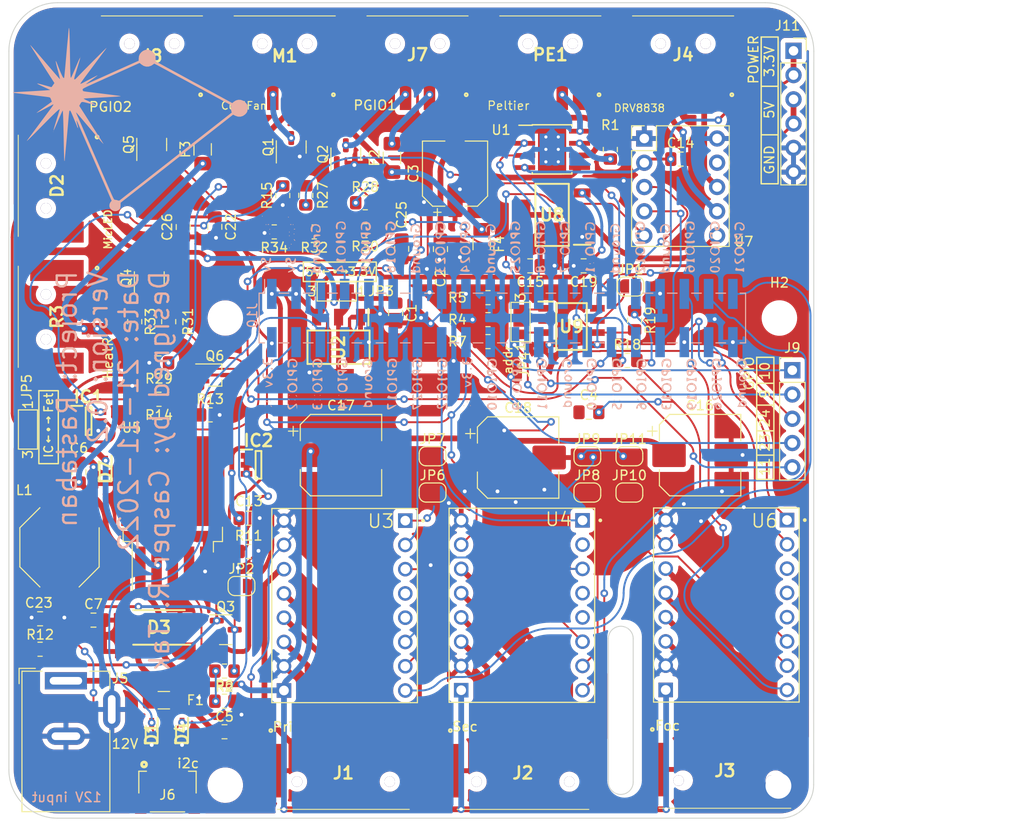
<source format=kicad_pcb>
(kicad_pcb (version 20211014) (generator pcbnew)
  (title_block (title "Rastaban-RPI-HAT") (date "2022-11-22") (rev "V0.3") (company "HAN") (comment 1 "Designed by: Casper Tak"))
  (layers (0 "F.Cu" signal) (31 "B.Cu" signal) (34 "B.Paste" user) (35 "F.Paste" user) (36 "B.SilkS" user "B.Silkscreen") (37 "F.SilkS" user "F.Silkscreen") (38 "B.Mask" user) (39 "F.Mask" user) (44 "Edge.Cuts" user))
  (net 0 "")
  (net 1 "3.3V+")
  (net 2 "GND")
  (net 3 "Net-(C2-Pad2)")
  (net 4 "/FluidMotors/M2BPRI")
  (net 5 "12V+")
  (net 6 "Net-(C13-Pad2)")
  (net 7 "Net-(C15-Pad2)")
  (net 8 "5V+")
  (net 9 "SCL")
  (net 10 "SDA")
  (net 11 "Net-(D7-Pad1)")
  (net 12 "12VIN")
  (net 13 "/FluidMotors/M1BPRI")
  (net 14 "Net-(F3-Pad2)")
  (net 15 "CTRLLED")
  (net 18 "Net-(IC1-Pad5)")
  (net 19 "Net-(IC1-Pad6)")
  (net 20 "Net-(IC2-Pad1)")
  (net 21 "Net-(IC2-Pad4)")
  (net 22 "/FluidMotors/M2APRI")
  (net 23 "/FluidMotors/M1APRI")
  (net 24 "/FluidMotors/M2BSEC")
  (net 25 "/FluidMotors/M1BSEC")
  (net 26 "/FluidMotors/M2ASEC")
  (net 27 "/FluidMotors/M1ASEC")
  (net 28 "/FocusMotors/M2BFOC")
  (net 29 "/FocusMotors/M1BFOC")
  (net 30 "/FocusMotors/M2AFOC")
  (net 31 "/FocusMotors/M1AFOC")
  (net 32 "GPIO24")
  (net 33 "GPIO23")
  (net 34 "/FocusMotors/out2")
  (net 35 "/FocusMotors/out1")
  (net 36 "TX")
  (net 37 "Net-(J8-Pad2)")
  (net 38 "GPIO10")
  (net 39 "GPIO9")
  (net 40 "RX")
  (net 42 "GPIO11")
  (net 43 "SLEEP")
  (net 44 "PWRGPIO1")
  (net 46 "Net-(U3-PadJP1_7)")
  (net 47 "Net-(U3-PadJP1_6)")
  (net 48 "Net-(U4-PadJP1_7)")
  (net 49 "PWRGPIO2")
  (net 50 "IN1")
  (net 51 "IN2")
  (net 52 "ID_SCL")
  (net 53 "ID_SDA")
  (net 54 "CTRLHEAT")
  (net 55 "ENDRV")
  (net 56 "CTRLFAN")
  (net 57 "PHADRV")
  (net 58 "ENFOC")
  (net 59 "STEPFOCUS")
  (net 60 "ENSEC")
  (net 61 "DIRFOCUS")
  (net 62 "ENPRI")
  (net 63 "Net-(C1-Pad1)")
  (net 64 "Net-(D2-PadK)")
  (net 65 "Net-(JP1-Pad1)")
  (net 66 "Net-(JP4-Pad1)")
  (net 67 "Net-(JP4-Pad2)")
  (net 68 "Net-(JP4-Pad3)")
  (net 69 "Net-(M1-Pad2)")
  (net 70 "Net-(PE1-Pad1)")
  (net 71 "Net-(PE1-Pad2)")
  (net 72 "Net-(Q1-Pad1)")
  (net 73 "Net-(Q2-Pad1)")
  (net 74 "Net-(Q4-Pad1)")
  (net 75 "Net-(Q4-Pad3)")
  (net 76 "Net-(Q5-Pad1)")
  (net 77 "Net-(Q6-Pad1)")
  (net 78 "Net-(R1-Pad2)")
  (net 79 "Net-(R2-Pad2)")
  (net 80 "Net-(U4-PadJP1_6)")
  (net 81 "Net-(U6-PadJP1_7)")
  (net 82 "Net-(U6-PadJP1_6)")
  (net 83 "unconnected-(U3-PadJP1_1)")
  (net 84 "unconnected-(U3-PadJP1_2)")
  (net 85 "unconnected-(U4-PadJP1_1)")
  (net 94 "Net-(D2-PadA)")
  (net 95 "Net-(JP5-Pad1)")
  (net 98 "Net-(J7-Pad2)")
  (net 99 "Net-(F2-Pad2)")
  (footprint "Jumper:SolderJumper-2_P1.3mm_Open_RoundedPad1.0x1.5mm" (layer "F.Cu") (at 143.6 95)
    (fp_text reference "JP11")
    (fp_text value "Jumper_2_Open")
  )
  (footprint "SamacSys_Parts:SOT95P280X145-6N" (layer "F.Cu") (at 86.995 91.328)
    (fp_text reference "IC1")
    (fp_text value "BCR420UW6-7" hide)
  )
  (footprint "Inductor_SMD:L_Bourns-SRU8028_8.0x8.0mm" (layer "F.Cu") (at 83.947 104.536 -90)
    (fp_text reference "L1")
    (fp_text value "68uH")
  )
  (footprint "Package_TO_SOT_SMD:SOT-23" (layer "F.Cu") (at 113.919 63.388 90)
    (fp_text reference "Q2")
    (fp_text value "PMV15ENE")
  )
  (footprint "MountingHole:MountingHole_2.7mm_M2.5" (layer "F.Cu") (at 159.2 129.5)
    (fp_text reference "H4" hide)
    (fp_text value "MountingHole")
  )
  (footprint "Resistor_SMD:R_0805_2012Metric_Pad1.20x1.40mm_HandSolder" (layer "F.Cu") (at 141.605 62.896 -90)
    (fp_text reference "R1")
    (fp_text value "0.2")
  )
  (footprint "Capacitor_SMD:C_0805_2012Metric_Pad1.18x1.45mm_HandSolder" (layer "F.Cu") (at 123.825 73.3155 90)
    (fp_text reference "C2")
    (fp_text value "100nF 50V")
  )
  (footprint "Capacitor_SMD:CP_Elec_8x10" (layer "F.Cu") (at 131.953 95.138)
    (fp_text reference "C18")
    (fp_text value "100uF 50V")
  )
  (footprint "Package_TO_SOT_SMD:SOT-23" (layer "F.Cu") (at 93.345 76.342 90)
    (fp_text reference "Q4")
    (fp_text value "PMV15ENE")
  )
  (footprint "Capacitor_SMD:C_0805_2012Metric_Pad1.18x1.45mm_HandSolder" (layer "F.Cu") (at 100.203 70.9865 -90)
    (fp_text reference "C22")
    (fp_text value "100nF 50V")
  )
  (footprint "Fuse:Fuse_1206_3216Metric_Pad1.42x1.75mm_HandSolder" (layer "F.Cu") (at 118.745 63.769 90)
    (fp_text reference "F2")
    (fp_text value "2A")
  )
  (footprint "Jumper:SolderJumper-3_P1.3mm_Open_Pad1.0x1.5mm_NumberLabels" (layer "F.Cu") (at 80.645 92.202 -90)
    (fp_text reference "JP5")
    (fp_text value "Jumper_3_Open")
  )
  (footprint "SnapEDA Library:MODULE_TMC2208_SILENTSTEPSTICK" (layer "F.Cu") (at 132.3465 110.603)
    (fp_text reference "U4")
    (fp_text value "TMC2209")
  )
  (footprint "Jumper:SolderJumper-2_P1.3mm_Open_RoundedPad1.0x1.5mm" (layer "F.Cu") (at 139.2 95)
    (fp_text reference "JP9")
    (fp_text value "Jumper_2_Open")
  )
  (footprint "SamacSys_Parts:SOT230P700X180-4N" (layer "F.Cu") (at 113.157 83.591 -90)
    (fp_text reference "U2")
    (fp_text value "TLV1117-33" hide)
  )
  (footprint "SamacSys_Parts:1778780" (layer "F.Cu") (at 132.461 123.717)
    (fp_text reference "J2")
    (fp_text value "1778780" hide)
  )
  (footprint "Resistor_SMD:R_0805_2012Metric_Pad1.20x1.40mm_HandSolder" (layer "F.Cu") (at 115.951 68.468)
    (fp_text reference "R28")
    (fp_text value "1k")
  )
  (footprint "SamacSys_Parts:SOIC127P600X175-8N" (layer "F.Cu") (at 137.541 81.422)
    (fp_text reference "U9")
    (fp_text value "CAT24C256" hide)
  )
  (footprint "SamacSys_Parts:1778780" (layer "F.Cu") (at 153.6 123.6)
    (fp_text reference "J3")
    (fp_text value "1778780" hide)
  )
  (footprint "SamacSys_Parts:1808190" (layer "F.Cu") (at 107.5205 57.161 180)
    (fp_text reference "M1")
    (fp_text value "Fan" hide)
  )
  (footprint "Fuse:Fuse_1206_3216Metric_Pad1.42x1.75mm_HandSolder" (layer "F.Cu") (at 94.869 120.538)
    (fp_text reference "F1")
    (fp_text value "6A")
  )
  (footprint "Capacitor_SMD:C_0805_2012Metric_Pad1.18x1.45mm_HandSolder" (layer "F.Cu") (at 119.761 73.294 -90)
    (fp_text reference "C25")
    (fp_text value "100nF 50V")
  )
  (footprint "Resistor_SMD:R_0805_2012Metric_Pad1.20x1.40mm_HandSolder" (layer "F.Cu") (at 115.935 71.389 180)
    (fp_text reference "R30")
    (fp_text value "10k")
  )
  (footprint "SamacSys_Parts:1808190" (layer "F.Cu") (at 121.422 57.161 180)
    (fp_text reference "J7")
    (fp_text value "Screw_Terminal_01x02" hide)
  )
  (footprint "Resistor_SMD:R_0805_2012Metric_Pad1.20x1.40mm_HandSolder" (layer "F.Cu") (at 81.915 115.204)
    (fp_text reference "R12")
    (fp_text value "47K")
  )
  (footprint "Resistor_SMD:R_0805_2012Metric_Pad1.20x1.40mm_HandSolder" (layer "F.Cu") (at 143.383 84.978)
    (fp_text reference "R18")
    (fp_text value "3.9k")
  )
  (footprint "Resistor_SMD:R_0805_2012Metric_Pad1.20x1.40mm_HandSolder" (layer "F.Cu") (at 128.8 78.4)
    (fp_text reference "R5")
    (fp_text value "1k")
  )
  (footprint "Jumper:SolderJumper-2_P1.3mm_Open_RoundedPad1.0x1.5mm" (layer "F.Cu") (at 123 95)
    (fp_text reference "JP7")
    (fp_text value "Jumper_2_Open")
  )
  (footprint "Capacitor_SMD:CP_Elec_8x10" (layer "F.Cu") (at 113.411 94.884)
    (fp_text reference "C17")
    (fp_text value "100uF 50V")
  )
  (footprint "Capacitor_SMD:C_0805_2012Metric_Pad1.18x1.45mm_HandSolder" (layer "F.Cu") (at 139.3625 90.4 180)
    (fp_text reference "C4")
    (fp_text value "100nF 50V")
  )
  (footprint "SnapEDA Library:JST_SM04B-SRSS-TB(LF)(SN)" (layer "F.Cu") (at 95.25 127.65)
    (fp_text reference "J6")
    (fp_text value "SM04B-SRSS-TB(LF)(SN)")
  )
  (footprint "SamacSys_Parts:SOD2512X110N" (layer "F.Cu") (at 96.774 124.079 -90)
    (fp_text reference "D4")
    (fp_text value "ESD7351HT1G" hide)
  )
  (footprint "Connector_PinSocket_2.54mm:PinSocket_1x06_P2.54mm_Vertical" (layer "F.Cu") (at 160.782 52.565)
    (fp_text reference "J11")
    (fp_text value "Conn_01x06_Male")
  )
  (footprint "Resistor_SMD:R_0805_2012Metric_Pad1.20x1.40mm_HandSolder" (layer "F.Cu") (at 107.315 67.71 90)
    (fp_text reference "R15")
    (fp_text value "30")
  )
  (footprint "Jumper:SolderJumper-2_P1.3mm_Open_RoundedPad1.0x1.5mm" (layer "F.Cu") (at 102.997 108.585)
    (fp_text reference "JP2")
    (fp_text value "Jumper_2_Open")
  )
  (footprint "Capacitor_SMD:C_0805_2012Metric_Pad1.18x1.45mm_HandSolder" (layer "F.Cu") (at 103.7805 101.488 180)
    (fp_text reference "C13")
    (fp_text value "100nF 50V")
  )
  (footprint "Capacitor_SMD:C_0805_2012Metric_Pad1.18x1.45mm_HandSolder" (layer "F.Cu") (at 148.971 63.896)
    (fp_text reference "C14")
    (fp_text value "100nF 50V")
  )
  (footprint "SamacSys_Parts:SOT95P280X145-6N" (layer "F.Cu") (at 104.775 95.9)
    (fp_text reference "IC2")
    (fp_text value "BCM53DS" hide)
  )
  (footprint "Module:DRV8838 POLOLU" (layer "F.Cu") (at 148.971 66.944)
    (fp_text reference "U7")
    (fp_text value "DRV8838 POLOLU")
  )
  (footprint "Resistor_SMD:R_0805_2012Metric_Pad1.20x1.40mm_HandSolder" (layer "F.Cu") (at 106.426 71.52 180)
    (fp_text reference "R34")
    (fp_text value "10k")
  )
  (footprint "Capacitor_SMD:CP_Elec_8x10" (layer "F.Cu") (at 151.003 94.884)
    (fp_text reference "C16")
    (fp_text value "100uF 50V")
  )
  (footprint "Resistor_SMD:R_0805_2012Metric_Pad1.20x1.40mm_HandSolder" (layer "F.Cu") (at 110.617 71.52 180)
    (fp_text reference "R32")
    (fp_text value "1k")
  )
  (footprint "Connector_BarrelJack:BarrelJack_Wuerth_6941xx301002" (layer "F.Cu") (at 84.617 118.506)
    (fp_text reference "J5")
    (fp_text value "Jack-DC 12V+")
  )
  (footprint "SamacSys_Parts:1808190" (layer "F.Cu") (at 149.225 57.161 180)
    (fp_text reference "J4")
    (fp_text value "Screw_Terminal_01x02" hide)
  )
  (footprint "Resistor_SMD:R_0805_2012Metric_Pad1.20x1.40mm_HandSolder" (layer "F.Cu") (at 101.214 120.645)
    (fp_text reference "R6")
    (fp_text value "220")
  )
  (footprint "Resistor_SMD:R_0805_2012Metric_Pad1.20x1.40mm_HandSolder" (layer "F.Cu") (at 95.377 80.914 90)
    (fp_text reference "R31")
    (fp_text value "1k")
  )
  (footprint "SamacSys_Parts:1778780" (layer "F.Cu") (at 113.665 123.713)
    (fp_text reference "J1")
    (fp_text value "1778780" hide)
  )
  (footprint "Jumper:SolderJumper-2_P1.3mm_Open_RoundedPad1.0x1.5mm" (layer "F.Cu") (at 139.2 98.8)
    (fp_text reference "JP8")
    (fp_text value "Jumper_2_Open")
  )
  (footprint "SamacSys_Parts:1808190" (layer "F.Cu") (at 135.3235 57.161 180)
    (fp_text reference "PE1")
    (fp_text value "PeltierElement" hide)
  )
  (footprint "Jumper:SolderJumper-2_P1.3mm_Open_RoundedPad1.0x1.5mm" (layer "F.Cu") (at 143.6 98.8)
    (fp_text reference "JP10")
    (fp_text value "Jumper_2_Open")
  )
  (footprint "SamacSys_Parts:SOD2512X110N" (layer "F.Cu") (at 88.773 96.662 -90)
    (fp_text reference "D7")
    (fp_text value "SS310" hide)
  )
  (footprint "Fuse:Fuse_1206_3216Metric_Pad1.42x1.75mm_HandSolder" (layer "F.Cu") (at 98.933 62.88 90)
    (fp_text reference "F3")
    (fp_text value "2A")
  )
  (footprint "SamacSys_Parts:1808190" (layer "F.Cu") (at 87.88 66.69 -90)
    (fp_text reference "D2")
    (fp_text value "OVLEW1CB9" hide)
  )
  (footprint "SnapEDA Library:MODULE_TMC2208_SILENTSTEPSTICK" (layer "F.Cu") (at 113.792 110.632)
    (fp_text reference "U3")
    (fp_text value "TMC2209")
  )
  (footprint "Package_SO:Texas_HTSOP-8-1EP_3.9x4.9mm_P1.27mm_EP2.95x4.9mm_Mask2.4x3.1mm_ThermalVias" (layer "F.Cu") (at 135.509 62.88)
    (fp_text reference "U1")
    (fp_text value "DRV8870DDA")
  )
  (footprint "MountingHole:MountingHole_2.7mm_M2.5" (layer "F.Cu") (at 101.302 129.433)
    (fp_text reference "H3" hide)
    (fp_text value "MountingHole")
  )
  (footprint "SamacSys_Parts:SOT230P700X180-4N" (layer "F.Cu") (at 135.509 69.738 180)
    (fp_text reference "U8")
    (fp_text value "TLV1117-33" hide)
  )
  (footprint "Package_TO_SOT_SMD:TO-263-5_TabPin3" (layer "F.Cu") (at 95.807 100.98 90)
    (fp_text reference "U5")
    (fp_text value "LM2596S-ADJ")
  )
  (footprint "Resistor_SMD:R_0805_2012Metric_Pad1.20x1.40mm_HandSolder" (layer "F.Cu") (at 99.713 90.671)
    (fp_text reference "R13")
    (fp_text value "10k")
  )
  (footprint "Capacitor_SMD:C_0805_2012Metric_Pad1.18x1.45mm_HandSolder" (layer "F.Cu") (at 101.219 123.84)
    (fp_text reference "C5")
    (fp_text value "10uF 50V")
  )
  (footprint "Connector_PinHeader_2.54mm:PinHeader_1x05_P2.54mm_Vertical" (layer "F.Cu") (at 160.655 85.999)
    (fp_text reference "J9")
    (fp_text value "Conn_01x05_Male")
  )
  (footprint "Package_TO_SOT_SMD:SOT-23" (layer "F.Cu") (at 101.346 113.157)
    (fp_text reference "Q3")
    (fp_text value "DMG2305UX-7")
  )
  (footprint "Capacitor_SMD:C_0805_2012Metric_Pad1.18x1.45mm_HandSolder" (layer "F.Cu") (at 96.901 71.008 90)
    (fp_text reference "C26")
    (fp_text value "100nF 50V")
  )
  (footprint "Resistor_SMD:R_0805_2012Metric_Pad1.20x1.40mm_HandSolder" (layer "F.Cu") (at 91.821 80.914 -90)
    (fp_text reference "R33")
    (fp_text value "10k")
  )
  (footprint "Capacitor_SMD:C_0805_2012Metric_Pad1.18x1.45mm_HandSolder" (layer "F.Cu") (at 119.126 80.01 -90)
    (fp_text reference "C1")
    (fp_text value "10uF 50V")
  )
  (footprint "SnapEDA Library:MODULE_TMC2208_SILENTSTEPSTICK" (layer "F.Cu") (at 153.75 110.575)
    (fp_text reference "U6")
    (fp_text value "TMC2209")
  )
  (footprint "Capacitor_SMD:C_0805_2012Metric_Pad1.18x1.45mm_HandSolder" (layer "F.Cu") (at 133.223 75.072 180)
    (fp_text reference "C15")
    (fp_text value "100nF 50V")
  )
  (footprint "SamacSys_Parts:1808190" (layer "F.Cu") (at 87.88 80.406 -90)
    (fp_text reference "R3")
    (fp_text value "10W resistor" hide)
  )
  (footprint "Package_TO_SOT_SMD:SOT-23" (layer "F.Cu") (at 108.204 62.63 90)
    (fp_text reference "Q1")
    (fp_text value "PMV15ENE")
  )
  (footprint "SamacSys_Parts:SOD2512X110N" (layer "F.Cu") (at 93.599 124.094 -90)
    (fp_text reference "D1")
    (fp_text value "ESD7351HT1G" hide)
  )
  (footprint "Resistor_SMD:R_0805_2012Metric_Pad1.20x1.40mm_HandSolder" (layer "F.Cu") (at 94.361 89.042 180)
    (fp_text reference "R14")
    (fp_text value "1k")
  )
  (footprint "Resistor_SMD:R_0805_2012Metric_Pad1.20x1.40mm_HandSolder" (layer "F.Cu") (at 128.8 83)
    (fp_text reference "R7")
    (fp_text value "1k")
  )
  (footprint "Capacitor_SMD:C_0805_2012Metric_Pad1.18x1.45mm_HandSolder" (layer "F.Cu") (at 85.979 96.662 90)
    (fp_text reference "C6")
    (fp_text value "10uF 50V")
  )
  (footprint "Capacitor_SMD:C_0805_2012Metric_Pad1.18x1.45mm_HandSolder" (layer "F.Cu") (at 87.503 112.156)
    (fp_text reference "C7")
    (fp_text value "22uF 50V")
  )
  (footprint "Resistor_SMD:R_0805_2012Metric_Pad1.20x1.40mm_HandSolder" (layer "F.Cu") (at 109.728 67.694 90)
    (fp_text reference "R27")
    (fp_text value "1k")
  )
  (footprint "SamacSys_Parts:DIOM5436X261N" (layer "F.Cu") (at 94.361 112.918 180)
    (fp_text reference "D3")
    (fp_text value "SMBJ26A" hide)
  )
  (footprint "MountingHole:MountingHole_2.7mm_M2.5" (layer "F.Cu") (at 101.302 80.533)
    (fp_text reference "H1" hide)
    (fp_text value "MountingHole")
  )
  (footprint "Resistor_SMD:R_0805_2012Metric_Pad1.20x1.40mm_HandSolder" (layer "F.Cu") (at 144.145 80.771 -90)
    (fp_text reference "R19")
    (fp_text value "3.9k")
  )
  (footprint "Jumper:SolderJumper-2_P1.3mm_Open_RoundedPad1.0x1.5mm" (layer "F.Cu") (at 143.719 77.231)
    (fp_text reference "JP1")
    (fp_text value "ID_WP")
  )
  (footprint "MountingHole:MountingHole_2.7mm_M2.5" (layer "F.Cu") (at 159.302 80.533)
    (fp_text reference "H2")
    (fp_text value "MountingHole")
  )
  (footprint "SamacSys_Parts:1808190" (layer "F.Cu") (at 93.619 57.161 180)
    (fp_text reference "J8")
    (fp_text value "Screw_Terminal_01x02" hide)
  )
  (footprint "Fuse:Fuse_1206_3216Metric_Pad1.42x1.75mm_HandSolder" (layer "F.Cu") (at 128.143 72.786 -90)
    (fp_text reference "F4")
    (fp_text value "4A")
  )
  (footprint "Package_TO_SOT_SMD:SOT-23" (layer "F.Cu") (at 93.599 62.372 90)
    (fp_text reference "Q5")
    (fp_text value "PMV15ENE")
  )
  (footprint "Jumper:SolderJumper-3_P1.3mm_Open_Pad1.0x1.5mm_NumberLabels" (layer "F.Cu") (at 132.207 80.944 90)
    (fp_text reference "JP4")
    (fp_text value "Jumper_3_Open")
  )
  (footprint "Capacitor_SMD:C_0805_2012Metric_Pad1.18x1.45mm_HandSolder" (layer "F.Cu") (at 138.811 75.072 180)
    (fp_text reference "C19")
    (fp_text value "10uF 25V")
  )
  (footprint "Resistor_SMD:R_0805_2012Metric_Pad1.20x1.40mm_HandSolder" (layer "F.Cu") (at 128.8 80.7 180)
    (fp_text reference "R4")
    (fp_text value "1k")
  )
  (footprint "Package_TO_SOT_SMD:SOT-323_SC-70_Handsoldering" (layer "F.Cu") (at 100.203 86.502)
    (fp_text reference "Q6")
    (fp_text value "2N70002HWX")
  )
  (footprint "Resistor_SMD:R_0805_2012Metric_Pad1.20x1.40mm_HandSolder" (layer "F.Cu") (at 94.361 85.232 180)
    (fp_text reference "R29")
    (fp_text value "10k")
  )
  (footprint "Resistor_SMD:R_0805_2012Metric_Pad1.20x1.40mm_HandSolder" (layer "F.Cu") (at 103.7505 104.971)
    (fp_text reference "R11")
    (fp_text value "10k")
  )
  (footprint "Resistor_SMD:R_0805_2012Metric_Pad1.20x1.40mm_HandSolder" (layer "F.Cu") (at 101.219 117.49 180)
    (fp_text reference "R2")
    (fp_text value "680")
  )
  (footprint "Jumper:SolderJumper-3_P1.3mm_Open_Pad1.0x1.5mm_NumberLabels" (layer "F.Cu") (at 112.967 77.754 180)
    (fp_text reference "JP3")
    (fp_text value "Jumper_3_Open")
  )
  (footprint "Capacitor_SMD:CP_Elec_6.3x5.4" (layer "F.Cu") (at 125.349 65.42 90)
    (fp_text reference "C3")
    (fp_text value "47uF 50V")
  )
  (footprint "Capacitor_SMD:C_0805_2012Metric_Pad1.18x1.45mm_HandSolder" (layer "F.Cu") (at 81.915 112.014 180)
    (fp_text reference "C23")
    (fp_text value "100nF 50V")
  )
  (footprint "Jumper:SolderJumper-2_P1.3mm_Open_RoundedPad1.0x1.5mm" (layer "F.Cu") (at 123 98.8)
    (fp_text reference "JP6")
    (fp_text value "Jumper_2_Open")
  )
  (footprint "Connector_PinHeader_2.54mm:PinHeader_2x20_P2.54mm_Vertical_SMD" (layer "B.Cu") (at 130.302 80.533 -90)
    (fp_text reference "J10")
    (fp_text value "GPIO")
  )
  (footprint "LOGO" (layer "B.Cu") (at 130.429 80.279)
    (fp_text reference "G***" hide)
    (fp_text value "LOGO" hide)
  )
  (footprint "LOGO" (layer "B.Cu") (at 91.186 59.69 -90)
    (fp_text reference "G***" hide)
    (fp_text value "LOGO" hide)
  )
  (gr_rect (start 158.7246 97.424) (end 156.9268 84.6478) (layer "F.SilkS") (width 0.15) (fill none))
  (gr_line (start 158.623 89.6516) (end 156.972 89.6516) (layer "F.SilkS") (width 0.15))
  (gr_line (start 159.131 56.276) (end 157.48 56.276) (layer "F.SilkS") (width 0.15))
  (gr_line (start 158.623 92.344) (end 156.972 92.344) (layer "F.SilkS") (width 0.15))
  (gr_rect (start 81.788 88.138) (end 83.82 95.778) (layer "F.SilkS") (width 0.15) (fill none))
  (gr_line (start 158.623 87.3656) (end 156.972 87.3656) (layer "F.SilkS") (width 0.15))
  (gr_rect (start 117.104 74.676) (end 109.464 76.708) (layer "F.SilkS") (width 0.15) (fill none))
  (gr_rect (start 159.1691 66.4812) (end 157.3967 51.1198) (layer "F.SilkS") (width 0.15) (fill none))
  (gr_line (start 159.0802 61.356) (end 157.4292 61.356) (layer "F.SilkS") (width 0.15))
  (gr_line (start 158.623 94.884) (end 156.972 94.884) (layer "F.SilkS") (width 0.15))
  (gr_line (start 141.396 129.1) (end 141.396 114.1) (layer "Edge.Cuts") (width 0.1))
  (gr_arc (start 83.729102 132.888) (mid 80.136998 131.400103) (end 78.649102 127.808) (layer "Edge.Cuts") (width 0.1))
  (gr_line (start 157.824898 47.529102) (end 83.729102 47.529102) (layer "Edge.Cuts") (width 0.1))
  (gr_arc (start 141.396 114.1) (mid 142.698 112.798) (end 144 114.1) (layer "Edge.Cuts") (width 0.1))
  (gr_arc (start 78.649102 52.609102) (mid 80.136999 49.016999) (end 83.729102 47.529102) (layer "Edge.Cuts") (width 0.1))
  (gr_arc (start 144 129.1) (mid 142.698 130.402) (end 141.396 129.1) (layer "Edge.Cuts") (width 0.1))
  (gr_arc (start 157.824898 47.529102) (mid 161.417001 49.016999) (end 162.904898 52.609102) (layer "Edge.Cuts") (width 0.1))
  (gr_arc (start 162.8902 129.3826) (mid 161.863551 131.861151) (end 159.385 132.8878) (layer "Edge.Cuts") (width 0.1))
  (gr_line (start 144 114.1) (end 144 129.1) (layer "Edge.Cuts") (width 0.1))
  (gr_line (start 159.385 132.8878) (end 83.729102 132.888) (layer "Edge.Cuts") (width 0.1))
  (gr_line (start 78.649102 127.808) (end 78.649102 52.609102) (layer "Edge.Cuts") (width 0.1))
  (gr_line (start 162.904898 52.609102) (end 162.8902 129.3826) (layer "Edge.Cuts") (width 0.1))
  (gr_text "12V input" (at 84.709 130.698) (layer "B.SilkS") (effects (font (size 1 1)) (justify mirror)))
  (gr_text "Project: Rastaban\nVersion: 0.2\nDate: 21-11-2022\nDesigned by: Casper R. Tak\n " (at 91.186 75.438 90) (layer "B.SilkS") (effects (font (size 2 2) (thickness 0.25)) (justify left mirror)))
  (gr_text "addr" (at 130.9 84.9 90) (layer "F.SilkS") (effects (font (size 0.9 0.9))))
  (gr_text "PGIO2\n" (at 89.281 58.431) (layer "F.SilkS") (effects (font (size 1 1))))
  (gr_text "←•→" (at 82.7278 92.202 90) (layer "F.SilkS") (effects (font (size 0.8 0.8))))
  (gr_text "Foc\n" (at 147.6 123.2) (layer "F.SilkS") (effects (font (size 1 1))))
  (gr_text "11\n" (at 157.7848 96.1032 90) (layer "F.SilkS") (effects (font (size 1 1))))
  (gr_text "←•→" (at 112.786 75.6158) (layer "F.SilkS") (effects (font (size 0.8 0.8))))
  (gr_text "5V\n" (at 158.2547 58.7652 90) (layer "F.SilkS") (effects (font (size 1 1))))
  (gr_text "PGIO1\n\n" (at 116.967 59.07) (layer "F.SilkS") (effects (font (size 1 1))))
  (gr_text "GPIO\n" (at 156.1338 86.3242 90) (layer "F.SilkS") (effects (font (size 1 1))))
  (gr_text "3.3V" (at 115.58 75.692) (layer "F.SilkS") (effects (font (size 0.9 0.9))))
  (gr_text "MicLED" (at 89.027 71.262 90) (layer "F.SilkS") (effects (font (size 0.8 0.8))))
  (gr_text "POWER" (at 156.591 53.482 90) (layer "F.SilkS") (effects (font (size 1 1))))
  (gr_text "23\n" (at 157.7848 93.5632 90) (layer "F.SilkS") (effects (font (size 1 1))))
  (gr_text "3.3V" (at 158.2547 53.6852 90) (layer "F.SilkS") (effects (font (size 1 1))))
  (gr_text "GND" (at 158.2547 63.9722 90) (layer "F.SilkS") (effects (font (size 1 1))))
  (gr_text "i2c\n" (at 97.409 127.142) (layer "F.SilkS") (effects (font (size 1 1))))
  (gr_text "CoolFan" (at 103.251 58.308) (layer "F.SilkS") (effects (font (size 0.8 0.8) (thickness 0.12))))
  (gr_text "Fet" (at 82.804 89.408 90) (layer "F.SilkS") (effects (font (size 0.9 0.9))))
  (gr_text "HeatR" (at 89.027 84.724 90) (layer "F.SilkS") (effects (font (size 1 1))))
  (gr_text "DRV8838" (at 144.653 58.562) (layer "F.SilkS") (effects (font (size 0.8 0.8) (thickness 0.12))))
  (gr_text "24" (at 157.7848 91.0232 90) (layer "F.SilkS") (effects (font (size 1 1))))
  (gr_text "Pri" (at 107.315 123.332) (layer "F.SilkS") (effects (font (size 1 1))))
  (gr_text "9\n" (at 157.7848 88.4832 90) (layer "F.SilkS") (effects (font (size 1 1))))
  (gr_text "10\n" (at 157.7848 86.0702 90) (layer "F.SilkS") (effects (font (size 1 1))))
  (gr_text "IC" (at 82.804 94.488 90) (layer "F.SilkS") (effects (font (size 0.9 0.9))))
  (gr_text "12V\n" (at 90.805 125.11) (layer "F.SilkS") (effects (font (size 1 1))))
  (gr_text "Sec" (at 126.4 123.3) (layer "F.SilkS") (effects (font (size 1 1))))
  (gr_text "Peltier" (at 130.937 58.308) (layer "F.SilkS") (effects (font (size 0.9 0.9) (thickness 0.12))))
  (gr_text "5V\n" (at 110.5 75.692) (layer "F.SilkS") (effects (font (size 0.9 0.9))))
  (segment (start 142.95 95.374264) (end 145.8 98.224264) (width 0.2) (layer "F.Cu") (net 1))
  (segment (start 83.235392 112.087892) (end 86.5875 115.44) (width 0.2) (layer "F.Cu") (net 1))
  (segment (start 124.968 95.123) (end 124.968 94.869) (width 0.2) (layer "F.Cu") (net 1))
  (segment (start 160.279 55.608) (end 160.782 55.105) (width 0.3) (layer "F.Cu") (net 1))
  (segment (start 118.612264 73.405236) (end 119.761 72.2565) (width 0.3) (layer "F.Cu") (net 1))
  (segment (start 144.369 76.9545) (end 144.369 77.5075) (width 0.2) (layer "F.Cu") (net 1))
  (segment (start 144.369 79.388608) (end 144.369 77.5075) (width 0.2) (layer "F.Cu") (net 1))
  (segment (start 127.60186 101.512479) (end 127.60186 99.87328) (width 0.2) (layer "F.Cu") (net 1))
  (segment (start 145.923 85.217) (end 145.8035 85.0975) (width 0.2) (layer "F.Cu") (net 1))
  (segment (start 148.414 89.486) (end 148.228 89.3) (width 0.2) (layer "F.Cu") (net 1))
  (segment (start 160.782 55.105) (end 160.782 52.565) (width 0.6) (layer "F.Cu") (net 1))
  (segment (start 137.15 97.4) (end 126.991 97.4) (width 0.2) (layer "F.Cu") (net 1))
  (segment (start 126.991 97.4) (end 126.28493 96.69393) (width 0.2) (layer "F.Cu") (net 1))
  (segment (start 91.622248 126.238) (end 94.003994 126.238) (width 0.2) (layer "F.Cu") (net 1))
  (segment (start 143.119397 75.946) (end 144.154602 75.946) (width 0.2) (layer "F.Cu") (net 1))
  (segment (start 145.354 64.089) (end 145.161 64.282) (width 0.3) (layer "F.Cu") (net 1))
  (segment (start 104.394 80.149764) (end 104.394 76.807935) (width 0.3) (layer "F.Cu") (net 1))
  (segment (start 104.0025 118.11) (end 104.00775 118.11525) (width 0.2) (layer "F.Cu") (net 1))
  (segment (start 124.587 91.059) (end 124.968 90.678) (width 0.2) (layer "F.Cu") (net 1))
  (segment (start 123.667184 91.44) (end 120.015 91.44) (width 0.2) (layer "F.Cu") (net 1))
  (segment (start 102.800207 72.960179) (end 100.349361 70.509333) (width 0.3) (layer "F.Cu") (net 1))
  (segment (start 97.917 127.59142) (end 97.917 128.022382) (width 0.2) (layer "F.Cu") (net 1))
  (segment (start 142.95 95) (end 142.95 98.8) (width 0.2) (layer "F.Cu") (net 1))
  (segment (start 144.003 76.312) (end 144.173484 76.482484) (width 0.2) (layer "F.Cu") (net 1))
  (segment (start 147.4435 104.057) (end 149.409207 102.091292) (width 0.2) (layer "F.Cu") (net 1))
  (segment (start 151.003 94.328963) (end 151.003 98.243536) (width 0.2) (layer "F.Cu") (net 1))
  (segment (start 94.75 127.209) (end 94.75 128.091) (width 0.2) (layer "F.Cu") (net 1))
  (segment (start 142.8115 75.946) (end 143.119397 75.946) (width 0.2) (layer "F.Cu") (net 1))
  (segment (start 140.90283 77.029168) (end 141.402283 76.529716) (width 0.2) (layer "F.Cu") (net 1))
  (segment (start 105.283 82.296) (end 106.172 83.185) (width 0.3) (layer "F.Cu") (net 1))
  (segment (start 149.409207 90.481207) (end 148.414 89.486) (width 0.2) (layer "F.Cu") (net 1))
  (segment (start 145.819943 63.896) (end 147.9335 63.896) (width 0.3) (layer "F.Cu") (net 1))
  (segment (start 144.383 84.978) (end 144.7 85.295) (width 0.2) (layer "F.Cu") (net 1))
  (segment (start 145.72625 75.87625) (end 145.796 75.8065) (width 0.2) (layer "F.Cu") (net 1))
  (segment (start 159.06465 56.111) (end 158.195 56.111) (width 0.3) (layer "F.Cu") (net 1))
  (segment (start 148.228 89.3) (end 146.6 89.3) (width 0.2) (layer "F.Cu") (net 1))
  (segment (start 107.442 104.338) (end 107.442 104.282) (width 0.3) (layer "F.Cu") (net 1))
  (segment (start 99.996014 69.949) (end 96.937702 69.949) (width 0.3) (layer "F.Cu") (net 1))
  (segment (start 140.253 78.598) (end 140.253 79.517) (width 0.2) (layer "F.Cu") (net 1))
  (segment (start 115.838969 74.553972) (end 106.393998 74.553972) (width 0.3) (layer "F.Cu") (net 1))
  (segment (start 87.503 122.118751) (end 87.503 119.761) (width 0.2) (layer "F.Cu") (net 1))
  (segment (start 96.91175 69.95975) (end 96.901 69.9705) (width 0.3) (layer "F.Cu") (net 1))
  (segment (start 104.013 123.472171) (end 104.013 118.127924) (width 0.2) (layer "F.Cu") (net 1))
  (segment (start 96.393 129.54) (end 96.399382 129.54) (width 0.2) (layer "F.Cu") (net 1))
  (segment (start 125.9965 104.250059) (end 126.906453 103.340106) (width 0.2) (layer "F.Cu") (net 1))
  (segment (start 144.257 79.659) (end 144.145 79.771) (width 0.2) (layer "F.Cu") (net 1))
  (segment (start 126.28493 96.69393) (end 125.147605 95.556605) (width 0.2) (layer "F.Cu") (net 1))
  (segment (start 105.664 84.05221) (end 105.664 91.44) (width 0.2) (layer "F.Cu") (net 1))
  (segment (start 125.9965 104.253) (end 125.9965 104.250059) (width 0.2) (layer "F.Cu") (net 1))
  (segment (start 83.057 112.014) (end 82.9525 112.014) (width 0.2) (layer "F.Cu") (net 1))
  (segment (start 101.628171 125.857) (end 99.65142 125.857) (width 0.2) (layer "F.Cu") (net 1))
  (segment (start 95.308987 129.090987) (end 95.061834 128.843834) (width 0.2) (layer "F.Cu") (net 1))
  (segment (start 144.6215 84.978) (end 145.515001 84.978) (width 0.2) (layer "F.Cu") (net 1))
  (segment (start 145.8 98.224264) (end 145.8 102.625) (width 0.2) (layer "F.Cu") (net 1))
  (segment (start 105.918 83.439) (end 106.172 83.185) (width 0.2) (layer "F.Cu") (net 1))
  (segment (start 145.8 102.625) (end 147.4 104.225) (width 0.2) (layer "F.Cu") (net 1))
  (segment (start 145.557858 75.946) (end 144.154602 75.946) (width 0.2) (layer "F.Cu") (net 1))
  (segment (start 94.75 126.984005) (end 94.75 127.209) (width 0.2) (layer "F.Cu") (net 1))
  (segment (start 138.55 98.8) (end 137.15 97.4) (width 0.2) (layer "F.Cu") (net 1))
  (segment (start 142.95 95) (end 142.95 95.374264) (width 0.2) (layer "F.Cu") (net 1))
  (segment (start 148.414 89.486) (end 144.551644 85.623644) (width 0.2) (layer "F.Cu") (net 1))
  (segment (start 155.496064 57.228935) (end 152.908 59.817) (width 0.3) (layer "F.Cu") (net 1))
  (segment (start 138.55 95) (end 138.55 98.8) (width 0.2) (layer "F.Cu") (net 1))
  (via (at 132.634 64.785) (size 0.8) (drill 0.4) (layers "F.Cu" "B.Cu") (net 1))
  (via (at 144.145 80.182502) (size 0.8) (drill 0.4) (layers "F.Cu" "B.Cu") (net 1))
  (via (at 145.923 85.217) (size 0.8) (drill 0.4) (layers "F.Cu" "B.Cu") (net 1))
  (via (at 105.664 91.44) (size 0.8) (drill 0.4) (layers "F.Cu" "B.Cu") (net 1))
  (via (at 140.4 90.4) (size 0.8) (drill 0.4) (layers "F.Cu" "B.Cu") (net 1))
  (via (at 124.968 94.869) (size 0.8) (drill 0.4) (layers "F.Cu" "B.Cu") (net 1))
  (via (at 145.796 75.8065) (size 0.8) (drill 0.4) (layers "F.Cu" "B.Cu") (net 1))
  (via (at 146.6 89.3) (size 0.8) (drill 0.4) (layers "F.Cu" "B.Cu") (net 1))
  (via (at 142.95 95) (size 0.8) (drill 0.4) (layers "F.Cu" "B.Cu") (net 1))
  (via (at 138.55 95) (size 0.8) (drill 0.4) (layers "F.Cu" "B.Cu") (net 1))
  (via (at 147.9335 63.896) (size 0.8) (drill 0.4) (layers "F.Cu" "B.Cu") (net 1))
  (via (at 152.908 59.817) (size 0.8) (drill 0.4) (layers "F.Cu" "B.Cu") (net 1))
  (via (at 106.172 83.185) (size 0.8) (drill 0.4) (layers "F.Cu" "B.Cu") (net 1))
  (via (at 87.503 119.761) (size 0.8) (drill 0.4) (layers "F.Cu" "B.Cu") (net 1))
  (via (at 86.5875 115.44) (size 0.8) (drill 0.4) (layers "F.Cu" "B.Cu") (net 1))
  (via (at 120.015 91.44) (size 0.8) (drill 0.4) (layers "F.Cu" "B.Cu") (net 1))
  (via (at 124.968 90.678) (size 0.8) (drill 0.4) (layers "F.Cu" "B.Cu") (net 1))
  (via (at 104.0025 118.11) (size 0.8) (drill 0.4) (layers "F.Cu" "B.Cu") (net 1))
  (arc (start 151.003 98.243536) (mid 150.588786 100.325926) (end 149.409207 102.091292) (width 0.2) (layer "F.Cu") (net 1))
  (arc (start 95.308987 129.090987) (mid 95.806336 129.423305) (end 96.393 129.54) (width 0.2) (layer "F.Cu") (net 1))
  (arc (start 94.5315 126.4565) (mid 94.693213 126.698521) (end 94.75 126.984005) (width 0.2) (layer "F.Cu") (net 1))
  (arc (start 144.173484 76.482484) (mid 144.318187 76.699047) (end 144.369 76.9545) (width 0.2) (layer "F.Cu") (net 1))
  (arc (start 142.8115 75.946) (mid 142.048837 76.097702) (end 141.402283 76.529716) (width 0.2) (layer "F.Cu") (net 1))
  (arc (start 105.918 83.439) (mid 105.730012 83.720343) (end 105.664 84.05221) (width 0.2) (layer "F.Cu") (net 1))
  (arc (start 144.369 79.388608) (mid 144.339892 79.534943) (end 144.257 79.659) (width 0.2) (layer "F.Cu") (net 1))
  (arc (start 104.013 123.472171) (mid 103.831465 124.384805) (end 103.3145 125.1585) (width 0.2) (layer "F.Cu") (net 1))
  (arc (start 125.147605 95.556605) (mid 125.014677 95.357665) (end 124.968 95.123) (width 0.2) (layer "F.Cu") (net 1))
  (arc (start 97.917 128.022382) (mid 97.801478 128.603149) (end 97.4725 129.0955) (width 0.2) (layer "F.Cu") (net 1))
  (arc (start 140.90283 77.029168) (mid 140.421885 77.748954) (end 140.253 78.598) (width 0.2) (layer "F.Cu") (net 1))
  (arc (start 100.203 70.155986) (mid 100.241037 70.347216) (end 100.349361 70.509333) (width 0.3) (layer "F.Cu") (net 1))
  (arc (start 107.442 104.338) (mid 107.45229 104.389736) (end 107.481597 104.433597) (width 0.3) (layer "F.Cu") (net 1))
  (arc (start 102.800207 72.960179) (mid 104.499569 74.139758) (end 106.393998 74.553972) (width 0.3) (layer "F.Cu") (net 1))
  (arc (start 149.409207 90.481207) (mid 150.588786 92.246572) (end 151.003 94.328963) (width 0.2) (layer "F.Cu") (net 1))
  (arc (start 144.6215 84.978) (mid 144.452855 85.047855) (end 144.383 85.2165) (width 0.2) (layer "F.Cu") (net 1))
  (arc (start 144.383 85.2165) (mid 144.426829 85.436845) (end 144.551644 85.623644) (width 0.2) (layer "F.Cu") (net 1))
  (arc (start 94.75 128.091) (mid 94.831043 128.49843) (end 95.061834 128.843834) (width 0.2) (layer "F.Cu") (net 1))
  (arc (start 127.60186 99.87328) (mid 127.259601 98.152628) (end 126.28493 96.69393) (width 0.2) (layer "F.Cu") (net 1))
  (arc (start 118.612264 73.405236) (mid 117.339865 74.255425) (end 115.838969 74.553972) (width 0.3) (layer "F.Cu") (net 1))
  (arc (start 144.154602 75.946) (mid 143.956524 76.078351) (end 144.003 76.312) (width 0.2) (layer "F.Cu") (net 1))
  (arc (start 145.72625 75.87625) (mid 145.648991 75.927872) (end 145.557858 75.946) (width 0.2) (layer "F.Cu") (net 1))
  (arc (start 88.7095 125.0315) (mid 90.04588 125.92444) (end 91.622248 126.238) (width 0.2) (layer "F.Cu") (net 1))
  (arc (start 106.393998 74.553972) (mid 104.979785 75.214142) (end 104.394 76.807935) (width 0.3) (layer "F.Cu") (net 1))
  (arc (start 124.587 91.059) (mid 124.164984 91.340981) (end 123.667184 91.44) (width 0.2) (layer "F.Cu") (net 1))
  (arc (start 97.4725 129.0955) (mid 96.980149 129.424478) (end 96.399382 129.54) (width 0.2) (layer "F.Cu") (net 1))
  (arc (start 158.195 56.111) (mid 156.734346 56.401541) (end 155.496064 57.228935) (width 0.3) (layer "F.Cu") (net 1))
  (arc (start 103.3145 125.1585) (mid 102.540805 125.675465) (end 101.628171 125.857) (width 0.2) (layer "F.Cu") (net 1))
  (arc (start 98.425 126.365) (mid 98.049024 126.927686) (end 97.917 127.59142) (width 0.2) (layer "F.Cu") (net 1))
  (arc (start 87.503 122.118751) (mid 87.816559 123.695119) (end 88.7095 125.0315) (width 0.2) (layer "F.Cu") (net 1))
  (arc (start 160.279 55.608) (mid 159.721851 55.980274) (end 159.06465 56.111) (width 0.3) (layer "F.Cu") (net 1))
  (arc (start 144.003 76.312) (mid 143.597599 76.04112) (end 143.119397 75.946) (width 0.2) (layer "F.Cu") (net 1))
  (arc (start 126.906453 103.340106) (mid 127.421676 102.489814) (end 127.60186 101.512479) (width 0.2) (layer "F.Cu") (net 1))
  (arc (start 83.235392 112.087892) (mid 83.153545 112.033203) (end 83.057 112.014) (width 0.2) (layer "F.Cu") (net 1))
  (arc (start 96.937702 69.949) (mid 96.923657 69.951793) (end 96.91175 69.95975) (width 0.3) (layer "F.Cu") (net 1))
  (arc (start 145.8035 85.0975) (mid 145.671135 85.009057) (end 145.515001 84.978) (width 0.2) (layer "F.Cu") (net 1))
  (arc (start 104.394 80.149764) (mid 104.625043 81.311298) (end 105.283 82.296) (width 0.3) (layer "F.Cu") (net 1))
  (arc (start 100.203 70.155986) (mid 100.142375 70.009624) (end 99.996014 69.949) (width 0.3) (layer "F.Cu") (net 1))
  (arc (start 145.819943 63.896) (mid 145.567776 63.946159) (end 145.354 64.089) (width 0.3) (layer "F.Cu") (net 1))
  (arc (start 104.394 76.807935) (mid 103.979786 74.725544) (end 102.800207 72.960179) (width 0.3) (layer "F.Cu") (net 1))
  (arc (start 94.5315 126.4565) (mid 94.289478 126.294786) (end 94.003994 126.238) (width 0.2) (layer "F.Cu") (net 1))
  (arc (start 104.00775 118.11525) (mid 104.011635 118.121065) (end 104.013 118.127924) (width 0.2) (layer "F.Cu") (net 1))
  (arc (start 99.65142 125.857) (mid 98.987686 125.989024) (end 98.425 126.365) (width 0.2) (layer "F.Cu") (net 1))
  (segment (start 142.35 94.4) (end 139.15 94.4) (width 0.2) (layer "B.Cu") (net 1))
  (segment (start 147.9335 74.700294) (end 147.9335 63.896) (width 0.2) (layer "B.Cu") (net 1))
  (segment (start 125.73 89.916) (end 124.968 90.678) (width 0.2) (layer "B.Cu") (net 1))
  (segment (start 145.796 75.8065) (end 146.827294 75.8065) (width 0.2) (layer "B.Cu") (net 1))
  (segment (start 108.9 102.824) (end 108.9 94.676) (width 0.2) (layer "B.Cu") (net 1))
  (segment (start 147.9335 61.804925) (end 147.9335 63.896) (width 0.3) (layer "B.Cu") (net 1))
  (segment (start 104.340447 116.816193) (end 104.91957 116.237071) (width 0.2) (layer "B.Cu") (net 1))
  (segment (start 152.908 59.817) (end 149.921425 59.817) (width 0.3) (layer "B.Cu") (net 1))
  (segment (start 141.5 89.3) (end 140.4 90.4) (width 0.2) (layer "B.Cu") (net 1))
  (segment (start 126.492 88.076369) (end 126.492 83.058) (width 0.2) (layer "B.Cu") (net 1))
  (segment (start 139.15 94.4) (end 138.55 95) (width 0.2) (layer "B.Cu") (net 1))
  (segment (start 108.9 94.676) (end 105.664 91.44) (width 0.2) (layer "B.Cu") (net 1))
  (segment (start 132.634 64.785) (end 132.866315 65.017315) (width 0.3) (layer "B.Cu") (net 1))
  (segment (start 145.923 85.217) (end 145.923 83.217737) (width 0.2) (layer "B.Cu") (net 1))
  (segment (start 143.50915 65.249631) (end 133.427174 65.249631) (width 0.3) (layer "B.Cu") (net 1))
  (segment (start 106.172 83.185) (end 106.172 83.058) (width 0.3) (layer "B.Cu") (net 1))
  (segment (start 107.442 104.282) (end 108.9 102.824) (width 0.2) (layer "B.Cu") (net 1))
  (segment (start 144.145 80.182502) (end 145.034 81.071502) (width 0.2) (layer "B.Cu") (net 1))
  (segment (start 106.63932 105.08468) (end 107.442 104.282) (width 0.2) (layer "B.Cu") (net 1))
  (segment (start 104.0025 118.11) (end 104.0025 117.63207) (width 0.2) (layer "B.Cu") (net 1))
  (segment (start 105.664 91.44) (end 120.015 91.44) (width 0.2) (layer "B.Cu") (net 1))
  (segment (start 86.5875 115.44) (end 87.04525 115.89775) (width 0.2) (layer "B.Cu") (net 1))
  (segment (start 144.677184 64.765815) (end 145.161 64.282) (width 0.3) (layer "B.Cu") (net 1))
  (segment (start 124.968 94.869) (end 124.968 90.678) (width 0.2) (layer "B.Cu") (net 1))
  (segment (start 146.6 89.3) (end 141.5 89.3) (width 0.2) (layer "B.Cu") (net 1))
  (segment (start 87.503 119.761) (end 87.503 117.002856) (width 0.2) (layer "B.Cu") (net 1))
  (segment (start 105.83664 107.02252) (end 105.83664 114.023068) (width 0.2) (layer "B.Cu") (net 1))
  (segment (start 142.95 95) (end 142.35 94.4) (width 0.2) (layer "B.Cu") (net 1))
  (arc (start 104.340447 116.816193) (mid 104.090329 117.19052) (end 104.0025 117.63207) (width 0.2) (layer "B.Cu") (net 1))
  (arc (start 149.921425 59.817) (mid 149.160679 59.968321) (end 148.51575 60.39925) (width 0.3) (layer "B.Cu") (net 1))
  (arc (start 106.63932 105.08468) (mid 106.045249 105.973768) (end 105.83664 107.02252) (width 0.2) (layer "B.Cu") (net 1))
  (arc (start 144.677184 64.765815) (mid 144.141285 65.123891) (end 143.50915 65.249631) (width 0.3) (layer "B.Cu") (net 1))
  (arc (start 105.83664 114.023068) (mid 105.598301 115.221277) (end 104.91957 116.237071) (width 0.2) (layer "B.Cu") (net 1))
  (arc (start 147.9335 74.700294) (mid 147.849295 75.12362) (end 147.6095 75.4825) (width 0.2) (layer "B.Cu") (net 1))
  (arc (start 145.034 81.071502) (mid 145.691956 82.056203) (end 145.923 83.217737) (width 0.2) (layer "B.Cu") (net 1))
  (arc (start 132.866315 65.017315) (mid 133.123639 65.189254) (end 133.427174 65.249631) (width 0.3) (layer "B.Cu") (net 1))
  (arc (start 147.6095 75.4825) (mid 147.25062 75.722295) (end 146.827294 75.8065) (width 0.2) (layer "B.Cu") (net 1))
  (arc (start 148.51575 60.39925) (mid 148.084821 61.044179) (end 147.9335 61.804925) (width 0.3) (layer "B.Cu") (net 1))
  (arc (start 126.492 88.076369) (mid 126.293962 89.07197) (end 125.73 89.916) (width 0.2) (layer "B.Cu") (net 1))
  (arc (start 87.04525 115.89775) (mid 87.384034 116.404776) (end 87.503 117.002856) (width 0.2) (layer "B.Cu") (net 1))
  (segment (start 116.332 83.058) (end 115.8945 82.6205) (width 0.2) (layer "F.Cu") (net 2))
  (segment (start 125.9965 99.308068) (end 125.9965 101.713) (width 0.5) (layer "F.Cu") (net 2))
  (segment (start 102.616 106.68) (end 102.82875 106.68) (width 0.2) (layer "F.Cu") (net 2))
  (segment (start 103.191936 106.529563) (end 104.7505 104.971) (width 0.2) (layer "F.Cu") (net 2))
  (segment (start 115.457 81.564281) (end 115.457 80.441) (width 0.2) (layer "F.Cu") (net 2))
  (segment (start 126.18075 98.86325) (end 126.365 98.679) (width 0.5) (layer "F.Cu") (net 2))
  (via (at 125.857 74.168) (size 0.8) (drill 0.4) (layers "F.Cu" "B.Cu") (net 2))
  (via (at 102.616 106.68) (size 0.8) (drill 0.4) (layers "F.Cu" "B.Cu") (net 2))
  (via (at 91.567 87.63) (size 0.8) (drill 0.4) (layers "F.Cu" "B.Cu") (net 2))
  (via (at 105.41 71.628) (size 0.8) (drill 0.4) (layers "F.Cu" "B.Cu") (net 2))
  (via (at 100.711 90.678) (size 0.8) (drill 0.4) (layers "F.Cu" "B.Cu") (net 2))
  (via (at 152.527 80.645) (size 0.8) (drill 0.4) (layers "F.Cu" "B.Cu") (net 2))
  (via (at 107.315 68.707) (size 0.8) (drill 0.4) (layers "F.Cu" "B.Cu") (net 2))
  (via (at 93.599 125.222) (size 0.8) (drill 0.4) (layers "F.Cu" "B.Cu") (net 2))
  (via (at 154.432 83.058) (size 0.8) (drill 0.4) (layers "F.Cu" "B.Cu") (net 2))
  (via (at 116.332 83.058) (size 0.8) (drill 0.4) (layers "F.Cu" "B.Cu") (net 2))
  (via (at 125.857 67.056) (size 0.8) (drill 0.4) (layers "F.Cu" "B.Cu") (net 2))
  (via (at 114.808 64.516) (size 0.8) (drill 0.4) (layers "F.Cu" "B.Cu") (net 2))
  (via (at 81.026 111.887) (size 0.8) (drill 0.4) (layers "F.Cu" "B.Cu") (net 2))
  (via (at 121.793 80.518) (size 0.8) (drill 0.4) (layers "F.Cu" "B.Cu") (net 2))
  (via (at 99.187 107.061) (size 0.8) (drill 0.4) (layers "F.Cu" "B.Cu") (net 2))
  (via (at 110.109 86.233) (size 0.8) (drill 0.4) (layers "F.Cu" "B.Cu") (net 2))
  (via (at 126.365 98.679) (size 0.8) (drill 0.4) (layers "F.Cu" "B.Cu") (net 2))
  (via (at 84.455 111.887) (size 0.8) (drill 0.4) (layers "F.Cu" "B.Cu") (net 2))
  (via (at 93.345 85.217) (size 0.8) (drill 0.4) (layers "F.Cu" "B.Cu") (net 2))
  (via (at 100.33 72.136) (size 0.8) (drill 0.4) (layers "F.Cu" "B.Cu") (net 2))
  (via (at 96.774 125.222) (size 0.8) (drill 0.4) (layers "F.Cu" "B.Cu") (net 2))
  (via (at 104.775 104.902) (size 0.8) (drill 0.4) (layers "F.Cu" "B.Cu") (net 2))
  (via (at 155.448 94.869) (size 0.8) (drill 0.4) (layers "F.Cu" "B.Cu") (net 2))
  (via (at 104.902 101.473) (size 0.8) (drill 0.4) (layers "F.Cu" "B.Cu") (net 2))
  (via (at 135.763 75.057) (size 0.8) (drill 0.4) (layers "F.Cu" "B.Cu") (net 2))
  (via (at 122.682 77.851) (size 0.8) (drill 0.4) (layers "F.Cu" "B.Cu") (net 2))
  (via (at 138.659 72.038) (size 0.8) (drill 0.4) (layers "F.Cu" "B.Cu") (net 2))
  (via (at 88.011 92.329) (size 0.8) (drill 0.4) (layers "F.Cu" "B.Cu") (net 2))
  (via (at 137.7735 75.072) (size 0.8) (drill 0.4) (layers "F.Cu" "B.Cu") (net 2))
  (via (at 155.575 100.33) (size 0.8) (drill 0.4) (layers "F.Cu" "B.Cu") (net 2))
  (via (at 129.794 98.679) (size 0.8) (drill 0.4) (layers "F.Cu" "B.Cu") (net 2))
  (via (at 143.002 66.167) (size 0.8) (drill 0.4) (layers "F.Cu" "B.Cu") (net 2))
  (via (at 109.093 63.627) (size 0.8) (drill 0.4) (layers "F.Cu" "B.Cu") (net 2))
  (via (at 98.552 120.269) (size 0.8) (drill 0.4) (layers "F.Cu" "B.Cu") (net 2))
  (via (at 153.289 98.679) (size 0.8) (drill 0.4) (layers "F.Cu" "B.Cu") (net 2))
  (via (at 123.698 74.422) (size 0.8) (drill 0.4) (layers "F.Cu" "B.Cu") (net 2))
  (via (at 135.211502 83.327) (size 0.8) (drill 0.4) (layers "F.Cu" "B.Cu") (net 2))
  (via (at 87.503 96.139) (size 0.8) (drill 0.4) (layers "F.Cu" "B.Cu") (net 2))
  (via (at 146.812 77.978) (size 0.8) (drill 0.4) (layers "F.Cu" "B.Cu") (net 2))
  (via (at 102.997 122.047) (size 0.8) (drill 0.4) (layers "F.Cu" "B.Cu") (net 2))
  (arc (start 103.191936 106.529563) (mid 103.025305 106.640902) (end 102.82875 106.68) (width 0.2) (layer "F.Cu") (net 2))
  (arc (start 126.18075 98.86325) (mid 126.044385 99.067334) (end 125.9965 99.308068) (width 0.5) (layer "F.Cu") (net 2))
  (arc (start 115.457 81.564281) (mid 115.570702 82.135902) (end 115.8945 82.6205) (width 0.2) (layer "F.Cu") (net 2))
  (segment (start 139.157508 75.433508) (end 141.732 78.008) (width 0.2) (layer "B.Cu") (net 2))
  (segment (start 135.346002 83.1925) (end 135.211502 83.327) (width 0.2) (layer "B.Cu") (net 2))
  (segment (start 129.794 98.679) (end 126.365 98.679) (width 0.5) (layer "B.Cu") (net 2))
  (segment (start 111.588499 85.769499) (end 111.48421 85.873789) (width 0.2) (layer "B.Cu") (net 2))
  (segment (start 135.670713 83.058) (end 136.652 83.058) (width 0.2) (layer "B.Cu") (net 2))
  (segment (start 110.617 86.233) (end 110.109 86.233) (width 0.2) (layer "B.Cu") (net 2))
  (segment (start 112.052 84.650512) (end 112.052 80.448685) (width 0.2) (layer "B.Cu") (net 2))
  (segment (start 139.683244 75.959244) (end 141.732 78.008) (width 0.2) (layer "B.Cu") (net 2))
  (segment (start 138.28475 75.072) (end 137.7735 75.072) (width 0.2) (layer "B.Cu") (net 2))
  (segment (start 111.652 79.483) (end 111.632069 79.463069) (width 0.2) (layer "B.Cu") (net 2))
  (segment (start 138.659 73.4865) (end 138.659 72.038) (width 0.2) (layer "B.Cu") (net 2))
  (segment (start 111.252 78.5455) (end 111.252 78.008) (width 0.2) (layer "B.Cu") (net 2))
  (arc (start 138.659 73.4865) (mid 138.925192 74.824739) (end 139.683244 75.959244) (width 0.2) (layer "B.Cu") (net 2))
  (arc (start 112.052 84.650512) (mid 111.93154 85.256103) (end 111.588499 85.769499) (width 0.2) (layer "B.Cu") (net 2))
  (arc (start 111.252 78.5455) (mid 111.350776 79.042085) (end 111.632069 79.463069) (width 0.2) (layer "B.Cu") (net 2))
  (arc (start 111.652 79.483) (mid 111.948043 79.92606) (end 112.052 80.448685) (width 0.2) (layer "B.Cu") (net 2))
  (arc (start 139.157508 75.433508) (mid 138.757083 75.165952) (end 138.28475 75.072) (width 0.2) (layer "B.Cu") (net 2))
  (arc (start 111.48421 85.873789) (mid 111.08633 86.139644) (end 110.617 86.233) (width 0.2) (layer "B.Cu") (net 2))
  (arc (start 135.670713 83.058) (mid 135.49498 83.092955) (end 135.346002 83.1925) (width 0.2) (layer "B.Cu") (net 2))
  (segment (start 123.825 65.22163) (end 123.825 72.278) (width 0.6) (layer "F.Cu") (net 3))
  (segment (start 125.349 62.62) (end 126.965207 64.236207) (width 0.6) (layer "F.Cu") (net 3))
  (segment (start 124.587 63.382) (end 125.349 62.62) (width 0.6) (layer "F.Cu") (net 3))
  (segment (start 126.968627 73.099127) (end 128.143 74.2735) (width 0.6) (layer "F.Cu") (net 3))
  (segment (start 137.8615 65.3075) (end 138.384 64.785) (width 0.6) (layer "F.Cu") (net 3))
  (segment (start 136.600073 65.83) (end 130.812963 65.83) (width 0.6) (layer "F.Cu") (net 3))
  (segment (start 124.98625 72.278) (end 123.825 72.278) (width 0.6) (layer "F.Cu") (net 3))
  (arc (start 137.8615 65.3075) (mid 137.282752 65.694206) (end 136.600073 65.83) (width 0.6) (layer "F.Cu") (net 3))
  (arc (start 126.965207 64.236207) (mid 128.730572 65.415786) (end 130.812963 65.83) (width 0.6) (layer "F.Cu") (net 3))
  (arc (start 126.968627 73.099127) (mid 126.059104 72.491403) (end 124.98625 72.278) (width 0.6) (layer "F.Cu") (net 3))
  (arc (start 124.587 63.382) (mid 124.023037 64.226029) (end 123.825 65.22163) (width 0.6) (layer "F.Cu") (net 3))
  (segment (start 109.915 116.915) (end 107.442 114.442) (width 0.6) (layer "F.Cu") (net 4))
  (segment (start 109.915 123.713) (end 109.915 116.915) (width 0.6) (layer "F.Cu") (net 4))
  (segment (start 94.488 114.255527) (end 94.488 112.457489) (width 0.6) (layer "F.Cu") (net 5))
  (segment (start 89.701961 104.049961) (end 91.64686 105.99486) (width 0.6) (layer "F.Cu") (net 5))
  (segment (start 92.68375 117.22125) (end 93.2065 117.744) (width 0.6) (layer "F.Cu") (net 5))
  (segment (start 87.844038 99.564538) (end 85.979 97.6995) (width 0.6) (layer "F.Cu") (net 5))
  (segment (start 147.447 131.953) (end 125.984 131.953) (width 0.6) (layer "F.Cu") (net 5))
  (segment (start 108.416946 58.514553) (end 103.847752 63.083747) (width 0.6) (layer "F.Cu") (net 5))
  (segment (start 125.281958 93.134) (end 112.547422 93.134) (width 0.6) (layer "F.Cu") (net 5))
  (segment (start 96.618 120.538) (end 96.5345 120.538) (width 0.6) (layer "F.Cu") (net 5))
  (segment (start 127.701 94.136) (end 128.703 95.138) (width 0.6) (layer "F.Cu") (net 5))
  (segment (start 107.442 131.953) (end 125.984 131.953) (width 0.6) (layer "F.Cu") (net 5))
  (segment (start 131.690436 93.388) (end 145.199168 93.388) (width 0.6) (layer "F.Cu") (net 5))
  (segment (start 92.161 115.959219) (end 92.161 112.918) (width 0.6) (layer "F.Cu") (net 5))
  (segment (start 128.143 71.247) (end 128.143 71.2985) (width 0.6) (layer "F.Cu") (net 5))
  (segment (start 97.064408 120.722908) (end 100.1815 123.84) (width 0.6) (layer "F.Cu") (net 5))
  (segment (start 98.933 64.3675) (end 100.7485 64.3675) (width 0.6) (layer "F.Cu") (net 5))
  (segment (start 109.2705 57.161) (end 109.71 57.161) (width 0.6) (layer "F.Cu") (net 5))
  (segment (start 147.005 94.136) (end 147.753 94.884) (width 0.6) (layer "F.Cu") (net 5))
  (segment (start 87.884 81.661) (end 87.880353 81.657353) (width 0.6) (layer "F.Cu") (net 5))
  (segment (start 87.88 81.6565) (end 87.88 81.656) (width 0.6) (layer "F.Cu") (net 5))
  (segment (start 111.313826 57.825326) (end 118.745 65.2565) (width 0.6) (layer "F.Cu") (net 5))
  (segment (start 102.997 118.872) (end 98.457116 118.872) (width 0.6) (layer "F.Cu") (net 5))
  (segment (start 129.578 94.263) (end 128.703 95.138) (width 0.6) (layer "F.Cu") (net 5))
  (segment (start 95.9675 117.18) (end 97.0955 118.308) (width 0.6) (layer "F.Cu") (net 5))
  (segment (start 95.50975 116.72225) (end 95.9675 117.18) (width 0.6) (layer "F.Cu") (net 5))
  (segment (start 96.5345 120.538) (end 96.1785 120.538) (width 0.6) (layer "F.Cu") (net 5))
  (segment (start 110.236 94.488) (end 110.913 93.811) (width 0.6) (layer "F.Cu") (net 5))
  (segment (start 95.874634 120.412134) (end 93.2065 117.744) (width 0.6) (layer "F.Cu") (net 5))
  (segment (start 93.167139 109.665139) (end 93.4475 109.9455) (width 0.6) (layer "F.Cu") (net 5))
  (via (at 87.884 81.661) (size 0.8) (drill 0.4) (layers "F.Cu" "B.Cu") (net 5))
  (via (at 102.997 118.872) (size 0.8) (drill 0.4) (layers "F.Cu" "B.Cu") (net 5))
  (via (at 147.447 131.953) (size 0.8) (drill 0.4) (layers "F.Cu" "B.Cu") (net 5))
  (via (at 107.442 131.953) (size 0.8) (drill 0.4) (layers "F.Cu" "B.Cu") (net 5))
  (via (at 118.745 65.2565) (size 0.8) (drill 0.4) (layers "F.Cu" "B.Cu") (net 5))
  (via (at 85.979 97.6995) (size 0.8) (drill 0.4) (layers "F.Cu" "B.Cu") (net 5))
  (via (at 110.236 94.488) (size 0.8) (drill 0.4) (layers "F.Cu" "B.Cu") (net 5))
  (via (at 98.933 64.3675) (size 0.8) (drill 0.4) (layers "F.Cu" "B.Cu") (net 5))
  (via (at 125.984 131.953) (size 0.8) (drill 0.4) (layers "F.Cu" "B.Cu") (net 5))
  (via (at 86.4845 81.656) (size 0.8) (drill 0.4) (layers "F.Cu" "B.Cu") (net 5))
  (via (at 128.143 71.247) (size 0.8) (drill 0.4) (layers "F.Cu" "B.Cu") (net 5))
  (arc (start 131.690436 93.388) (mid 130.547194 93.615405) (end 129.578 94.263) (width 0.6) (layer "F.Cu") (net 5))
  (arc (start 87.844038 99.564538) (mid 88.53157 100.593503) (end 88.773 101.80725) (width 0.6) (layer "F.Cu") (net 5))
  (arc (start 95.874634 120.412134) (mid 96.014049 120.505288) (end 96.1785 120.538) (width 0.6) (layer "F.Cu") (net 5))
  (arc (start 92.161 115.959219) (mid 92.296858 116.642225) (end 92.68375 117.22125) (width 0.6) (layer "F.Cu") (net 5))
  (arc (start 112.547422 93.134) (mid 111.662879 93.309946) (end 110.913 93.811) (width 0.6) (layer "F.Cu") (net 5))
  (arc (start 108.7705 57.661) (mid 108.678614 58.122939) (end 108.416946 58.514553) (width 0.6) (layer "F.Cu") (net 5))
  (arc (start 127.701 94.136) (mid 126.591134 93.394411) (end 125.281958 93.134) (width 0.6) (layer "F.Cu") (net 5))
  (arc (start 109.2705 57.161) (mid 108.916946 57.307446) (end 108.7705 57.661) (width 0.6) (layer "F.Cu") (net 5))
  (arc (start 147.005 94.136) (mid 146.176477 93.582398) (end 145.199168 93.388) (width 0.6) (layer "F.Cu") (net 5))
  (arc (start 91.64686 105.99486) (mid 92.209446 106.836829) (end 92.407 107.83) (width 0.6) (layer "F.Cu") (net 5))
  (arc (start 92.407 107.83) (mid 92.604553 108.82317) (end 93.167139 109.665139) (width 0.6) (layer "F.Cu") (net 5))
  (arc (start 87.88 81.6565) (mid 87.880091 81.656961) (end 87.880353 81.657353) (width 0.6) (layer "F.Cu") (net 5))
  (arc (start 88.773 101.80725) (mid 89.014429 103.020996) (end 89.701961 104.049961) (width 0.6) (layer "F.Cu") (net 5))
  (arc (start 97.064408 120.722908) (mid 96.859594 120.586056) (end 96.618 120.538) (width 0.6) (layer "F.Cu") (net 5))
  (arc (start 97.0955 118.308) (mid 97.720214 118.725421) (end 98.457116 118.872) (width 0.6) (layer "F.Cu") (net 5))
  (arc (start 93.4475 109.9455) (mid 94.217582 111.09801) (end 94.488 112.457489) (width 0.6) (layer "F.Cu") (net 5))
  (arc (start 111.313826 57.825326) (mid 110.577984 57.333652) (end 109.71 57.161) (width 0.6) (layer "F.Cu") (net 5))
  (arc (start 103.847752 63.083747) (mid 102.425803 64.033863) (end 100.7485 64.3675) (width 0.6) (layer "F.Cu") (net 5))
  (arc (start 94.488 114.255527) (mid 94.753544 115.590507) (end 95.50975 116.72225) (width 0.6) (layer "F.Cu") (net 5))
  (segment (start 89.789 84.913038) (end 89.789 90.704924) (width 0.6) (layer "B.Cu") (net 5))
  (segment (start 88.460999 93.910999) (end 87.133987 95.238012) (width 0.6) (layer "B.Cu") (net 5))
  (segment (start 125.984 131.859838) (end 125.984 131.953) (width 0.6) (layer "B.Cu") (net 5))
  (segment (start 107.442 119.532606) (end 107.442 131.953) (width 0.6) (layer "B.Cu") (net 5))
  (segment (start 107.416393 119.507) (end 104.081012 119.507) (width 0.6) (layer "B.Cu") (net 5))
  (segment (start 107.442 119.511393) (end 107.442 119.532606) (width 0.6) (layer "B.Cu") (net 5))
  (segment (start 147.4435 119.5085) (end 147.4 119.465) (width 0.6) (layer "B.Cu") (net 5))
  (segment (start 107.442 119.511393) (end 107.442 119.144369) (width 0.6) (layer "B.Cu") (net 5))
  (segment (start 125.9965 131.829661) (end 125.9965 119.493) (width 0.6) (layer "B.Cu") (net 5))
  (segment (start 120.44875 65.2565) (end 118.745 65.2565) (width 0.6) (layer "B.Cu") (net 5))
  (segment (start 128.143 71.247) (end 123.357233 66.461233) (width 0.6) (layer "B.Cu") (net 5))
  (segment (start 86.441904 95.927301) (end 87.129219 95.239987) (width 0.6) (layer "B.Cu") (net 5))
  (segment (start 108.775499 117.433237) (end 107.709025 118.499712) (width 0.6) (layer "B.Cu") (net 5))
  (segment (start 85.979 97.6995) (end 85.979 97.044853) (width 0.6) (layer "B.Cu") (net 5))
  (segment (start 110.236 94.488) (end 110.1725 94.5515) (width 0.6) (layer "B.Cu") (net 5))
  (segment (start 102.997 118.872) (end 103.3145 119.1895) (width 0.6) (layer "B.Cu") (net 5))
  (segment (start 147.4435 131.947025) (end 147.4435 119.5085) (width 0.6) (layer "B.Cu") (net 5))
  (segment (start 84.455 79.68175) (end 84.455 79.713312) (width 0.6) (layer "B.Cu") (net 5))
  (segment (start 110.109 114.213884) (end 110.109 94.704802) (width 0.6) (layer "B.Cu") (net 5))
  (segment (start 85.046318 78.254181) (end 98.933 64.3675) (width 0.6) (layer "B.Cu") (net 5))
  (segment (start 87.884 81.661) (end 88.8365 82.6135) (width 0.6) (layer "B.Cu") (net 5))
  (segment (start 86.03875 81.656) (end 86.4845 81.656) (width 0.6) (layer "B.Cu") (net 5))
  (segment (start 147.447 131.953) (end 147.44525 131.95125) (width 0.6) (layer "B.Cu") (net 5))
  (segment (start 85.277807 81.340807) (end 85.024 81.087) (width 0.6) (layer "B.Cu") (net 5))
  (arc (start 107.442 119.532606) (mid 107.44005 119.522807) (end 107.4345 119.5145) (width 0.6) (layer "B.Cu") (net 5))
  (arc (start 87.131603 95.239) (mid 87.130313 95.239256) (end 87.129219 95.239987) (width 0.6) (layer "B.Cu") (net 5))
  (arc (start 107.4345 119.5145) (mid 107.426192 119.508949) (end 107.416393 119.507) (width 0.6) (layer "B.Cu") (net 5))
  (arc (start 147.44525 131.95125) (mid 147.443952 131.949312) (end 147.4435 131.947025) (width 0.6) (layer "B.Cu") (net 5))
  (arc (start 86.441904 95.927301) (mid 86.099304 96.440038) (end 85.979 97.044853) (width 0.6) (layer "B.Cu") (net 5))
  (arc (start 85.277807 81.340807) (mid 85.62693 81.574084) (end 86.03875 81.656) (width 0.6) (layer "B.Cu") (net 5))
  (arc (start 88.8365 82.6135) (mid 89.541453 83.668537) (end 89.789 84.913038) (width 0.6) (layer "B.Cu") (net 5))
  (arc (start 110.1725 94.5515) (mid 110.125503 94.621835) (end 110.109 94.704802) (width 0.6) (layer "B.Cu") (net 5))
  (arc (start 110.109 114.213884) (mid 109.762434 115.956185) (end 108.775499 117.433237) (width 0.6) (layer "B.Cu") (net 5))
  (arc (start 89.789 90.704924) (mid 89.443863 92.440039) (end 88.460999 93.910999) (width 0.6) (layer "B.Cu") (net 5))
  (arc (start 85.046318 78.254181) (mid 84.608678 78.909155) (end 84.455 79.68175) (width 0.6) (layer "B.Cu") (net 5))
  (arc (start 103.3145 119.1895) (mid 103.666178 119.424484) (end 104.081012 119.507) (width 0.6) (layer "B.Cu") (net 5))
  (arc (start 125.9965 131.829661) (mid 125.994875 131.837827) (end 125.99025 131.84475) (width 0.6) (layer "B.Cu") (net 5))
  (arc (start 84.455 79.713312) (mid 84.602878 80.456746) (end 85.024 81.087) (width 0.6) (layer "B.Cu") (net 5))
  (arc (start 107.709025 118.499712) (mid 107.511397 118.795483) (end 107.442 119.144369) (width 0.6) (layer "B.Cu") (net 5))
  (arc (start 125.99025 131.84475) (mid 125.985624 131.851672) (end 125.984 131.859838) (width 0.6) (layer "B.Cu") (net 5))
  (arc (start 123.357233 66.461233) (mid 122.022809 65.569599) (end 120.44875 65.2565) (width 0.6) (layer "B.Cu") (net 5))
  (arc (start 87.133987 95.238012) (mid 87.132893 95.238743) (end 87.131603 95.239) (width 0.6) (layer "B.Cu") (net 5))
  (arc (start 107.4345 119.5145) (mid 107.439287 119.515452) (end 107.442 119.511393) (width 0.6) (layer "B.Cu") (net 5))
  (segment (start 84.371794 110.062294) (end 86.4655 112.156) (width 0.6) (layer "F.Cu") (net 6))
  (segment (start 102.2835 108.693401) (end 102.2835 113.157) (width 0.2) (layer "F.Cu") (net 6))
  (segment (start 101.981 95.078666) (end 101.981 96.774) (width 0.5) (layer "F.Cu") (net 6))
  (segment (start 92.202 110.744) (end 88.875934 110.744) (width 0.3) (layer "F.Cu") (net 6))
  (segment (start 105.625 94.55) (end 106.025 94.95) (width 0.5) (layer "F.Cu") (net 6))
  (segment (start 102.743 102.330551) (end 102.743 101.488) (width 0.3) (layer "F.Cu") (net 6))
  (segment (start 101.8005 107.652066) (end 101.8005 104.605948) (width 0.3) (layer "F.Cu") (net 6))
  (segment (start 87.1715 111.45) (end 86.4655 112.156) (width 0.3) (layer "F.Cu") (net 6))
  (segment (start 102.209393 117.49) (end 102.1315 117.49) (width 0.3) (layer "F.Cu") (net 6))
  (segment (start 83.947 109.03675) (end 83.947 108.436) (width 0.6) (layer "F.Cu") (net 6))
  (segment (start 102.235 117.475) (end 102.2275 117.4825) (width 0.3) (layer "F.Cu") (net 6))
  (segment (start 104.659314 94.15) (end 102.909666 94.15) (width 0.5) (layer "F.Cu") (net 6))
  (segment (start 102.31525 108.55325) (end 102.07375 108.31175) (width 0.3) (layer "F.Cu") (net 6))
  (via (at 102.2835 113.157) (size 0.8) (drill 0.4) (layers "F.Cu" "B.Cu") (net 6))
  (via (at 101.981 96.774) (size 0.8) (drill 0.4) (layers "F.Cu" "B.Cu") (net 6))
  (via (at 92.202 110.744) (size 0.8) (drill 0.4) (layers "F.Cu" "B.Cu") (net 6))
  (via (at 102.743 101.488) (size 0.8) (drill 0.4) (layers "F.Cu" "B.Cu") (net 6))
  (via (at 102.235 117.475) (size 0.8) (drill 0.4) (layers "F.Cu" "B.Cu") (net 6))
  (arc (start 102.2275 117.4825) (mid 102.219192 117.48805) (end 102.209393 117.49) (width 0.3) (layer "F.Cu") (net 6))
  (arc (start 101.8005 107.652066) (mid 101.871515 108.009084) (end 102.07375 108.31175) (width 0.3) (layer "F.Cu") (net 6))
  (arc (start 102.743 102.330551) (mid 102.620526 102.946269) (end 102.27175 103.46825) (width 0.3) (layer "F.Cu") (net 6))
  (arc (start 102.31525 108.55325) (mid 102.328401 108.585) (end 102.31525 108.61675) (width 0.3) (layer "F.Cu") (net 6))
  (arc (start 102.253 94.422) (mid 102.05169 94.72328) (end 101.981 95.078666) (width 0.5) (layer "F.Cu") (net 6))
  (arc (start 102.27175 103.46825) (mid 101.922973 103.99023) (end 101.8005 104.605948) (width 0.3) (layer "F.Cu") (net 6))
  (arc (start 102.909666 94.15) (mid 102.55428 94.22069) (end 102.253 94.422) (width 0.5) (layer "F.Cu") (net 6))
  (arc (start 102.31525 108.61675) (mid 102.291751 108.651917) (end 102.2835 108.693401) (width 0.2) (layer "F.Cu") (net 6))
  (arc (start 88.875934 110.744) (mid 87.953501 110.927483) (end 87.1715 111.45) (width 0.3) (layer "F.Cu") (net 6))
  (arc (start 105.625 94.55) (mid 105.181939 94.253956) (end 104.659314 94.15) (width 0.5) (layer "F.Cu") (net 6))
  (arc (start 83.947 109.03675) (mid 84.0574 109.59177) (end 84.371794 110.062294) (width 0.6) (layer "F.Cu") (net 6))
  (segment (start 102.743 101.488) (end 102.362 101.107) (width 0.5) (layer "B.Cu") (net 6))
  (segment (start 98.395839 110.744) (end 92.202 110.744) (width 0.3) (layer "B.Cu") (net 6))
  (segment (start 102.2835 113.089169) (end 102.2835 113.157) (width 0.3) (layer "B.Cu") (net 6))
  (segment (start 101.981 96.774) (end 101.981 100.187184) (width 0.5) (layer "B.Cu") (net 6))
  (segment (start 102.25925 113.18125) (end 102.2835 113.157) (width 0.3) (layer "B.Cu") (net 6))
  (segment (start 102.235536 112.973375) (end 101.14483 111.882669) (width 0.3) (layer "B.Cu") (net 6))
  (segment (start 102.235 117.475) (end 102.235 113.239794) (width 0.3) (layer "B.Cu") (net 6))
  (arc (start 102.25925 113.18125) (mid 102.241302 113.20811) (end 102.235 113.239794) (width 0.3) (layer "B.Cu") (net 6))
  (arc (start 101.14483 111.882669) (mid 99.883582 111.03993) (end 98.395839 110.744) (width 0.3) (layer "B.Cu") (net 6))
  (arc (start 101.981 100.187184) (mid 102.080018 100.684984) (end 102.362 101.107) (width 0.5) (layer "B.Cu") (net 6))
  (arc (start 102.235536 112.973375) (mid 102.271034 113.026502) (end 102.2835 113.089169) (width 0.3) (layer "B.Cu") (net 6))
  (segment (start 145.469963 74.295) (end 148.687357 74.295) (width 0.6) (layer "F.Cu") (net 7))
  (segment (start 132.359 74.775816) (end 132.359 69.738) (width 0.5) (layer "F.Cu") (net 7))
  (segment (start 132.359 69.738) (end 138.659 69.738) (width 0.6) (layer "F.Cu") (net 7))
  (segment (start 151.582 73.096) (end 152.781 71.897) (width 0.6) (layer "F.Cu") (net 7))
  (segment (start 132.27225 74.98525) (end 132.1855 75.072) (width 0.5) (layer "F.Cu") (net 7))
  (segment (start 141.622207 72.701207) (end 138.659 69.738) (width 0.6) (layer "F.Cu") (net 7))
  (arc (start 141.622207 72.701207) (mid 143.387572 73.880786) (end 145.469963 74.295) (width 0.6) (layer "F.Cu") (net 7))
  (arc (start 151.582 73.096) (mid 150.253926 73.98339) (end 148.687357 74.295) (width 0.6) (layer "F.Cu") (net 7))
  (arc (start 132.359 74.775816) (mid 132.336454 74.889161) (end 132.27225 74.98525) (width 0.5) (layer "F.Cu") (net 7))
  (segment (start 117.457918 75.861) (end 117.843918 76.247) (width 0.5) (layer "F.Cu") (net 8))
  (segment (start 160.782 60.185) (end 160.782 57.645) (width 0.6) (layer "F.Cu") (net 8))
  (segment (start 156.845 66.375963) (end 156.845 72.672171) (width 0.3) (layer "F.Cu") (net 8))
  (segment (start 103.108592 115.443) (end 102.5525 115.443) (width 0.5) (layer "F.Cu") (net 8))
  (segment (start 111.668173 76.736413) (end 111.696408 76.594494) (width 0.5) (layer "F.Cu") (net 8))
  (segment (start 139.8485 75.061393) (end 139.8485 74.67275) (width 0.3) (layer "F.Cu") (net 8))
  (segment (start 111.696408 76.594494) (end 112.429902 75.861) (width 0.5) (layer "F.Cu") (net 8))
  (segment (start 106.172 78.008) (end 106.6235 78.4595) (width 0.5) (layer "F.Cu") (net 8))
  (segment (start 107.188 96.434324) (end 107.188 98.81562) (width 0.5) (layer "F.Cu") (net 8))
  (segment (start 140.716 73.406) (end 140.130812 73.991187) (width 0.3) (layer "F.Cu") (net 8))
  (segment (start 106.3255 95.9) (end 106.653675 95.9) (width 0.5) (layer "F.Cu") (net 8))
  (segment (start 110.958823 80.339176) (end 111.262 80.036) (width 0.5) (layer "F.Cu") (net 8))
  (segment (start 107.075 95.133509) (end 107.075 79.549517) (width 0.5) (layer "F.Cu") (net 8))
  (segment (start 111.667 77.754) (end 111.667 76.808763) (width 0.5) (layer "F.Cu") (net 8))
  (segment (start 100.414687 114.130687) (end 101.143283 114.859283) (width 0.5) (layer "F.Cu") (net 8))
  (segment (start 106.172 104.274555) (end 106.172 101.268461) (width 0.5) (layer "F.Cu") (net 8))
  (segment (start 103.759 108.776195) (end 103.759 114.792592) (width 0.5) (layer "F.Cu") (net 8))
  (segment (start 158.438792 62.528207) (end 160.782 60.185) (width 0.3) (layer "F.Cu") (net 8))
  (segment (start 104.9095 107.3225) (end 103.703 108.529) (width 0.5) (layer "F.Cu") (net 8))
  (segment (start 139.874106 75.057) (end 154.460171 75.057) (width 0.3) (layer "F.Cu") (net 8))
  (segment (start 139.856 75.0645) (end 139.841 75.0795) (width 0.3) (layer "F.Cu") (net 8))
  (segment (start 110.755176 80.051176) (end 108.712 78.008) (width 0.5) (layer "F.Cu") (net 8))
  (segment (start 111.667 79.058243) (end 111.667 77.754) (width 0.5) (layer "F.Cu") (net 8))
  (segment (start 138.6735 76.247) (end 139.841 75.0795) (width 0.5) (layer "F.Cu") (net 8))
  (segment (start 106.850499 95.675499) (end 106.838485 95.687514) (width 0.5) (layer "F.Cu") (net 8))
  (segment (start 111.667 76.808763) (end 111.668173 76.736413) (width 0.5) (layer "F.Cu") (net 8))
  (segment (start 112.429902 75.861) (end 117.457918 75.861) (width 0.5) (layer "F.Cu") (net 8))
  (segment (start 100.4085 114.11575) (end 100.4085 114.107) (width 0.5) (layer "F.Cu") (net 8))
  (segment (start 117.843918 76.247) (end 138.6735 76.247) (width 0.5) (layer "F.Cu") (net 8))
  (via (at 138.659 67.438) (size 0.8) (drill 0.4) (layers "F.Cu" "B.Cu") (net 8))
  (via (at 140.716 73.406) (size 0.8) (drill 0.4) (layers "F.Cu" "B.Cu") (net 8))
  (via (at 106.172 78.008) (size 0.8) (drill 0.4) (layers "F.Cu" "B.Cu") (net 8))
  (via (at 108.712 78.008) (size 0.8) (drill 0.4) (layers "F.Cu" "B.Cu") (net 8))
  (arc (start 106.838485 95.687514) (mid 106.603125 95.844776) (end 106.3255 95.9) (width 0.5) (layer "F.Cu") (net 8))
  (arc (start 107.0315 96.0565) (mid 107.147326 96.229847) (end 107.188 96.434324) (width 0.5) (layer "F.Cu") (net 8))
  (arc (start 103.759 114.792592) (mid 103.70949 115.041492) (end 103.5685 115.2525) (width 0.5) (layer "F.Cu") (net 8))
  (arc (start 107.188 98.81562) (mid 107.055975 99.479354) (end 106.68 100.042041) (width 0.5) (layer "F.Cu") (net 8))
  (arc (start 139.841 75.0795) (mid 139.84655 75.071192) (end 139.8485 75.061393) (width 0.5) (layer "F.Cu") (net 8))
  (arc (start 107.075 95.133509) (mid 107.016654 95.426832) (end 106.850499 95.675499) (width 0.5) (layer "F.Cu") (net 8))
  (arc (start 139.8485 75.061393) (mid 139.851212 75.065452) (end 139.856 75.0645) (width 0.3) (layer "F.Cu") (net 8))
  (arc (start 139.874106 75.057) (mid 139.864307 75.058949) (end 139.856 75.0645) (width 0.3) (layer "F.Cu") (net 8))
  (arc (start 158.438792 62.528207) (mid 157.259213 64.293572) (end 156.845 66.375963) (width 0.3) (layer "F.Cu") (net 8))
  (arc (start 106.68 100.042041) (mid 106.304024 100.604727) (end 106.172 101.268461) (width 0.5) (layer "F.Cu") (net 8))
  (arc (start 106.3255 95.9) (mid 106.3255 95.9) (end 106.3255 95.9) (width 0.5) (layer "F.Cu") (net 8))
  (arc (start 100.4085 114.11575) (mid 100.410107 114.123833) (end 100.414687 114.130687) (width 0.5) (layer "F.Cu") (net 8))
  (arc (start 101.143283 114.859283) (mid 101.789837 115.291296) (end 102.5525 115.443) (width 0.5) (layer "F.Cu") (net 8))
  (arc (start 110.857 80.297) (mid 110.89382 80.352106) (end 110.958823 80.339176) (width 0.5) (layer "F.Cu") (net 8))
  (arc (start 106.172 104.274555) (mid 105.843886 105.924091) (end 104.9095 107.3225) (width 0.5) (layer "F.Cu") (net 8))
  (arc (start 106.6235 78.4595) (mid 106.957658 78.959604) (end 107.075 79.549517) (width 0.5) (layer "F.Cu") (net 8))
  (arc (start 103.5685 115.2525) (mid 103.357492 115.39349) (end 103.108592 115.443) (width 0.5) (layer "F.Cu") (net 8))
  (arc (start 103.703 108.641) (mid 103.744446 108.703028) (end 103.759 108.776195) (width 0.5) (layer "F.Cu") (net 8))
  (arc (start 111.667 79.058243) (mid 111.561743 79.587401) (end 111.262 80.036) (width 0.5) (layer "F.Cu") (net 8))
  (arc (start 140.130812 73.991187) (mid 139.92187 74.30389) (end 139.8485 74.67275) (width 0.3) (layer "F.Cu") (net 8))
  (arc (start 156.845 72.672171) (mid 156.663465 73.584805) (end 156.1465 74.3585) (width 0.3) (layer "F.Cu") (net 8))
  (arc (start 156.1465 74.3585) (mid 155.372805 74.875465) (end 154.460171 75.057) (width 0.3) (layer "F.Cu") (net 8))
  (arc (start 107.0315 96.0565) (mid 106.858152 95.940673) (end 106.653675 95.9) (width 0.5) (layer "F.Cu") (net 8))
  (arc (start 110.755176 80.051176) (mid 110.830536 80.163961) (end 110.857 80.297) (width 0.5) (layer "F.Cu") (net 8))
  (arc (start 103.703 108.529) (mid 103.679804 108.585) (end 103.703 108.641) (width 0.5) (layer "F.Cu") (net 8))
  (segment (start 139.6875 68.4665) (end 138.659 67.438) (width 0.3) (layer "B.Cu") (net 8))
  (segment (start 140.716 73.406) (end 140.716 70.949518) (width 0.3) (layer "B.Cu") (net 8))
  (segment (start 108.712 78.008) (end 106.172 78.008) (width 0.5) (layer "B.Cu") (net 8))
  (arc (start 139.6875 68.4665) (mid 140.448701 69.605718) (end 140.716 70.949518) (width 0.3) (layer "B.Cu") (net 8))
  (segment (start 93.848366 123.84868) (end 94.669074 124.669388) (width 0.2) (layer "F.Cu") (net 9))
  (segment (start 95.405285 126.330285) (end 95.322925 126.247925) (width 0.2) (layer "F.Cu") (net 9))
  (segment (start 95.75 127.1625) (end 95.75 127.65) (width 0.2) (layer "F.Cu") (net 9))
  (segment (start 93.599 122.894) (end 93.599 123.246657) (width 0.2) (layer "F.Cu") (net 9))
  (via (at 93.599 122.894) (size 0.8) (drill 0.4) (layers "F.Cu" "B.Cu") (net 9))
  (arc (start 94.996 125.458657) (mid 95.080965 125.885806) (end 95.322925 126.247925) (width 0.2) (layer "F.Cu") (net 9))
  (arc (start 93.599 123.246657) (mid 93.663808 123.572469) (end 93.848366 123.84868) (width 0.2) (layer "F.Cu") (net 9))
  (arc (start 94.669074 124.669388) (mid 94.911034 125.031507) (end 94.996 125.458657) (width 0.2) (layer "F.Cu") (net 9))
  (arc (start 95.405285 126.330285) (mid 95.660411 126.712108) (end 95.75 127.1625) (width 0.2) (layer "F.Cu") (net 9))
  (segment (start 90.747792 119.068792) (end 93.254638 121.575638) (width 0.2) (layer "B.Cu") (net 9))
  (segment (start 93.599 122.894) (end 93.599 122.407) (width 0.2) (layer "B.Cu") (net 9))
  (segment (start 104.648 82.042) (end 104.648 82.035617) (width 0.2) (layer "B.Cu") (net 9))
  (segment (start 111.252 82.4865) (end 111.252 83.058) (width 0.2) (layer "B.Cu") (net 9))
  (segment (start 102.825098 84.372901) (end 100.526792 86.671207) (width 0.2) (layer "B.Cu") (net 9))
  (segment (start 104.198987 83.126012) (end 103.041901 84.283098) (width 0.2) (layer "B.Cu") (net 9))
  (segment (start 110.5535 81.2165) (end 110.847888 81.510888) (width 0.2) (layer "B.Cu") (net 9))
  (segment (start 97.339206 105.987792) (end 96.597038 106.729961) (width 0.2) (layer "B.Cu") (net 9))
  (segment (start 108.867171 80.518) (end 106.165617 80.518) (width 0.2) (layer "B.Cu") (net 9))
  (segment (start 98.933 102.140036) (end 98.933 90.518963) (width 0.2) (layer "B.Cu") (net 9))
  (segment (start 89.154 115.221036) (end 89.154 111.979446) (width 0.2) (layer "B.Cu") (net 9))
  (segment (start 93.345 108.077) (end 93.056446 108.077) (width 0.2) (layer "B.Cu") (net 9))
  (arc (start 93.254638 121.575638) (mid 93.509503 121.95707) (end 93.599 122.407) (width 0.2) (layer "B.Cu") (net 9))
  (arc (start 90.297 109.22) (mid 89.451056 110.486044) (end 89.154 111.979446) (width 0.2) (layer "B.Cu") (net 9))
  (arc (start 98.933 102.140036) (mid 98.518786 104.222426) (end 97.339206 105.987792) (width 0.2) (layer "B.Cu") (net 9))
  (arc (start 105.0925 80.9625) (mid 104.763521 81.45485) (end 104.648 82.035617) (width 0.2) (layer "B.Cu") (net 9))
  (arc (start 96.597038 106.729961) (mid 95.10499 107.726915) (end 93.345 108.077) (width 0.2) (layer "B.Cu") (net 9))
  (arc (start 110.847888 81.510888) (mid 111.146974 81.958502) (end 111.252 82.4865) (width 0.2) (layer "B.Cu") (net 9))
  (arc (start 104.648 82.042) (mid 104.531305 82.628663) (end 104.198987 83.126012) (width 0.2) (layer "B.Cu") (net 9))
  (arc (start 100.526792 86.671207) (mid 99.347213 88.436572) (end 98.933 90.518963) (width 0.2) (layer "B.Cu") (net 9))
  (arc (start 102.9335 84.328) (mid 102.874833 84.339669) (end 102.825098 84.372901) (width 0.2) (layer "B.Cu") (net 9))
  (arc (start 89.154 115.221036) (mid 89.568213 117.303426) (end 90.747792 119.068792) (width 0.2) (layer "B.Cu") (net 9))
  (arc (start 103.041901 84.283098) (mid 102.992166 84.31633) (end 102.9335 84.328) (width 0.2) (layer "B.Cu") (net 9))
  (arc (start 106.165617 80.518) (mid 105.58485 80.633521) (end 105.0925 80.9625) (width 0.2) (layer "B.Cu") (net 9))
  (arc (start 110.5535 81.2165) (mid 109.779805 80.699534) (end 108.867171 80.518) (width 0.2) (layer "B.Cu") (net 9))
  (arc (start 93.056446 108.077) (mid 91.563044 108.374056) (end 90.297 109.22) (width 0.2) (layer "B.Cu") (net 9))
  (segment (start 96.254 126.25) (end 96.430387 126.426387) (width 0.2) (layer "F.Cu") (net 10))
  (segment (start 96.75 127.198) (end 96.75 127.65) (width 0.2) (layer "F.Cu") (net 10))
  (segment (start 96.774 122.879) (end 96.266 123.387) (width 0.2) (layer "F.Cu") (net 10))
  (segment (start 95.758 124.61342) (end 95.758 125.05255) (width 0.2) (layer "F.Cu") (net 10))
  (via (at 96.774 122.879) (size 0.8) (drill 0.4) (layers "F.Cu" "B.Cu") (net 10))
  (arc (start 95.758 125.05255) (mid 95.886906 125.700605) (end 96.254 126.25) (width 0.2) (layer "F.Cu") (net 10))
  (arc (start 96.430387 126.426387) (mid 96.666935 126.780406) (end 96.75 127.198) (width 0.2) (layer "F.Cu") (net 10))
  (arc (start 96.266 123.387) (mid 95.890024 123.949686) (end 95.758 124.61342) (width 0.2) (layer "F.Cu") (net 10))
  (segment (start 106.971703 84.798296) (end 108.712 83.058) (width 0.2) (layer "B.Cu") (net 10))
  (segment (start 102.473407 118.405642) (end 102.6795 118.19955) (width 0.2) (layer "B.Cu") (net 10))
  (segment (start 101.234592 121.396407) (end 100.803 121.828) (width 0.2) (layer "B.Cu") (net 10))
  (segment (start 103.505 98.794815) (end 103.505 116.206616) (width 0.2) (layer "B.Cu") (net 10))
  (segment (start 104.336792 87.052206) (end 106.321296 85.067703) (width 0.2) (layer "B.Cu") (net 10))
  (segment (start 96.774 122.879) (end 98.265661 122.879) (width 0.2) (layer "B.Cu") (net 10))
  (segment (start 102.743 90.899963) (end 102.743 96.955184) (width 0.2) (layer "B.Cu") (net 10))
  (arc (start 102.473407 118.405642) (mid 102.014978 119.091729) (end 101.854 119.901025) (width 0.2) (layer "B.Cu") (net 10))
  (arc (start 103.505 116.206616) (mid 103.290459 117.285184) (end 102.6795 118.19955) (width 0.2) (layer "B.Cu") (net 10))
  (arc (start 101.854 119.901025) (mid 101.693021 120.71032) (end 101.234592 121.396407) (width 0.2) (layer "B.Cu") (net 10))
  (arc (start 102.743 96.955184) (mid 102.842018 97.452984) (end 103.124 97.875) (width 0.2) (layer "B.Cu") (net 10))
  (arc (start 100.803 121.828) (mid 99.638859 122.605853) (end 98.265661 122.879) (width 0.2) (layer "B.Cu") (net 10))
  (arc (start 106.971703 84.798296) (mid 106.822498 84.897991) (end 106.6465 84.933) (width 0.2) (layer "B.Cu") (net 10))
  (arc (start 104.336792 87.052206) (mid 103.157213 88.817572) (end 102.743 90.899963) (width 0.2) (layer "B.Cu") (net 10))
  (arc (start 103.124 97.875) (mid 103.405981 98.297014) (end 103.505 98.794815) (width 0.2) (layer "B.Cu") (net 10))
  (arc (start 106.6465 84.933) (mid 106.4705 84.968008) (end 106.321296 85.067703) (width 0.2) (layer "B.Cu") (net 10))
  (segment (start 85.031012 94.234) (end 86.676672 94.234) (width 0.6) (layer "F.Cu") (net 11))
  (segment (start 88.773 95.462) (end 88.159 94.848) (width 0.6) (layer "F.Cu") (net 11))
  (segment (start 83.947 95.318012) (end 83.947 100.636) (width 0.6) (layer "F.Cu") (net 11))
  (via (at 94.234 106.426) (size 0.8) (drill 0.4) (layers "F.Cu" "B.Cu") (net 11))
  (via (at 88.773 95.462) (size 0.8) (drill 0.4) (layers "F.Cu" "B.Cu") (net 11))
  (arc (start 85.031012 94.234) (mid 84.616178 94.316515) (end 84.2645 94.5515) (width 0.6) (layer "F.Cu") (net 11))
  (arc (start 84.2645 94.5515) (mid 84.029515 94.903178) (end 83.947 95.318012) (width 0.6) (layer "F.Cu") (net 11))
  (arc (start 88.159 94.848) (mid 87.478902 94.393573) (end 86.676672 94.234) (width 0.6) (layer "F.Cu") (net 11))
  (segment (start 88.773 95.462) (end 88.773 99.346036) (width 0.6) (layer "B.Cu") (net 11))
  (segment (start 90.366792 103.193792) (end 93.374493 106.201493) (width 0.6) (layer "B.Cu") (net 11))
  (segment (start 94.234 106.426) (end 93.9165 106.426) (width 0.6) (layer "B.Cu") (net 11))
  (arc (start 88.773 99.346036) (mid 89.187213 101.428426) (end 90.366792 103.193792) (width 0.6) (layer "B.Cu") (net 11))
  (arc (start 93.374493 106.201493) (mid 93.623168 106.367652) (end 93.9165 106.426) (width 0.6) (layer "B.Cu") (net 11))
  (segment (start 89.912659 118.506) (end 84.617 118.506) (width 0.6) (layer "F.Cu") (net 12))
  (segment (start 92.3655 119.522) (end 93.3815 120.538) (width 0.6) (layer "F.Cu") (net 12))
  (arc (start 92.3655 119.522) (mid 91.240126 118.770049) (end 89.912659 118.506) (width 0.6) (layer "F.Cu") (net 12))
  (segment (start 107.442 106.822) (end 107.074214 106.822) (width 0.6) (layer "F.Cu") (net 13))
  (segment (start 107.3075 106.822) (end 107.442 106.822) (width 0.6) (layer "F.Cu") (net 13))
  (segment (start 111.8 126.8) (end 112.415 126.185) (width 0.6) (layer "F.Cu") (net 13))
  (segment (start 105.4 108.496214) (end 105.4 122.2) (width 0.6) (layer "F.Cu") (net 13))
  (segment (start 110 126.8) (end 111.8 126.8) (width 0.6) (layer "F.Cu") (net 13))
  (segment (start 107.074214 106.822) (end 105.4 108.496214) (width 0.6) (layer "F.Cu") (net 13))
  (segment (start 112.415 123.363) (end 112.415 123.713) (width 0.6) (layer "F.Cu") (net 13))
  (segment (start 112.415 126.185) (end 112.415 123.713) (width 0.6) (layer "F.Cu") (net 13))
  (segment (start 105.4 122.2) (end 110 126.8) (width 0.6) (layer "F.Cu") (net 13))
  (arc (start 107.3075 106.822) (mid 107.183238 106.846716) (end 107.077894 106.917105) (width 0.6) (layer "F.Cu") (net 13))
  (arc (start 112.167512 122.765512) (mid 112.350679 123.039642) (end 112.415 123.363) (width 0.6) (layer "F.Cu") (net 13))
  (segment (start 94.92822 57.38772) (end 98.933 61.3925) (width 0.6) (layer "F.Cu") (net 14))
  (segment (start 94.869 57.24475) (end 94.869 57.161) (width 0.6) (layer "F.Cu") (net 14))
  (arc (start 94.869 57.24475) (mid 94.88439 57.322124) (end 94.92822 57.38772) (width 0.6) (layer "F.Cu") (net 14))
  (segment (start 93.361 89.042) (end 94.941 90.622) (width 0.2) (layer "F.Cu") (net 15))
  (segment (start 86.693302 89.429697) (end 85.745 90.378) (width 0.2) (layer "F.Cu") (net 15))
  (segment (start 104.775 88.949961) (end 104.775 86.787223) (width 0.2) (layer "F.Cu") (net 15))
  (segment (start 87.6655 89.027) (end 88.224393 89.027) (width 0.2) (layer "F.Cu") (net 15))
  (segment (start 101.522961 92.202) (end 98.755457 92.202) (width 0.2) (layer "F.Cu") (net 15))
  (segment (start 103.632 76.708) (end 103.632 84.027776) (width 0.2) (layer "F.Cu") (net 15))
  (segment (start 118.11 75.311) (end 109.22 75.311) (width 0.2) (layer "F.Cu") (net 15))
  (segment (start 93.361 89.042) (end 88.260606 89.042) (width 0.2) (layer "F.Cu") (net 15))
  (via (at 103.632 76.708) (size 0.8) (drill 0.4) (layers "F.Cu" "B.Cu") (net 15))
  (via (at 118.11 75.311) (size 0.8) (drill 0.4) (layers "F.Cu" "B.Cu") (net 15))
  (via (at 109.22 75.311) (size 0.8) (drill 0.4) (layers "F.Cu" "B.Cu") (net 15))
  (arc (start 103.8225 91.2495) (mid 102.767462 91.954453) (end 101.522961 92.202) (width 0.2) (layer "F.Cu") (net 15))
  (arc (start 103.632 84.027776) (mid 103.780528 84.774477) (end 104.2035 85.4075) (width 0.2) (layer "F.Cu") (net 15))
  (arc (start 88.2425 89.0345) (mid 88.234192 89.028949) (end 88.224393 89.027) (width 0.2) (layer "F.Cu") (net 15))
  (arc (start 94.941 90.622) (mid 96.691087 91.791371) (end 98.755457 92.202) (width 0.2) (layer "F.Cu") (net 15))
  (arc (start 104.775 88.949961) (mid 104.527453 90.194462) (end 103.8225 91.2495) (width 0.2) (layer "F.Cu") (net 15))
  (arc (start 88.2425 89.0345) (mid 88.250807 89.04005) (end 88.260606 89.042) (width 0.2) (layer "F.Cu") (net 15))
  (arc (start 87.6655 89.027) (mid 87.13935 89.131657) (end 86.693302 89.429697) (width 0.2) (layer "F.Cu") (net 15))
  (arc (start 104.2035 85.4075) (mid 104.626471 86.040522) (end 104.775 86.787223) (width 0.2) (layer "F.Cu") (net 15))
  (segment (start 104.3305 76.0095) (end 103.632 76.708) (width 0.2) (layer "B.Cu") (net 15))
  (segment (start 118.11 75.311) (end 118.491 75.692) (width 0.2) (layer "B.Cu") (net 15))
  (segment (start 106.016828 75.311) (end 109.22 75.311) (width 0.2) (layer "B.Cu") (net 15))
  (segment (start 118.872 76.611815) (end 118.872 78.008) (width 0.2) (layer "B.Cu") (net 15))
  (arc (start 106.016828 75.311) (mid 105.104193 75.492534) (end 104.3305 76.0095) (width 0.2) (layer "B.Cu") (net 15))
  (arc (start 118.491 75.692) (mid 118.772981 76.114014) (end 118.872 76.611815) (width 0.2) (layer "B.Cu") (net 15))
  (segment (start 88.979979 91.519979) (end 89.392592 91.932592) (width 0.3) (layer "F.Cu") (net 18))
  (segment (start 89.662 92.583) (end 89.662 92.583576) (width 0.3) (layer "F.Cu") (net 18))
  (segment (start 88.743576 93.502) (end 80.645 93.502) (width 0.3) (layer "F.Cu") (net 18))
  (segment (start 88.5165 91.328) (end 88.245 91.328) (width 0.3) (layer "F.Cu") (net 18))
  (arc (start 88.979979 91.519979) (mid 88.767333 91.377893) (end 88.5165 91.328) (width 0.3) (layer "F.Cu") (net 18))
  (arc (start 89.393 93.233) (mid 89.095041 93.432089) (end 88.743576 93.502) (width 0.3) (layer "F.Cu") (net 18))
  (arc (start 89.392592 91.932592) (mid 89.591983 92.231001) (end 89.662 92.583) (width 0.3) (layer "F.Cu") (net 18))
  (arc (start 89.662 92.583576) (mid 89.592089 92.935041) (end 89.393 93.233) (width 0.3) (layer "F.Cu") (net 18))
  (segment (start 99.06 70.866) (end 93.010223 70.866) (width 0.2) (layer "F.Cu") (net 19))
  (segment (start 107.315 66.675) (end 107.315 66.71) (width 0.2) (layer "F.Cu") (net 19))
  (segment (start 91.059 69.723) (end 91.6305 70.2945) (width 0.2) (layer "F.Cu") (net 19))
  (via (at 88.245 90.378) (size 0.8) (drill 0.4) (layers "F.Cu" "B.Cu") (net 19))
  (via (at 99.06 70.866) (size 0.8) (drill 0.4) (layers "F.Cu" "B.Cu") (net 19))
  (via (at 91.059 69.723) (size 0.8) (drill 0.4) (layers "F.Cu" "B.Cu") (net 19))
  (via (at 107.315 66.675) (size 0.8) (drill 0.4) (layers "F.Cu" "B.Cu") (net 19))
  (arc (start 91.6305 70.2945) (mid 92.263522 70.717471) (end 93.010223 70.866) (width 0.2) (layer "F.Cu") (net 19))
  (segment (start 88.245 90.378) (end 85.448792 87.581792) (width 0.2) (layer "B.Cu") (net 19))
  (segment (start 86.761467 70.845531) (end 81.604801 76.002198) (width 0.2) (layer "B.Cu") (net 19))
  (segment (start 100.79442 69.85) (end 102.108 69.85) (width 0.2) (layer "B.Cu") (net 19))
  (segment (start 80.899 78.319859) (end 80.899 77.706154) (width 0.2) (layer "B.Cu") (net 19))
  (segment (start 83.855 81.692576) (end 83.855 83.734036) (width 0.2) (layer "B.Cu") (net 19))
  (segment (start 91.059 69.723) (end 89.4715 69.723) (width 0.2) (layer "B.Cu") (net 19))
  (segment (start 81.932846 79.248) (end 81.82714 79.248) (width 0.2) (layer "B.Cu") (net 19))
  (segment (start 107.315 66.675) (end 105.57684 68.413159) (width 0.2) (layer "B.Cu") (net 19))
  (segment (start 99.06 70.866) (end 99.568 70.358) (width 0.2) (layer "B.Cu") (net 19))
  (segment (start 83.139 79.964) (end 82.769591 79.594591) (width 0.2) (layer "B.Cu") (net 19))
  (arc (start 82.769591 79.594591) (mid 82.385689 79.338076) (end 81.932846 79.248) (width 0.2) (layer "B.Cu") (net 19))
  (arc (start 105.57684 68.413159) (mid 103.985322 69.476577) (end 102.108 69.85) (width 0.2) (layer "B.Cu") (net 19))
  (arc (start 81.170846 78.976154) (mid 81.471956 79.177349) (end 81.82714 79.248) (width 0.2) (layer "B.Cu") (net 19))
  (arc (start 89.4715 69.723) (mid 88.00484 70.014736) (end 86.761467 70.845531) (width 0.2) (layer "B.Cu") (net 19))
  (arc (start 83.855 83.734036) (mid 84.269213 85.816426) (end 85.448792 87.581792) (width 0.2) (layer "B.Cu") (net 19))
  (arc (start 83.139 79.964) (mid 83.668917 80.757077) (end 83.855 81.692576) (width 0.2) (layer "B.Cu") (net 19))
  (arc (start 100.79442 69.85) (mid 100.130686 69.982024) (end 99.568 70.358) (width 0.2) (layer "B.Cu") (net 19))
  (arc (start 80.899 78.319859) (mid 80.96965 78.675043) (end 81.170846 78.976154) (width 0.2) (layer "B.Cu") (net 19))
  (arc (start 81.604801 76.002198) (mid 81.082431 76.783979) (end 80.899 77.706154) (width 0.2) (layer "B.Cu") (net 19))
  (segment (start 103.525 96.85) (end 103.525 94.95) (width 0.6) (layer "F.Cu") (net 20))
  (segment (start 102.90275 104.971) (end 102.7505 104.971) (width 0.3) (layer "F.Cu") (net 20))
  (segment (start 104.759592 99.456407) (end 104.45475 99.76125) (width 0.3) (layer "F.Cu") (net 20))
  (segment (start 103.632 102.635744) (end 103.632 103.985999) (width 0.3) (layer "F.Cu") (net 20))
  (segment (start 105.791 99.187) (end 105.41 99.187) (width 0.3) (layer "F.Cu") (net 20))
  (segment (start 103.8805 101.147612) (end 103.8805 102.035811) (width 0.3) (layer "F.Cu") (net 20))
  (segment (start 103.162657 104.863342) (end 103.3435 104.6825) (width 0.3) (layer "F.Cu") (net 20))
  (via (at 103.525 96.85) (size 0.8) (drill 0.4) (layers "F.Cu" "B.Cu") (net 20))
  (via (at 105.791 99.187) (size 0.8) (drill 0.4) (layers "F.Cu" "B.Cu") (net 20))
  (arc (start 105.41 99.187) (mid 105.058001 99.257016) (end 104.759592 99.456407) (width 0.3) (layer "F.Cu") (net 20))
  (arc (start 103.75625 102.335778) (mid 103.664291 102.473403) (end 103.632 102.635744) (width 0.3) (layer "F.Cu") (net 20))
  (arc (start 103.8805 102.035811) (mid 103.848208 102.198152) (end 103.75625 102.335778) (width 0.3) (layer "F.Cu") (net 20))
  (arc (start 103.162657 104.863342) (mid 103.04341 104.94302) (end 102.90275 104.971) (width 0.3) (layer "F.Cu") (net 20))
  (arc (start 104.45475 99.76125) (mid 104.029742 100.397318) (end 103.8805 101.147612) (width 0.3) (layer "F.Cu") (net 20))
  (arc (start 103.632 103.985999) (mid 103.557021 104.362942) (end 103.3435 104.6825) (width 0.3) (layer "F.Cu") (net 20))
  (segment (start 103.525 96.85) (end 103.525 96.8855) (width 0.3) (layer "B.Cu") (net 20))
  (segment (start 103.550102 96.946102) (end 105.791 99.187) (width 0.3) (layer "B.Cu") (net 20))
  (arc (start 103.525 96.8855) (mid 103.531523 96.918297) (end 103.550102 96.946102) (width 0.3) (layer "B.Cu") (net 20))
  (segment (start 100.4085 112.207) (end 100.4085 104.73582) (width 0.3) (layer "F.Cu") (net 21))
  (segment (start 101.727 101.552679) (end 101.727 100.757223) (width 0.3) (layer "F.Cu") (net 21))
  (segment (start 81.733 116.022) (end 80.915 115.204) (width 0.3) (layer "F.Cu") (net 21))
  (segment (start 105.8065 96.85) (end 106.025 96.85) (width 0.3) (layer "F.Cu") (net 21))
  (segment (start 102.600592 99.075407) (end 102.2985 99.3775) (width 0.3) (layer "F.Cu") (net 21))
  (segment (start 83.707826 116.84) (end 90.932 116.84) (width 0.3) (layer "F.Cu") (net 21))
  (segment (start 105.433497 97.004502) (end 103.901407 98.536592) (width 0.3) (layer "F.Cu") (net 21))
  (via (at 100.4085 112.207) (size 0.8) (drill 0.4) (layers "F.Cu" "B.Cu") (net 21))
  (via (at 90.932 116.84) (size 0.8) (drill 0.4) (layers "F.Cu" "B.Cu") (net 21))
  (arc (start 105.8065 96.85) (mid 105.604632 96.890153) (end 105.433497 97.004502) (width 0.3) (layer "F.Cu") (net 21))
  (arc (start 81.733 116.022) (mid 82.639058 116.627408) (end 83.707826 116.84) (width 0.3) (layer "F.Cu") (net 21))
  (arc (start 103.901407 98.536592) (mid 103.602997 98.735983) (end 103.251 98.806) (width 0.3) (layer "F.Cu") (net 21))
  (arc (start 101.727 101.552679) (mid 101.555666 102.414031) (end 101.06775 103.14425) (width 0.3) (layer "F.Cu") (net 21))
  (arc (start 101.06775 103.14425) (mid 100.579833 103.874468) (end 100.4085 104.73582) (width 0.3) (layer "F.Cu") (net 21))
  (arc (start 103.251 98.806) (mid 102.899001 98.876016) (end 102.600592 99.075407) (width 0.3) (layer "F.Cu") (net 21))
  (arc (start 102.2985 99.3775) (mid 101.875528 100.010522) (end 101.727 100.757223) (width 0.3) (layer "F.Cu") (net 21))
  (segment (start 100.4085 112.207) (end 97.369292 115.246207) (width 0.3) (layer "B.Cu") (net 21))
  (segment (start 90.932 116.84) (end 93.521536 116.84) (width 0.3) (layer "B.Cu") (net 21))
  (arc (start 97.369292 115.246207) (mid 95.603926 116.425786) (end 93.521536 116.84) (width 0.3) (layer "B.Cu") (net 21))
  (segment (start 107.442 111.902) (end 114.915 119.375) (width 0.6) (layer "F.Cu") (net 22))
  (segment (start 114.915 119.375) (end 114.915 123.713) (width 0.6) (layer "F.Cu") (net 22))
  (segment (start 117.415 119.335) (end 107.442 109.362) (width 0.6) (layer "F.Cu") (net 23))
  (segment (start 117.415 123.713) (end 117.415 119.335) (width 0.6) (layer "F.Cu") (net 23))
  (segment (start 128.711 117.1275) (end 128.711 123.717) (width 0.6) (layer "F.Cu") (net 24))
  (segment (start 125.9965 114.413) (end 128.711 117.1275) (width 0.6) (layer "F.Cu") (net 24))
  (segment (start 137.4 118.1965) (end 137.4 125.728) (width 0.6) (layer "F.Cu") (net 25))
  (segment (start 125.9965 106.793) (end 137.4 118.1965) (width 0.6) (layer "F.Cu") (net 25))
  (segment (start 131.211 123.367) (end 131.211 123.717) (width 0.6) (layer "F.Cu") (net 25))
  (segment (start 136.628 126.5) (end 132.7 126.5) (width 0.6) (layer "F.Cu") (net 25))
  (segment (start 131.211 125.011) (end 131.211 123.717) (width 0.6) (layer "F.Cu") (net 25))
  (segment (start 132.7 126.5) (end 131.211 125.011) (width 0.6) (layer "F.Cu") (net 25))
  (segment (start 137.4 125.728) (end 136.628 126.5) (width 0.6) (layer "F.Cu") (net 25))
  (arc (start 130.963512 122.769512) (mid 131.146679 123.043642) (end 131.211 123.367) (width 0.6) (layer "F.Cu") (net 25))
  (segment (start 133.711 119.5875) (end 125.9965 111.873) (width 0.6) (layer "F.Cu") (net 26))
  (segment (start 133.711 123.717) (end 133.711 119.5875) (width 0.6) (layer "F.Cu") (net 26))
  (segment (start 136.211 119.5475) (end 136.211 123.717) (width 0.6) (layer "F.Cu") (net 27))
  (segment (start 125.9965 109.333) (end 136.211 119.5475) (width 0.6) (layer "F.Cu") (net 27))
  (segment (start 149.8 123.085) (end 149.8 116.7) (width 0.6) (layer "F.Cu") (net 28))
  (segment (start 149.8 116.7) (end 147.4435 114.3435) (width 0.6) (layer "F.Cu") (net 28))
  (segment (start 147.4435 106.8435) (end 158.8 118.2) (width 0.6) (layer "F.Cu") (net 29))
  (segment (start 158.8 118.2) (end 158.8 125.6) (width 0.6) (layer "F.Cu") (net 29))
  (segment (start 152.35 125.35) (end 152.35 122.842024) (width 0.6) (layer "F.Cu") (net 29))
  (segment (start 153.2 126.2) (end 152.35 125.35) (width 0.6) (layer "F.Cu") (net 29))
  (segment (start 158.2 126.2) (end 153.2 126.2) (width 0.6) (layer "F.Cu") (net 29))
  (segment (start 158.8 125.6) (end 158.2 126.2) (width 0.6) (layer "F.Cu") (net 29))
  (segment (start 154.8 123.085) (end 154.8 119.245) (width 0.6) (layer "F.Cu") (net 30))
  (segment (start 154.8 119.245) (end 147.4435 111.8885) (width 0.6) (layer "F.Cu") (net 30))
  (segment (start 147.4435 109.7435) (end 156.6 118.9) (width 0.6) (layer "F.Cu") (net 31))
  (segment (start 156.6 122.85) (end 157.35 123.6) (width 0.6) (layer "F.Cu") (net 31))
  (segment (start 156.6 118.9) (end 156.6 122.85) (width 0.6) (layer "F.Cu") (net 31))
  (segment (start 129.756405 86.7) (end 130.121071 87.064666) (width 0.2) (layer "F.Cu") (net 32))
  (segment (start 136.890223 84.851776) (end 136.910366 84.831633) (width 0.2) (layer "F.Cu") (net 32))
  (segment (start 126.4895 83.4395) (end 129.7 86.65) (width 0.2) (layer "F.Cu") (net 32))
  (segment (start 140.579594 83.978) (end 151.300036 83.978) (width 0.2) (layer "F.Cu") (net 32))
  (segment (start 155.147792 85.571792) (end 160.655 91.079) (width 0.2) (layer "F.Cu") (net 32))
  (segment (start 126.4895 78.0105) (end 126.4895 83.4395) (width 0.2) (layer "F.Cu") (net 32))
  (segment (start 126.492 78.008) (end 126.4895 78.0105) (width 0.2) (layer "F.Cu") (net 32))
  (segment (start 136.082 87.63063) (end 136.082 86.803) (width 0.2) (layer "F.Cu") (net 32))
  (segment (start 138.91022 84.003267) (end 140.518594 84.003267) (width 0.2) (layer "F.Cu") (net 32))
  (segment (start 133.5405 88.392) (end 135.32063 88.392) (width 0.2) (layer "F.Cu") (net 32))
  (via (at 126.492 78.008) (size 0.8) (drill 0.4) (layers "F.Cu" "B.Cu") (net 32))
  (arc (start 136.910366 84.831633) (mid 137.827906 84.218552) (end 138.91022 84.003267) (width 0.2) (layer "F.Cu") (net 32))
  (arc (start 140.518594 84.003267) (mid 140.5351 83.999983) (end 140.549094 83.990633) (width 0.2) (layer "F.Cu") (net 32))
  (arc (start 136.082 86.803) (mid 136.29205 85.747005) (end 136.890223 84.851776) (width 0.2) (layer "F.Cu") (net 32))
  (arc (start 135.32063 88.392) (mid 135.611993 88.334044) (end 135.859 88.169) (width 0.2) (layer "F.Cu") (net 32))
  (arc (start 140.549094 83.990633) (mid 140.563087 83.981283) (end 140.579594 83.978) (width 0.2) (layer "F.Cu") (net 32))
  (arc (start 130.121071 87.064666) (mid 131.70693 88.04803) (end 133.5405 88.392) (width 0.2) (layer "F.Cu") (net 32))
  (arc (start 135.859 88.169) (mid 136.024044 87.921993) (end 136.082 87.63063) (width 0.2) (layer "F.Cu") (net 32))
  (arc (start 151.300036 83.978) (mid 153.382426 84.392213) (end 155.147792 85.571792) (width 0.2) (layer "F.Cu") (net 32))
  (segment (start 122.883 81.1) (end 122.8 81.1) (width 0.2) (layer "F.Cu") (net 33))
  (segment (start 128.143 86.36) (end 122.883 81.1) (width 0.2) (layer "F.Cu") (net 33))
  (segment (start 128.778 86.995) (end 128.143 86.36) (width 0.2) (layer "F.Cu") (net 33))
  (via (at 122.8 81.1) (size 0.8) (drill 0.4) (layers "F.Cu" "B.Cu") (net 33))
  (via (at 128.778 86.995) (size 0.8) (drill 0.4) (layers "F.Cu" "B.Cu") (net 33))
  (segment (start 122.8 81.1) (end 123.952 79.948) (width 0.2) (layer "B.Cu") (net 33))
  (segment (start 137.909963 93.619) (end 160.655 93.619) (width 0.2) (layer "B.Cu") (net 33))
  (segment (start 129.2225 87.1855) (end 134.062207 92.025207) (width 0.2) (layer "B.Cu") (net 33))
  (segment (start 123.552 78.408) (end 123.952 78.008) (width 0.2) (layer "B.Cu") (net 33))
  (segment (start 129.0955 87.0585) (end 129.2225 87.1855) (width 0.2) (layer "B.Cu") (net 33))
  (segment (start 123.952 79.948) (end 123.952 78.008) (width 0.2) (layer "B.Cu") (net 33))
  (segment (start 128.778 86.995) (end 128.942197 86.995) (width 0.2) (layer "B.Cu") (net 33))
  (arc (start 129.0955 87.0585) (mid 129.025164 87.011503) (end 128.942197 86.995) (width 0.2) (layer "B.Cu") (net 33))
  (arc (start 134.062207 92.025207) (mid 135.827572 93.204786) (end 137.909963 93.619) (width 0.2) (layer "B.Cu") (net 33))
  (segment (start 150.953 57.639) (end 150.475 57.161) (width 0.6) (layer "F.Cu") (net 34))
  (segment (start 152.106 66.142) (end 152.781 66.817) (width 0.6) (layer "F.Cu") (net 34))
  (segment (start 151.431 58.792994) (end 151.431 64.512405) (width 0.6) (layer "F.Cu") (net 34))
  (arc (start 150.953 57.639) (mid 151.306771 58.168456) (end 151.431 58.792994) (width 0.6) (layer "F.Cu") (net 34))
  (arc (start 151.431 64.512405) (mid 151.606426 65.394335) (end 152.106 66.142) (width 0.6) (layer "F.Cu") (net 34))
  (segment (start 149.225 61.087) (end 148.6 60.462) (width 0.6) (layer "F.Cu") (net 35))
  (segment (start 147.975 58.953116) (end 147.975 57.161) (width 0.6) (layer "F.Cu") (net 35))
  (via (at 149.225 61.087) (size 0.8) (drill 0.4) (layers "F.Cu" "B.Cu") (net 35))
  (arc (start 147.975 58.953116) (mid 148.137432 59.769718) (end 148.6 60.462) (width 0.6) (layer "F.Cu") (net 35))
  (segment (start 149.225 61.087) (end 149.225 63.659036) (width 0.6) (layer "B.Cu") (net 35))
  (segment (start 150.818792 67.506792) (end 152.629402 69.317402) (width 0.6) (layer "B.Cu") (net 35))
  (segment (start 152.725 69.357) (end 152.781 69.357) (width 0.6) (layer "B.Cu") (net 35))
  (arc (start 149.225 63.659036) (mid 149.639213 65.741426) (end 150.818792 67.506792) (width 0.6) (layer "B.Cu") (net 35))
  (arc (start 152.629402 69.317402) (mid 152.673262 69.346708) (end 152.725 69.357) (width 0.6) (layer "B.Cu") (net 35))
  (segment (start 129.8 78.4) (end 129.8 83) (width 0.2) (layer "F.Cu") (net 36))
  (segment (start 122.1 68.4) (end 122.493 68.793) (width 0.2) (layer "F.Cu") (net 36))
  (segment (start 122.493 68.793) (end 122.493 75.3045) (width 0.2) (layer "F.Cu") (net 36))
  (segment (start 122.493 75.3045) (end 122.4 75.3975) (width 0.2) (layer "F.Cu") (net 36))
  (via (at 122.1 68.4) (size 0.8) (drill 0.4) (layers "F.Cu" "B.Cu") (net 36))
  (via (at 130.131502 78.4) (size 0.8) (drill 0.4) (layers "F.Cu" "B.Cu") (net 36))
  (via (at 122.4 75.3975) (size 0.8) (drill 0.4) (layers "F.Cu" "B.Cu") (net 36))
  (segment (start 122.4 75.3975) (end 122.5025 75.5) (width 0.2) (layer "B.Cu") (net 36))
  (segment (start 130.131502 76.432502) (end 130.131502 78.4) (width 0.2) (layer "B.Cu") (net 36))
  (segment (start 129.199 75.5) (end 130.131502 76.432502) (width 0.2) (layer "B.Cu") (net 36))
  (segment (start 122.5025 75.5) (end 129.199 75.5) (width 0.2) (layer "B.Cu") (net 36))
  (segment (start 122.1 68.4) (end 120 68.4) (width 0.2) (layer "B.Cu") (net 36))
  (segment (start 113.792 74.608) (end 113.792 78.008) (width 0.2) (layer "B.Cu") (net 36))
  (segment (start 120 68.4) (end 113.792 74.608) (width 0.2) (layer "B.Cu") (net 36))
  (segment (start 92.369 59.334758) (end 92.369 57.161) (width 0.6) (layer "F.Cu") (net 37))
  (segment (start 92.984 60.8195) (end 93.599 61.4345) (width 0.6) (layer "F.Cu") (net 37))
  (arc (start 92.369 59.334758) (mid 92.528833 60.138294) (end 92.984 60.8195) (width 0.6) (layer "F.Cu") (net 37))
  (segment (start 130.5025 84.5285) (end 129.032 83.058) (width 0.2) (layer "B.Cu") (net 38))
  (segment (start 134.052601 85.999) (end 160.655 85.999) (width 0.2) (layer "B.Cu") (net 38))
  (arc (start 130.5025 84.5285) (mid 132.1313 85.616829) (end 134.052601 85.999) (width 0.2) (layer "B.Cu") (net 38))
  (segment (start 131.572 83.343502) (end 132.2705 84.042002) (width 0.2) (layer "F.Cu") (net 39))
  (segment (start 132.969 87.503) (end 132.969 85.72833) (width 0.2) (layer "F.Cu") (net 39))
  (via (at 132.969 87.503) (size 0.8) (drill 0.4) (layers "F.Cu" "B.Cu") (net 39))
  (via (at 131.572 83.343502) (size 0.8) (drill 0.4) (layers "F.Cu" "B.Cu") (net 39))
  (arc (start 132.2705 84.042002) (mid 132.787465 84.815695) (end 132.969 85.72833) (width 0.2) (layer "F.Cu") (net 39))
  (segment (start 134.737562 88.539) (end 160.655 88.539) (width 0.2) (layer "B.Cu") (net 39))
  (segment (start 133.487 88.021) (end 132.969 87.503) (width 0.2) (layer "B.Cu") (net 39))
  (arc (start 133.487 88.021) (mid 134.060762 88.404376) (end 134.737562 88.539) (width 0.2) (layer "B.Cu") (net 39))
  (segment (start 125.2 85.0255) (end 125.0255 85.0255) (width 0.2) (layer "F.Cu") (net 40))
  (segment (start 125.0255 85.0255) (end 120.1 80.1) (width 0.2) (layer "F.Cu") (net 40))
  (segment (start 127.8 83.3) (end 131.2 86.7) (width 0.2) (layer "F.Cu") (net 40))
  (segment (start 120.1 80.1) (end 117.5 80.1) (width 0.2) (layer "F.Cu") (net 40))
  (segment (start 134.5 92.3) (end 130.5 92.3) (width 0.2) (layer "F.Cu") (net 40))
  (segment (start 131.7 99.8) (end 137.493 106.793) (width 0.2) (layer "F.Cu") (net 40))
  (segment (start 137.493 106.793) (end 138.6965 106.793) (width 0.2) (layer "F.Cu") (net 40))
  (segment (start 122.378 106.822) (end 120.142 106.822) (width 0.2) (layer "F.Cu") (net 40))
  (segment (start 127.8 83) (end 127.8 78.4) (width 0.2) (layer "F.Cu") (net 40))
  (segment (start 122.8 106.4) (end 122.378 106.822) (width 0.2) (layer "F.Cu") (net 40))
  (segment (start 127.8 83) (end 127.8 83.3) (width 0.2) (layer "F.Cu") (net 40))
  (segment (start 135.4 91.4) (end 134.5 92.3) (width 0.2) (layer "F.Cu") (net 40))
  (via (at 125.2 85.0255) (size 0.8) (drill 0.4) (layers "F.Cu" "B.Cu") (net 40))
  (via (at 130.5 92.3) (size 0.8) (drill 0.4) (layers "F.Cu" "B.Cu") (net 40))
  (via (at 135.4 91.4) (size 0.8) (drill 0.4) (layers "F.Cu" "B.Cu") (net 40))
  (via (at 122.8 106.4) (size 0.8) (drill 0.4) (layers "F.Cu" "B.Cu") (net 40))
  (via (at 131.7 99.8) (size 0.8) (drill 0.4) (layers "F.Cu" "B.Cu") (net 40))
  (via (at 127.1895 80.7) (size 0.8) (drill 0.4) (layers "F.Cu" "B.Cu") (net 40))
  (via (at 131.2 86.7) (size 0.8) (drill 0.4) (layers "F.Cu" "B.Cu") (net 40))
  (via (at 117.5 80.1) (size 0.8) (drill 0.4) (layers "F.Cu" "B.Cu") (net 40))
  (segment (start 116.332 78.008) (end 116.332 78.932) (width 0.2) (layer "B.Cu") (net 40))
  (segment (start 131.2 88.597314) (end 133.3 90.697314) (width 0.2) (layer "B.Cu") (net 40))
  (segment (start 123.6 105.6) (end 122.8 106.4) (width 0.2) (layer "B.Cu") (net 40))
  (segment (start 133.3 90.697314) (end 134.002686 91.4) (width 0.2) (layer "B.Cu") (net 40))
  (segment (start 126 80.6) (end 127.0895 80.6) (width 0.2) (layer "B.Cu") (net 40))
  (segment (start 127.0895 80.6) (end 127.1895 80.7) (width 0.2) (layer "B.Cu") (net 40))
  (segment (start 138.6965 106.793) (end 128.493 106.793) (width 0.2) (layer "B.Cu") (net 40))
  (segment (start 134.002686 91.4) (end 135.4 91.4) (width 0.2) (layer "B.Cu") (net 40))
  (segment (start 131.2 86.7) (end 131.2 88.597314) (width 0.2) (layer "B.Cu") (net 40))
  (segment (start 116.332 78.932) (end 117.5 80.1) (width 0.2) (layer "B.Cu") (net 40))
  (segment (start 131.7 93.5) (end 130.5 92.3) (width 0.2) (layer "B.Cu") (net 40))
  (segment (start 125.2 85.0255) (end 125.2 81.4) (width 0.2) (layer "B.Cu") (net 40))
  (segment (start 125.2 81.4) (end 126 80.6) (width 0.2) (layer "B.Cu") (net 40))
  (segment (start 127.3 105.6) (end 123.6 105.6) (width 0.2) (layer "B.Cu") (net 40))
  (segment (start 128.493 106.793) (end 127.3 105.6) (width 0.2) (layer "B.Cu") (net 40))
  (segment (start 131.7 99.8) (end 131.7 93.5) (width 0.2) (layer "B.Cu") (net 40))
  (segment (start 140 87) (end 140.2 86.8) (width 0.2) (layer "F.Cu") (net 42))
  (segment (start 134.239 85.6615) (end 134.239 85.09) (width 0.2) (layer "F.Cu") (net 42))
  (segment (start 142.946817 86.8) (end 150.006756 93.859939) (width 0.2) (layer "F.Cu") (net 42))
  (segment (start 140.2 86.8) (end 142.946817 86.8) (width 0.2) (layer "F.Cu") (net 42))
  (segment (start 150.3035 94.576341) (end 150.3035 94.996) (width 0.2) (layer "F.Cu") (net 42))
  (segment (start 135.382 87.376) (end 134.643111 86.637111) (width 0.2) (layer "F.Cu") (net 42))
  (via (at 135.382 87.376) (size 0.8) (drill 0.4) (layers "F.Cu" "B.Cu") (net 42))
  (via (at 150.3035 94.996) (size 0.8) (drill 0.4) (layers "F.Cu" "B.Cu") (net 42))
  (via (at 134.239 85.09) (size 0.8) (drill 0.4) (layers "F.Cu" "B.Cu") (net 42))
  (via (at 140 87) (size 0.8) (drill 0.4) (layers "F.Cu" "B.Cu") (net 42))
  (arc (start 150.006756 93.859939) (mid 150.226378 94.188627) (end 150.3035 94.576341) (width 0.2) (layer "F.Cu") (net 42))
  (arc (start 134.239 85.6615) (mid 134.344025 86.189497) (end 134.643111 86.637111) (width 0.2) (layer "F.Cu") (net 42))
  (segment (start 150.3035 95.09075) (end 150.3035 94.996) (width 0.2) (layer "B.Cu") (net 42))
  (segment (start 150.79025 95.67225) (end 150.370498 95.252498) (width 0.2) (layer "B.Cu") (net 42))
  (segment (start 139.624 87.376) (end 135.382 87.376) (width 0.2) (layer "B.Cu") (net 42))
  (segment (start 151.965368 96.159) (end 160.655 96.159) (width 0.2) (layer "B.Cu") (net 42))
  (segment (start 134.1755 85.0265) (end 134.239 85.09) (width 0.2) (layer "B.Cu") (net 42))
  (segment (start 134.112 84.873197) (end 134.112 83.058) (width 0.2) (layer "B.Cu") (net 42))
  (segment (start 140 87) (end 139.624 87.376) (width 0.2) (layer "B.Cu") (net 42))
  (arc (start 150.3035 95.09075) (mid 150.320912 95.178287) (end 150.370498 95.252498) (width 0.2) (layer "B.Cu") (net 42))
  (arc (start 134.112 84.873197) (mid 134.128503 84.956164) (end 134.1755 85.0265) (width 0.2) (layer "B.Cu") (net 42))
  (arc (start 150.79025 95.67225) (mid 151.329398 96.032497) (end 151.965368 96.159) (width 0.2) (layer "B.Cu") (net 42))
  (segment (start 142.247071 68.988071) (end 145.161 71.902) (width 0.2) (layer "F.Cu") (net 43))
  (segment (start 133.901579 67.564) (end 130.683 67.564) (width 0.2) (layer "F.Cu") (net 43))
  (segment (start 136.35442 68.58) (end 141.589592 68.58) (width 0.2) (layer "F.Cu") (net 43))
  (segment (start 142.232928 68.953928) (end 142.0495 68.7705) (width 0.2) (layer "F.Cu") (net 43))
  (via (at 130.683 67.564) (size 0.8) (drill 0.4) (layers "F.Cu" "B.Cu") (net 43))
  (arc (start 142.24 68.971) (mid 142.241837 68.980238) (end 142.247071 68.988071) (width 0.2) (layer "F.Cu") (net 43))
  (arc (start 142.0495 68.7705) (mid 141.838492 68.629509) (end 141.589592 68.58) (width 0.2) (layer "F.Cu") (net 43))
  (arc (start 142.232928 68.953928) (mid 142.238162 68.96176) (end 142.24 68.971) (width 0.2) (layer "F.Cu") (net 43))
  (arc (start 135.128 68.072) (mid 134.565313 67.696024) (end 133.901579 67.564) (width 0.2) (layer "F.Cu") (net 43))
  (arc (start 135.128 68.072) (mid 135.690686 68.447975) (end 136.35442 68.58) (width 0.2) (layer "F.Cu") (net 43))
  (segment (start 114.458 82.392) (end 113.792 83.058) (width 0.2) (layer "B.Cu") (net 43))
  (segment (start 115.124 80.784133) (end 115.124 77.323223) (width 0.2) (layer "B.Cu") (net 43))
  (segment (start 128.948579 72.009) (end 120.438223 72.009) (width 0.2) (layer "B.Cu") (net 43))
  (segment (start 130.683 67.564) (end 130.683 70.274579) (width 0.2) (layer "B.Cu") (net 43))
  (arc (start 130.175 71.501) (mid 129.612313 71.876975) (end 128.948579 72.009) (width 0.2) (layer "B.Cu") (net 43))
  (arc (start 116.6805 73.5655) (mid 115.528521 75.289558) (end 115.124 77.323223) (width 0.2) (layer "B.Cu") (net 43))
  (arc (start 120.438223 72.009) (mid 118.404558 72.413521) (end 116.6805 73.5655) (width 0.2) (layer "B.Cu") (net 43))
  (arc (start 115.124 80.784133) (mid 114.950912 81.654304) (end 114.458 82.392) (width 0.2) (layer "B.Cu") (net 43))
  (arc (start 130.683 70.274579) (mid 130.550975 70.938313) (end 130.175 71.501) (width 0.2) (layer "B.Cu") (net 43))
  (segment (start 120.0785 67.7545) (end 121.2215 68.8975) (width 0.2) (layer "F.Cu") (net 44))
  (segment (start 120.0785 67.7545) (end 119.8245 67.5005) (width 0.2) (layer "F.Cu") (net 44))
  (segment (start 116.459 66.675) (end 116.5225 66.675) (width 0.2) (layer "F.Cu") (net 44))
  (segment (start 117.831566 66.675) (end 116.6495 66.675) (width 0.2) (layer "F.Cu") (net 44))
  (segment (start 116.6495 66.675) (end 116.5225 66.675) (width 0.2) (layer "F.Cu") (net 44))
  (segment (start 121.793 73.406) (end 121.793 70.277223) (width 0.2) (layer "F.Cu") (net 44))
  (via (at 121.793 73.406) (size 0.8) (drill 0.4) (layers "F.Cu" "B.Cu") (net 44))
  (via (at 116.459 66.675) (size 0.8) (drill 0.4) (layers "F.Cu" "B.Cu") (net 44))
  (via (at 114.951 68.468) (size 0.8) (drill 0.4) (layers "F.Cu" "B.Cu") (net 44))
  (arc (start 119.8245 67.5005) (mid 118.910134 66.88954) (end 117.831566 66.675) (width 0.2) (layer "F.Cu") (net 44))
  (arc (start 121.2215 68.8975) (mid 121.644471 69.530522) (end 121.793 70.277223) (width 0.2) (layer "F.Cu") (net 44))
  (segment (start 114.951 68.3255) (end 114.951 68.468) (width 0.2) (layer "B.Cu") (net 44))
  (segment (start 120.612 80.087634) (end 120.612 75.422093) (width 0.2) (layer "B.Cu") (net 44))
  (segment (start 121.793 73.406) (end 121.2025 73.9965) (width 0.2) (layer "B.Cu") (net 44))
  (segment (start 119.742 82.188) (end 118.872 83.058) (width 0.2) (layer "B.Cu") (net 44))
  (segment (start 116.459 66.675) (end 115.051762 68.082237) (width 0.2) (layer "B.Cu") (net 44))
  (arc (start 120.612 80.087634) (mid 120.385894 81.224343) (end 119.742 82.188) (width 0.2) (layer "B.Cu") (net 44))
  (arc (start 121.2025 73.9965) (mid 120.765465 74.650567) (end 120.612 75.422093) (width 0.2) (layer "B.Cu") (net 44))
  (arc (start 115.051762 68.082237) (mid 114.977187 68.193847) (end 114.951 68.3255) (width 0.2) (layer "B.Cu") (net 44))
  (segment (start 123.65 113.474) (end 123.65 98.8) (width 0.2) (layer "F.Cu") (net 46))
  (segment (start 120.142 116.982) (end 123.65 113.474) (width 0.2) (layer "F.Cu") (net 46))
  (segment (start 124.7 96.05) (end 123.65 95) (width 0.2) (layer "F.Cu") (net 47))
  (segment (start 124.7 99.9) (end 124.7 96.05) (width 0.2) (layer "F.Cu") (net 47))
  (via (at 124.7 99.9) (size 0.8) (drill 0.4) (layers "F.Cu" "B.Cu") (net 47))
  (segment (start 120.142 114.442) (end 122 112.584) (width 0.2) (layer "B.Cu") (net 47))
  (segment (start 122 103.6) (end 124.7 100.9) (width 0.2) (layer "B.Cu") (net 47))
  (segment (start 122 112.584) (end 122 103.6) (width 0.2) (layer "B.Cu") (net 47))
  (segment (start 124.7 100.9) (end 124.7 99.9) (width 0.2) (layer "B.Cu") (net 47))
  (segment (start 140.27 99.22) (end 140.27 115.3795) (width 0.2) (layer "F.Cu") (net 48))
  (segment (start 140.27 115.3795) (end 138.6965 116.953) (width 0.2) (layer "F.Cu") (net 48))
  (segment (start 139.85 98.8) (end 140.27 99.22) (width 0.2) (layer "F.Cu") (net 48))
  (segment (start 130.683 74.071815) (end 130.683 74.93) (width 0.2) (layer "F.Cu") (net 49))
  (segment (start 118.364 70.918605) (end 118.364 71.374) (width 0.2) (layer "F.Cu") (net 49))
  (segment (start 120.904 70.485) (end 118.797605 70.485) (width 0.2) (layer "F.Cu") (net 49))
  (segment (start 114.6198 73.279) (end 116.195974 73.279) (width 0.2) (layer "F.Cu") (net 49))
  (segment (start 117.914987 72.458012) (end 117.729 72.644) (width 0.2) (layer "F.Cu") (net 49))
  (segment (start 126.238 71.125908) (end 126.238 70.993) (width 0.2) (layer "F.Cu") (net 49))
  (segment (start 129.382184 72.771) (end 128.819457 72.771) (width 0.2) (layer "F.Cu") (net 49))
  (segment (start 126.33198 71.352797) (end 126.994091 72.014908) (width 0.2) (layer "F.Cu") (net 49))
  (segment (start 112.4965 72.3995) (end 111.617 71.52) (width 0.2) (layer "F.Cu") (net 49))
  (via (at 130.683 74.93) (size 0.8) (drill 0.4) (layers "F.Cu" "B.Cu") (net 49))
  (via (at 120.904 70.485) (size 0.8) (drill 0.4) (layers "F.Cu" "B.Cu") (net 49))
  (via (at 126.238 70.993) (size 0.8) (drill 0.4) (layers "F.Cu" "B.Cu") (net 49))
  (arc (start 118.364 71.374) (mid 118.247305 71.960663) (end 117.914987 72.458012) (width 0.2) (layer "F.Cu") (net 49))
  (arc (start 117.729 72.644) (mid 117.025641 73.113968) (end 116.195974 73.279) (width 0.2) (layer "F.Cu") (net 49))
  (arc (start 126.238 71.125908) (mid 126.262424 71.248699) (end 126.33198 71.352797) (width 0.2) (layer "F.Cu") (net 49))
  (arc (start 126.994091 72.014908) (mid 127.831576 72.574498) (end 128.819457 72.771) (width 0.2) (layer "F.Cu") (net 49))
  (arc (start 130.302 73.152) (mid 130.583981 73.574014) (end 130.683 74.071815) (width 0.2) (layer "F.Cu") (net 49))
  (arc (start 118.797605 70.485) (mid 118.631671 70.518006) (end 118.491 70.612) (width 0.2) (layer "F.Cu") (net 49))
  (arc (start 112.4965 72.3995) (mid 113.470678 73.050425) (end 114.6198 73.279) (width 0.2) (layer "F.Cu") (net 49))
  (arc (start 130.302 73.152) (mid 129.879984 72.870018) (end 129.382184 72.771) (width 0.2) (layer "F.Cu") (net 49))
  (arc (start 118.491 70.612) (mid 118.397006 70.752671) (end 118.364 70.918605) (width 0.2) (layer "F.Cu") (net 49))
  (segment (start 131.1275 75.3745) (end 130.683 74.93) (width 0.2) (layer "B.Cu") (net 49))
  (segment (start 125.370789 70.485) (end 120.904 70.485) (width 0.2) (layer "B.Cu") (net 49))
  (segment (start 131.572 76.447617) (end 131.572 78.008) (width 0.2) (layer "B.Cu") (net 49))
  (segment (start 125.984 70.739) (end 126.238 70.993) (width 0.2) (layer "B.Cu") (net 49))
  (arc (start 131.1275 75.3745) (mid 131.456478 75.86685) (end 131.572 76.447617) (width 0.2) (layer "B.Cu") (net 49))
  (arc (start 125.984 70.739) (mid 125.702656 70.551012) (end 125.370789 70.485) (width 0.2) (layer "B.Cu") (net 49))
  (segment (start 130.889603 63.515) (end 132.634 63.515) (width 0.2) (layer "F.Cu") (net 50))
  (segment (start 130.048 64.262) (end 130.048 64.516) (width 0.2) (layer "F.Cu") (net 50))
  (segment (start 130.227605 63.828394) (end 130.2945 63.7615) (width 0.2) (layer "F.Cu") (net 50))
  (via (at 130.048 64.516) (size 0.8) (drill 0.4) (layers "F.Cu" "B.Cu") (net 50))
  (arc (start 130.227605 63.828394) (mid 130.094677 64.027334) (end 130.048 64.262) (width 0.2) (layer "F.Cu") (net 50))
  (arc (start 130.889603 63.515) (mid 130.567535 63.579063) (end 130.2945 63.7615) (width 0.2) (layer "F.Cu") (net 50))
  (segment (start 134.112 71.468963) (end 134.112 78.008) (width 0.2) (layer "B.Cu") (net 50))
  (segment (start 130.048 64.8335) (end 130.048 64.516) (width 0.2) (layer "B.Cu") (net 50))
  (segment (start 132.518207 67.621207) (end 130.272506 65.375506) (width 0.2) (layer "B.Cu") (net 50))
  (arc (start 132.518207 67.621207) (mid 133.697786 69.386572) (end 134.112 71.468963) (width 0.2) (layer "B.Cu") (net 50))
  (arc (start 130.048 64.8335) (mid 130.106347 65.126831) (end 130.272506 65.375506) (width 0.2) (layer "B.Cu") (net 50))
  (segment (start 132.588 62.23) (end 132.5955 62.2375) (width 0.2) (layer "F.Cu") (net 51))
  (segment (start 132.613606 62.245) (end 132.634 62.245) (width 0.2) (layer "F.Cu") (net 51))
  (via (at 132.588 62.23) (size 0.8) (drill 0.4) (layers "F.Cu" "B.Cu") (net 51))
  (arc (start 132.5955 62.2375) (mid 132.603807 62.24305) (end 132.613606 62.245) (width 0.2) (layer "F.Cu") (net 51))
  (segment (start 132.0165 62.8015) (end 132.588 62.23) (width 0.2) (layer "B.Cu") (net 51))
  (segment (start 131.445 64.181223) (end 131.445 64.1985) (width 0.2) (layer "B.Cu") (net 51))
  (segment (start 135.058207 68.637207) (end 132.028716 65.607716) (width 0.2) (layer "B.Cu") (net 51))
  (segment (start 136.652 72.484963) (end 136.652 78.008) (width 0.2) (layer "B.Cu") (net 51))
  (arc (start 131.445 64.1985) (mid 131.596702 64.961162) (end 132.028716 65.607716) (width 0.2) (layer "B.Cu") (net 51))
  (arc (start 135.058207 68.637207) (mid 136.237786 70.402572) (end 136.652 72.484963) (width 0.2) (layer "B.Cu") (net 51))
  (arc (start 132.0165 62.8015) (mid 131.593528 63.434522) (end 131.445 64.181223) (width 0.2) (layer "B.Cu") (net 51))
  (segment (start 140.47425 82.057) (end 140.03175 82.057) (width 0.2) (layer "F.Cu") (net 52))
  (segment (start 143.656767 82.057) (end 140.47425 82.057) (width 0.2) (layer "F.Cu") (net 52))
  (segment (start 138.16025 80.518) (end 138.049 80.518) (width 0.2) (layer "F.Cu") (net 52))
  (segment (start 144.002 81.914) (end 144.145 81.771) (width 0.2) (layer "F.Cu") (net 52))
  (segment (start 138.350165 80.596665) (end 139.654052 81.900552) (width 0.2) (layer "F.Cu") (net 52))
  (via (at 138.049 80.518) (size 0.8) (drill 0.4) (layers "F.Cu" "B.Cu") (net 52))
  (arc (start 139.654052 81.900552) (mid 139.827341 82.01634) (end 140.03175 82.057) (width 0.2) (layer "F.Cu") (net 52))
  (arc (start 138.350165 80.596665) (mid 138.263031 80.538444) (end 138.16025 80.518) (width 0.2) (layer "F.Cu") (net 52))
  (arc (start 144.002 81.914) (mid 143.843605 82.019835) (end 143.656767 82.057) (width 0.2) (layer "F.Cu") (net 52))
  (segment (start 138.049 79.8345) (end 138.049 80.518) (width 0.2) (layer "B.Cu") (net 52))
  (segment (start 138.532307 78.667692) (end 139.192 78.008) (width 0.2) (layer "B.Cu") (net 52))
  (arc (start 138.532307 78.667692) (mid 138.174607 79.203028) (end 138.049 79.8345) (width 0.2) (layer "B.Cu") (net 52))
  (segment (start 142.875 84.963) (end 142.8675 84.9705) (width 0.2) (layer "F.Cu") (net 53))
  (segment (start 142.849393 84.978) (end 142.383 84.978) (width 0.2) (layer "F.Cu") (net 53))
  (via (at 140.246511 83.303267) (size 0.8) (drill 0.4) (layers "F.Cu" "B.Cu") (net 53))
  (via (at 142.875 84.963) (size 0.8) (drill 0.4) (layers "F.Cu" "B.Cu") (net 53))
  (arc (start 142.8675 84.9705) (mid 142.859192 84.97605) (end 142.849393 84.978) (width 0.2) (layer "F.Cu") (net 53))
  (segment (start 139.314633 83.180633) (end 139.192 83.058) (width 0.2) (layer "B.Cu") (net 53))
  (segment (start 142.875 81.38521) (end 142.875 84.963) (width 0.2) (layer "B.Cu") (net 53))
  (segment (start 140.246511 81.53627) (end 140.246511 83.303267) (width 0.2) (layer "B.Cu") (net 53))
  (segment (start 142.007789 80.518) (end 141.264781 80.518) (width 0.2) (layer "B.Cu") (net 53))
  (segment (start 139.610696 83.303267) (end 140.246511 83.303267) (width 0.2) (layer "B.Cu") (net 53))
  (arc (start 142.621 80.772) (mid 142.808987 81.053343) (end 142.875 81.38521) (width 0.2) (layer "B.Cu") (net 53))
  (arc (start 141.264781 80.518) (mid 140.875105 80.595511) (end 140.544755 80.816244) (width 0.2) (layer "B.Cu") (net 53))
  (arc (start 142.621 80.772) (mid 142.339656 80.584012) (end 142.007789 80.518) (width 0.2) (layer "B.Cu") (net 53))
  (arc (start 139.314633 83.180633) (mid 139.450468 83.271395) (end 139.610696 83.303267) (width 0.2) (layer "B.Cu") (net 53))
  (arc (start 140.544755 80.816244) (mid 140.324022 81.146594) (end 140.246511 81.53627) (width 0.2) (layer "B.Cu") (net 53))
  (segment (start 97.954165 82.587165) (end 99.184691 83.817691) (width 0.2) (layer "F.Cu") (net 54))
  (segment (start 138.245792 87.433207) (end 140.30543 85.373569) (width 0.2) (layer "F.Cu") (net 54))
  (segment (start 140.589 85.2995) (end 140.48425 85.2995) (width 0.2) (layer "F.Cu") (net 54))
  (segment (start 103.613 86.44342) (end 103.613 88.344157) (width 0.2) (layer "F.Cu") (net 54))
  (segment (start 120.015 89.027) (end 134.398036 89.027) (width 0.2) (layer "F.Cu") (net 54))
  (segment (start 101.3365 84.709) (end 101.878579 84.709) (width 0.2) (layer "F.Cu") (net 54))
  (segment (start 104.013 89.027) (end 103.813 88.827) (width 0.2) (layer "F.Cu") (net 54))
  (segment (start 96.329 81.914) (end 95.377 81.914) (width 0.2) (layer "F.Cu") (net 54))
  (via (at 120.015 89.027) (size 0.8) (drill 0.4) (layers "F.Cu" "B.Cu") (net 54))
  (via (at 140.589 85.2995) (size 0.8) (drill 0.4) (layers "F.Cu" "B.Cu") (net 54))
  (via (at 104.013 89.027) (size 0.8) (drill 0.4) (layers "F.Cu" "B.Cu") (net 54))
  (arc (start 99.184691 83.817691) (mid 100.171949 84.477356) (end 101.3365 84.709) (width 0.2) (layer "F.Cu") (net 54))
  (arc (start 103.105 85.217) (mid 103.480975 85.779686) (end 103.613 86.44342) (width 0.2) (layer "F.Cu") (net 54))
  (arc (start 138.245792 87.433207) (mid 136.480426 88.612786) (end 134.398036 89.027) (width 0.2) (layer "F.Cu") (net 54))
  (arc (start 103.105 85.217) (mid 102.542313 84.841024) (end 101.878579 84.709) (width 0.2) (layer "F.Cu") (net 54))
  (arc (start 103.613 88.344157) (mid 103.664978 88.605469) (end 103.813 88.827) (width 0.2) (layer "F.Cu") (net 54))
  (arc (start 97.954165 82.587165) (mid 97.208533 82.088949) (end 96.329 81.914) (width 0.2) (layer "F.Cu") (net 54))
  (arc (start 140.48425 85.2995) (mid 140.387473 85.318749) (end 140.30543 85.373569) (width 0.2) (layer "F.Cu") (net 54))
  (segment (start 141.732 83.60725) (end 141.732 83.058) (width 0.2) (layer "B.Cu") (net 54))
  (segment (start 140.589 85.2995) (end 141.343621 84.544878) (width 0.2) (layer "B.Cu") (net 54))
  (segment (start 104.013 89.027) (end 120.015 89.027) (width 0.2) (layer "B.Cu") (net 54))
  (arc (start 141.732 83.60725) (mid 141.631063 84.11469) (end 141.343621 84.544878) (width 0.2) (layer "B.Cu") (net 54))
  (segment (start 147.110901 72.472098) (end 149.456764 70.126235) (width 0.2) (layer "F.Cu") (net 55))
  (segment (start 146.173975 66.822) (end 145.161 66.822) (width 0.2) (layer "F.Cu") (net 55))
  (segment (start 147.0025 72.517) (end 146.939 72.517) (width 0.2) (layer "F.Cu") (net 55))
  (segment (start 147.903231 67.538281) (end 149.456764 69.091814) (width 0.2) (layer "F.Cu") (net 55))
  (via (at 146.939 72.517) (size 0.8) (drill 0.4) (layers "F.Cu" "B.Cu") (net 55))
  (arc (start 149.671 69.609025) (mid 149.615321 69.888937) (end 149.456764 70.126235) (width 0.2) (layer "F.Cu") (net 55))
  (arc (start 147.903231 67.538281) (mid 147.109841 67.008155) (end 146.173975 66.822) (width 0.2) (layer "F.Cu") (net 55))
  (arc (start 147.110901 72.472098) (mid 147.061166 72.50533) (end 147.0025 72.517) (width 0.2) (layer "F.Cu") (net 55))
  (arc (start 149.456764 69.091814) (mid 149.615321 69.329112) (end 149.671 69.609025) (width 0.2) (layer "F.Cu") (net 55))
  (segment (start 146.939 72.517) (end 145.270434 74.185565) (width 0.2) (layer "B.Cu") (net 55))
  (segment (start 144.272 76.596) (end 144.272 78.008) (width 0.2) (layer "B.Cu") (net 55))
  (arc (start 145.270434 74.185565) (mid 144.531484 75.291482) (end 144.272 76.596) (width 0.2) (layer "B.Cu") (net 55))
  (segment (start 124.841 65.532) (end 125.4125 65.532) (width 0.2) (layer "F.Cu") (net 56))
  (segment (start 126.433 65.981) (end 126.388111 65.936111) (width 0.2) (layer "F.Cu") (net 56))
  (segment (start 141.732 67.691) (end 141.1015 67.0605) (width 0.2) (layer "F.Cu") (net 56))
  (segment (start 139.579338 66.43) (end 127.516981 66.43) (width 0.2) (layer "F.Cu") (net 56))
  (via (at 124.841 65.532) (size 0.8) (drill 0.4) (layers "F.Cu" "B.Cu") (net 56))
  (via (at 109.728 68.694) (size 0.8) (drill 0.4) (layers "F.Cu" "B.Cu") (net 56))
  (via (at 141.732 67.691) (size 0.8) (drill 0.4) (layers "F.Cu" "B.Cu") (net 56))
  (arc (start 126.388111 65.936111) (mid 125.940497 65.637025) (end 125.4125 65.532) (width 0.2) (layer "F.Cu") (net 56))
  (arc (start 126.433 65.981) (mid 126.930334 66.313308) (end 127.516981 66.43) (width 0.2) (layer "F.Cu") (net 56))
  (arc (start 141.1015 67.0605) (mid 140.403126 66.593861) (end 139.579338 66.43) (width 0.2) (layer "F.Cu") (net 56))
  (segment (start 142.132 68.091) (end 141.732 67.691) (width 0.2) (layer "B.Cu") (net 56))
  (segment (start 110.396923 66.133076) (end 111.252 65.278) (width 0.2) (layer "B.Cu") (net 56))
  (segment (start 143.847493 81.432807) (end 143.402 80.987314) (width 0.2) (layer "B.Cu") (net 56))
  (segment (start 109.728 67.748) (end 109.728 68.694) (width 0.2) (layer "B.Cu") (net 56))
  (segment (start 114.931261 63.754) (end 121.805764 63.754) (width 0.2) (layer "B.Cu") (net 56))
  (segment (start 142.532 69.056685) (end 142.532 78.886948) (width 0.2) (layer "B.Cu") (net 56))
  (segment (start 144.272 82.457657) (end 144.272 83.058) (width 0.2) (layer "B.Cu") (net 56))
  (segment (start 124.841 65.532) (end 123.952 64.643) (width 0.2) (layer "B.Cu") (net 56))
  (arc (start 123.952 64.643) (mid 122.967298 63.985043) (end 121.805764 63.754) (width 0.2) (layer "B.Cu") (net 56))
  (arc (start 143.847493 81.432807) (mid 144.161674 81.903012) (end 144.272 82.457657) (width 0.2) (layer "B.Cu") (net 56))
  (arc (start 114.931261 63.754) (mid 112.940059 64.150074) (end 111.252 65.278) (width 0.2) (layer "B.Cu") (net 56))
  (arc (start 142.132 68.091) (mid 142.428043 68.53406) (end 142.532 69.056685) (width 0.2) (layer "B.Cu") (net 56))
  (arc (start 110.396923 66.133076) (mid 109.901847 66.874009) (end 109.728 67.748) (width 0.2) (layer "B.Cu") (net 56))
  (arc (start 142.532 78.886948) (mid 142.758105 80.023657) (end 143.402 80.987314) (width 0.2) (layer "B.Cu") (net 56))
  (segment (start 148.854 69.479) (end 148.971 69.596) (width 0.2) (layer "F.Cu") (net 57))
  (segment (start 148.571537 69.362) (end 145.161 69.362) (width 0.2) (layer "F.Cu") (net 57))
  (via (at 148.971 69.596) (size 0.8) (drill 0.4) (layers "F.Cu" "B.Cu") (net 57))
  (arc (start 148.854 69.479) (mid 148.724404 69.392407) (end 148.571537 69.362) (width 0.2) (layer "F.Cu") (net 57))
  (segment (start 147.828 82.042) (end 146.812 83.058) (width 0.2) (layer "B.Cu") (net 57))
  (segment (start 148.971 69.596) (end 148.971 74.645184) (width 0.2) (layer "B.Cu") (net 57))
  (segment (start 148.209 81.481394) (end 148.209 76.484815) (width 0.2) (layer "B.Cu") (net 57))
  (segment (start 148.082 81.788) (end 147.828 82.042) (width 0.2) (layer "B.Cu") (net 57))
  (arc (start 148.59 75.565) (mid 148.308018 75.987014) (end 148.209 76.484815) (width 0.2) (layer "B.Cu") (net 57))
  (arc (start 148.971 74.645184) (mid 148.871981 75.142984) (end 148.59 75.565) (width 0.2) (layer "B.Cu") (net 57))
  (arc (start 148.209 81.481394) (mid 148.175993 81.647328) (end 148.082 81.788) (width 0.2) (layer "B.Cu") (net 57))
  (segment (start 152.654 101.727) (end 153.416 102.489) (width 0.2) (layer "F.Cu") (net 58))
  (segment (start 149.987 85.2995) (end 150.9395 86.252) (width 0.2) (layer "F.Cu") (net 58))
  (segment (start 151.892 99.887369) (end 151.892 88.551538) (width 0.2) (layer "F.Cu") (net 58))
  (via (at 153.416 102.489) (size 0.8) (drill 0.4) (layers "F.Cu" "B.Cu") (net 58))
  (via (at 149.987 85.2995) (size 0.8) (drill 0.4) (layers "F.Cu" "B.Cu") (net 58))
  (arc (start 150.9395 86.252) (mid 151.644453 87.307037) (end 151.892 88.551538) (width 0.2) (layer "F.Cu") (net 58))
  (arc (start 151.892 99.887369) (mid 152.090037 100.88297) (end 152.654 101.727) (width 0.2) (layer "F.Cu") (net 58))
  (segment (start 153.416 104.214394) (end 153.416 102.489) (width 0.2) (layer "B.Cu") (net 58))
  (segment (start 150.115321 111.380321) (end 157.285472 118.550472) (width 0.2) (layer "B.Cu") (net 58))
  (segment (start 149.752 78.408) (end 149.352 78.008) (width 0.2) (layer "B.Cu") (net 58))
  (segment (start 150.152 79.373685) (end 150.152 85.017827) (width 0.2) (layer "B.Cu") (net 58))
  (segment (start 159.08775 119.297) (end 160.1435 119.297) (width 0.2) (layer "B.Cu") (net 58))
  (segment (start 153.289 104.521) (end 153.035 104.775) (width 0.2) (layer "B.Cu") (net 58))
  (segment (start 150.115321 107.694678) (end 153.035 104.775) (width 0.2) (layer "B.Cu") (net 58))
  (segment (start 149.987 85.2995) (end 150.0695 85.217) (width 0.2) (layer "B.Cu") (net 58))
  (arc (start 153.416 104.214394) (mid 153.382993 104.380328) (end 153.289 104.521) (width 0.2) (layer "B.Cu") (net 58))
  (arc (start 149.352 109.5375) (mid 149.55038 110.534827) (end 150.115321 111.380321) (width 0.2) (layer "B.Cu") (net 58))
  (arc (start 150.152 85.017827) (mid 150.130558 85.125618) (end 150.0695 85.217) (width 0.2) (layer "B.Cu") (net 58))
  (arc (start 149.752 78.408) (mid 150.048043 78.85106) (end 150.152 79.373685) (width 0.2) (layer "B.Cu") (net 58))
  (arc (start 150.115321 107.694678) (mid 149.55038 108.540171) (end 149.352 109.5375) (width 0.2) (layer "B.Cu") (net 58))
  (arc (start 157.285472 118.550472) (mid 158.112364 119.102983) (end 159.08775 119.297) (width 0.2) (layer "B.Cu") (net 58))
  (segment (start 156.718 98.377536) (end 156.718 94.963963) (width 0.2) (layer "F.Cu") (net 59))
  (segment (start 150.704098 80.943901) (end 149.621407 82.026592) (width 0.2) (layer "F.Cu") (net 59))
  (segment (start 152.654 86.316514) (end 152.654 87.256751) (width 0.2) (layer "F.Cu") (net 59))
  (segment (start 152.3365 85.550002) (end 152.019 85.232502) (width 0.2) (layer "F.Cu") (net 59))
  (segment (start 153.636347 89.628347) (end 155.124207 91.116207) (width 0.2) (layer "F.Cu") (net 59))
  (segment (start 150.876 80.899) (end 150.8125 80.899) (width 0.2) (layer "F.Cu") (net 59))
  (segment (start 149.352 82.677) (end 149.352 83.058) (width 0.2) (layer "F.Cu") (net 59))
  (segment (start 158.311792 102.225292) (end 160.1435 104.057) (width 0.2) (layer "F.Cu") (net 59))
  (via (at 152.019 85.232502) (size 0.8) (drill 0.4) (layers "F.Cu" "B.Cu") (net 59))
  (via (at 150.876 80.899) (size 0.8) (drill 0.4) (layers "F.Cu" "B.Cu") (net 59))
  (via (at 149.352 83.058) (size 0.8) (drill 0.4) (layers "F.Cu" "B.Cu") (net 59))
  (arc (start 152.654 87.256751) (mid 152.909303 88.540249) (end 153.636347 89.628347) (width 0.2) (layer "F.Cu") (net 59))
  (arc (start 155.124207 91.116207) (mid 156.303786 92.881572) (end 156.718 94.963963) (width 0.2) (layer "F.Cu") (net 59))
  (arc (start 156.718 98.377536) (mid 157.132213 100.459926) (end 158.311792 102.225292) (width 0.2) (layer "F.Cu") (net 59))
  (arc (start 149.621407 82.026592) (mid 149.422016 82.325001) (end 149.352 82.677) (width 0.2) (layer "F.Cu") (net 59))
  (arc (start 150.8125 80.899) (mid 150.753833 80.910669) (end 150.704098 80.943901) (width 0.2) (layer "F.Cu") (net 59))
  (arc (start 152.3365 85.550002) (mid 152.571484 85.90168) (end 152.654 86.316514) (width 0.2) (layer "F.Cu") (net 59))
  (segment (start 151.180476 85.013476) (end 151.137751 84.970751) (width 0.2) (layer "B.Cu") (net 59))
  (segment (start 150.876 80.899) (end 150.876 84.338828) (width 0.2) (layer "B.Cu") (net 59))
  (segment (start 152.019 85.232502) (end 151.709251 85.232502) (width 0.2) (layer "B.Cu") (net 59))
  (arc (start 151.180476 85.013476) (mid 151.42308 85.175578) (end 151.709251 85.232502) (width 0.2) (layer "B.Cu") (net 59))
  (arc (start 150.876 84.338828) (mid 150.944026 84.680822) (end 151.137751 84.970751) (width 0.2) (layer "B.Cu") (net 59))
  (segment (start 140.97 109.347) (end 140.97 115.611892) (width 0.2) (layer "F.Cu") (net 60))
  (segment (start 139.83325 118.35625) (end 138.6965 119.493) (width 0.2) (layer "F.Cu") (net 60))
  (via (at 140.97 109.347) (size 0.8) (drill 0.4) (layers "F.Cu" "B.Cu") (net 60))
  (arc (start 140.97 115.611892) (mid 140.674568 117.097127) (end 139.83325 118.35625) (width 0.2) (layer "F.Cu") (net 60))
  (segment (start 152.176568 97.536) (end 160.092832 97.536) (width 0.2) (layer "B.Cu") (net 60))
  (segment (start 140.97 109.347) (end 140.97 107.917802) (width 0.2) (layer "B.Cu") (net 60))
  (segment (start 151.892 78.1835) (end 151.892 78.008) (width 0.2) (layer "B.Cu") (net 60))
  (segment (start 156.775665 82.734665) (end 154.738605 80.697605) (width 0.2) (layer "B.Cu") (net 60))
  (segment (start 159.7025 83.947) (end 160.967987 83.947) (width 0.2) (layer "B.Cu") (net 60))
  (segment (start 162.052 95.576832) (end 162.052 85.031012) (width 0.2) (layer "B.Cu") (net 60))
  (segment (start 153.871394 80.338394) (end 152.016097 78.483097) (width 0.2) (layer "B.Cu") (net 60))
  (segment (start 141.980595 105.478009) (end 148.328812 99.129792) (width 0.2) (layer "B.Cu") (net 60))
  (arc (start 141.980595 105.478009) (mid 141.232645 106.597395) (end 140.97 107.917802) (width 0.2) (layer "B.Cu") (net 60))
  (arc (start 152.176568 97.536) (mid 150.094177 97.950213) (end 148.328812 99.129792) (width 0.2) (layer "B.Cu") (net 60))
  (arc (start 161.7345 84.2645) (mid 161.38282 84.029515) (end 160.967987 83.947) (width 0.2) (layer "B.Cu") (net 60))
  (arc (start 161.478173 96.962173) (mid 160.842573 97.386867) (end 160.092832 97.536) (width 0.2) (layer "B.Cu") (net 60))
  (arc (start 151.892 78.1835) (mid 151.924251 78.34564) (end 152.016097 78.483097) (width 0.2) (layer "B.Cu") (net 60))
  (arc (start 162.052 95.576832) (mid 161.902867 96.326573) (end 161.478173 96.962173) (width 0.2) (layer "B.Cu") (net 60))
  (arc (start 156.775665 82.734665) (mid 158.118508 83.631924) (end 159.7025 83.947) (width 0.2) (layer "B.Cu") (net 60))
  (arc (start 154.738605 80.697605) (mid 154.539665 80.564677) (end 154.305 80.518) (width 0.2) (layer "B.Cu") (net 60))
  (arc (start 161.7345 84.2645) (mid 161.969484 84.616178) (end 162.052 85.031012) (width 0.2) (layer "B.Cu") (net 60))
  (arc (start 153.871394 80.338394) (mid 154.070334 80.471321) (end 154.305 80.518) (width 0.2) (layer "B.Cu") (net 60))
  (segment (start 153.7335 85.6615) (end 153.289 85.217) (width 0.2) (layer "F.Cu") (net 61))
  (segment (start 154.178 86.734617) (end 154.178 87.122) (width 0.2) (layer "F.Cu") (net 61))
  (segment (start 159.06575 100.43925) (end 160.1435 101.517) (width 0.2) (layer "F.Cu") (net 61))
  (segment (start 154.89642 88.85642) (end 156.394207 90.354207) (width 0.2) (layer "F.Cu") (net 61))
  (segment (start 157.988 97.837331) (end 157.988 94.201963) (width 0.2) (layer "F.Cu") (net 61))
  (via (at 153.289 85.217) (size 0.8) (drill 0.4) (layers "F.Cu" "B.Cu") (net 61))
  (arc (start 154.178 87.122) (mid 154.364711 88.060661) (end 154.89642 88.85642) (width 0.2) (layer "F.Cu") (net 61))
  (arc (start 153.7335 85.6615) (mid 154.062478 86.15385) (end 154.178 86.734617) (width 0.2) (layer "F.Cu") (net 61))
  (arc (start 156.394207 90.354207) (mid 157.573786 92.119572) (end 157.988 94.201963) (width 0.2) (layer "F.Cu") (net 61))
  (arc (start 157.988 97.837331) (mid 158.268098 99.245479) (end 159.06575 100.43925) (width 0.2) (layer "F.Cu") (net 61))
  (segment (start 153.019592 84.185592) (end 151.892 83.058) (width 0.2) (layer "B.Cu") (net 61))
  (segment (start 153.289 84.836) (end 153.289 85.217) (width 0.2) (layer "B.Cu") (net 61))
  (arc (start 153.019592 84.185592) (mid 153.218983 84.484001) (end 153.289 84.836) (width 0.2) (layer "B.Cu") (net 61))
  (segment (start 156.639499 77.421499) (end 156.62611 77.434889) (width 0.2) (layer "B.Cu") (net 62))
  (segment (start 121.795565 119.522) (end 120.142 119.522) (width 0.2) (layer "B.Cu") (net 62))
  (segment (start 131.502206 114.623792) (end 129.363038 116.762961) (width 0.2) (layer "B.Cu") (net 62))
  (segment (start 158.055436 76.835) (end 159.091159 76.835) (width 0.2) (layer "B.Cu") (net 62))
  (segment (start 143.002 109.344356) (end 143.002 109.2835) (width 0.2) (layer "B.Cu") (net 62))
  (segment (start 159.307961 98.552) (end 157.955963 98.552) (width 0.2) (layer "B.Cu") (net 62))
  (segment (start 155.2425 78.008) (end 154.432 78.008) (width 0.2) (layer "B.Cu") (net 62))
  (segment (start 162.56 95.299961) (end 162.56 80.30384) (width 0.2) (layer "B.Cu") (net 62))
  (segment (start 139.316356 113.03) (end 135.349963 113.03) (width 0.2) (layer "B.Cu") (net 62))
  (segment (start 150.355235 103.898764) (end 154.108207 100.145792) (width 0.2) (layer "B.Cu") (net 62))
  (segment (start 125.204434 118.11) (end 126.111 118.11) (width 0.2) (layer "B.Cu") (net 62))
  (segment (start 144.124531 106.573467) (end 144.284774 106.413225) (width 0.2) (layer "B.Cu") (net 62))
  (arc (start 156.62611 77.434889) (mid 155.991304 77.859053) (end 155.2425 78.008) (width 0.2) (layer "B.Cu") (net 62))
  (arc (start 125.204434 118.11) (mid 124.282001 118.293483) (end 123.5 118.816) (width 0.2) (layer "B.Cu") (net 62))
  (arc (start 161.544 77.851) (mid 160.418626 77.099049) (end 159.091159 76.835) (width 0.2) (layer "B.Cu") (net 62))
  (arc (start 147.32 105.156) (mid 145.677348 105.482742) (end 144.284774 106.413225) (width 0.2) (layer "B.Cu") (net 62))
  (arc (start 150.355235 103.898764) (mid 148.962657 104.829255) (end 147.32 105.156) (width 0.2) (layer "B.Cu") (net 62))
  (arc (start 158.055436 76.835) (mid 157.289136 76.987426) (end 156.639499 77.421499) (width 0.2) (layer "B.Cu") (net 62))
  (arc (start 157.955963 98.552) (mid 155.873572 98.966213) (end 154.108207 100.145792) (width 0.2) (layer "B.Cu") (net 62))
  (arc (start 141.9225 111.9505) (mid 140.726791 112.749447) (end 139.316356 113.03) (width 0.2) (layer "B.Cu") (net 62))
  (arc (start 123.5 118.816) (mid 122.717998 119.338516) (end 121.795565 119.522) (width 0.2) (layer "B.Cu") (net 62))
  (arc (start 144.124531 106.573467) (mid 143.293736 107.81684) (end 143.002 109.2835) (width 0.2) (layer "B.Cu") (net 62))
  (arc (start 129.363038 116.762961) (mid 127.87099 117.759915) (end 126.111 118.11) (width 0.2) (layer "B.Cu") (net 62))
  (arc (start 161.6075 97.5995) (mid 160.552462 98.304453) (end 159.307961 98.552) (width 0.2) (layer "B.Cu") (net 62))
  (arc (start 162.56 95.299961) (mid 162.312453 96.544462) (end 161.6075 97.5995) (width 0.2) (layer "B.Cu") (net 62))
  (arc (start 161.544 77.851) (mid 162.29595 78.976372) (end 162.56 80.30384) (width 0.2) (layer "B.Cu") (net 62))
  (arc (start 135.349963 113.03) (mid 133.267572 113.444213) (end 131.502206 114.623792) (width 0.2) (layer "B.Cu") (net 62))
  (arc (start 143.002 109.344356) (mid 142.721447 110.754791) (end 141.9225 111.9505) (width 0.2) (layer "B.Cu") (net 62))
  (segment (start 118.88275 78.72925) (end 119.126 78.9725) (width 0.5) (layer "F.Cu") (net 63))
  (segment (start 113.157 80.441) (end 113.157 86.741) (width 0.5) (layer "F.Cu") (net 63))
  (segment (start 114.633 78.12) (end 114.267 77.754) (width 0.5) (layer "F.Cu") (net 63))
  (segment (start 115.516602 78.486) (end 118.295492 78.486) (width 0.5) (layer "F.Cu") (net 63))
  (segment (start 114.267 78.546111) (end 114.267 77.754) (width 0.5) (layer "F.Cu") (net 63))
  (segment (start 113.712 79.886) (end 113.157 80.441) (width 0.5) (layer "F.Cu") (net 63))
  (arc (start 118.88275 78.72925) (mid 118.613313 78.549218) (end 118.295492 78.486) (width 0.5) (layer "F.Cu") (net 63))
  (arc (start 114.633 78.12) (mid 115.0384 78.390879) (end 115.516602 78.486) (width 0.5) (layer "F.Cu") (net 63))
  (arc (start 114.267 78.546111) (mid 114.12276 79.271253) (end 113.712 79.886) (width 0.5) (layer "F.Cu") (net 63))
  (segment (start 85.633212 65.44) (end 87.88 65.44) (width 0.3) (layer "F.Cu") (net 64))
  (segment (start 81.797704 67.028718) (end 80.587792 68.238631) (width 0.3) (layer "F.Cu") (net 64))
  (segment (start 78.994 90.493186) (end 78.994 72.086387) (width 0.3) (layer "F.Cu") (net 64))
  (segment (start 79.4945 91.7015) (end 79.76519 91.97219) (width 0.3) (layer "F.Cu") (net 64))
  (segment (start 80.32 92.202) (end 80.645 92.202) (width 0.3) (layer "F.Cu") (net 64))
  (arc (start 85.633212 65.44) (mid 83.55745 65.852894) (end 81.797704 67.028718) (width 0.3) (layer "F.Cu") (net 64))
  (arc (start 79.76519 91.97219) (mid 80.019739 92.142274) (end 80.32 92.202) (width 0.3) (layer "F.Cu") (net 64))
  (arc (start 80.587792 68.238631) (mid 79.408213 70.003996) (end 78.994 72.086387) (width 0.3) (layer "F.Cu") (net 64))
  (arc (start 78.994 90.493186) (mid 79.124075 91.14712) (end 79.4945 91.7015) (width 0.3) (layer "F.Cu") (net 64))
  (segment (start 140.45925 80.787) (end 140.253 80.787) (width 0.2) (layer "F.Cu") (net 65))
  (segment (start 143.069 77.80725) (end 143.069 77.231) (width 0.2) (layer "F.Cu") (net 65))
  (segment (start 142.661529 78.79097) (end 140.81134 80.641159) (width 0.2) (layer "F.Cu") (net 65))
  (arc (start 140.81134 80.641159) (mid 140.649799 80.749097) (end 140.45925 80.787) (width 0.2) (layer "F.Cu") (net 65))
  (arc (start 143.069 77.80725) (mid 142.963101 78.339635) (end 142.661529 78.79097) (width 0.2) (layer "F.Cu") (net 65))
  (segment (start 132.3005 82.1505) (end 132.207 82.244) (width 0.2) (layer "F.Cu") (net 66))
  (segment (start 132.526228 82.057) (end 134.829 82.057) (width 0.2) (layer "F.Cu") (net 66))
  (arc (start 132.526228 82.057) (mid 132.404065 82.081299) (end 132.3005 82.1505) (width 0.2) (layer "F.Cu") (net 66))
  (segment (start 132.2855 80.8655) (end 132.207 80.944) (width 0.2) (layer "F.Cu") (net 67))
  (segment (start 132.475015 80.787) (end 134.829 80.787) (width 0.2) (layer "F.Cu") (net 67))
  (arc (start 132.475015 80.787) (mid 132.37245 80.807401) (end 132.2855 80.8655) (width 0.2) (layer "F.Cu") (net 67))
  (segment (start 134.7655 79.5805) (end 134.829 79.517) (width 0.2) (layer "F.Cu") (net 68))
  (segment (start 134.612197 79.644) (end 132.207 79.644) (width 0.2) (layer "F.Cu") (net 68))
  (arc (start 134.7655 79.5805) (mid 134.695164 79.627496) (end 134.612197 79.644) (width 0.2) (layer "F.Cu") (net 68))
  (segment (start 106.280221 57.161) (end 106.2705 57.161) (width 0.6) (layer "F.Cu") (net 69))
  (segment (start 106.299 57.15) (end 106.2935 57.1555) (width 0.6) (layer "F.Cu") (net 69))
  (via (at 106.299 57.15) (size 0.8) (drill 0.4) (layers "F.Cu" "B.Cu") (net 69))
  (via (at 108.204 61.6925) (size 0.8) (drill 0.4) (layers "F.Cu" "B.Cu") (net 69))
  (arc (start 106.2935 57.1555) (mid 106.287407 57.15957) (end 106.280221 57.161) (width 0.6) (layer "F.Cu") (net 69))
  (segment (start 107.231497 60.719997) (end 108.204 61.6925) (width 0.6) (layer "B.Cu") (net 69))
  (segment (start 106.299 57.15) (end 106.299 58.46875) (width 0.6) (layer "B.Cu") (net 69))
  (arc (start 106.299 58.46875) (mid 106.541348 59.687116) (end 107.231497 60.719997) (width 0.6) (layer "B.Cu") (net 69))
  (segment (start 138.404393 60.975) (end 138.384 60.975) (width 0.6) (layer "F.Cu") (net 70))
  (segment (start 138.43 60.96) (end 138.4225 60.9675) (width 0.6) (layer "F.Cu") (net 70))
  (via (at 138.43 60.96) (size 0.8) (drill 0.4) (layers "F.Cu" "B.Cu") (net 70))
  (via (at 136.5735 57.161) (size 0.8) (drill 0.4) (layers "F.Cu" "B.Cu") (net 70))
  (arc (start 138.4225 60.9675) (mid 138.414192 60.97305) (end 138.404393 60.975) (width 0.6) (layer "F.Cu") (net 70))
  (segment (start 137.743222 58.330722) (end 136.5735 57.161) (width 0.6) (layer "B.Cu") (net 70))
  (segment (start 138.43 59.98875) (end 138.43 60.96) (width 0.6) (layer "B.Cu") (net 70))
  (arc (start 137.743222 58.330722) (mid 138.251512 59.091431) (end 138.43 59.98875) (width 0.6) (layer "B.Cu") (net 70))
  (segment (start 135.873644 59.563) (end 138.695503 59.563) (width 0.6) (layer "F.Cu") (net 71))
  (segment (start 134.549913 58.984913) (end 134.60075 59.03575) (width 0.6) (layer "F.Cu") (net 71))
  (segment (start 138.937912 63.515) (end 138.384 63.515) (width 0.6) (layer "F.Cu") (net 71))
  (segment (start 140.208 61.075496) (end 140.208 62.244912) (width 0.6) (layer "F.Cu") (net 71))
  (segment (start 134.0735 57.83475) (end 134.0735 57.161) (width 0.6) (layer "F.Cu") (net 71))
  (arc (start 139.836 63.143) (mid 139.423953 63.41832) (end 138.937912 63.515) (width 0.6) (layer "F.Cu") (net 71))
  (arc (start 139.765 60.006) (mid 140.092868 60.496689) (end 140.208 61.075496) (width 0.6) (layer "F.Cu") (net 71))
  (arc (start 139.765 60.006) (mid 139.27431 59.678131) (end 138.695503 59.563) (width 0.6) (layer "F.Cu") (net 71))
  (arc (start 134.60075 59.03575) (mid 135.184758 59.425972) (end 135.873644 59.563) (width 0.6) (layer "F.Cu") (net 71))
  (arc (start 134.0735 57.83475) (mid 134.197315 58.457213) (end 134.549913 58.984913) (width 0.6) (layer "F.Cu") (net 71))
  (arc (start 140.208 62.244912) (mid 140.11132 62.730953) (end 139.836 63.143) (width 0.6) (layer "F.Cu") (net 71))
  (segment (start 107.484693 64.450693) (end 109.728 66.694) (width 0.2) (layer "F.Cu") (net 72))
  (segment (start 107.023306 63.798193) (end 105.234132 65.587367) (width 0.2) (layer "F.Cu") (net 72))
  (segment (start 100.584 66.802) (end 102.30175 66.802) (width 0.2) (layer "F.Cu") (net 72))
  (via (at 95.361 85.232) (size 0.8) (drill 0.4) (layers "F.Cu" "B.Cu") (net 72))
  (via (at 100.584 66.802) (size 0.8) (drill 0.4) (layers "F.Cu" "B.Cu") (net 72))
  (arc (start 107.254 63.89375) (mid 107.313955 64.195165) (end 107.484693 64.450693) (width 0.2) (layer "F.Cu") (net 72))
  (arc (start 107.254 63.89375) (mid 107.170577 63.768899) (end 107.023306 63.798193) (width 0.2) (layer "F.Cu") (net 72))
  (arc (start 105.234132 65.587367) (mid 103.888743 66.486327) (end 102.30175 66.802) (width 0.2) (layer "F.Cu") (net 72))
  (segment (start 100.584 66.802) (end 99.3775 68.0085) (width 0.2) (layer "B.Cu") (net 72))
  (segment (start 98.171 80.435029) (end 98.171 70.921248) (width 0.2) (layer "B.Cu") (net 72))
  (segment (start 95.361 85.232) (end 96.766 83.827) (width 0.2) (layer "B.Cu") (net 72))
  (arc (start 98.171 80.435029) (mid 97.805852 82.27075) (end 96.766 83.827) (width 0.2) (layer "B.Cu") (net 72))
  (arc (start 99.3775 68.0085) (mid 98.484559 69.34488) (end 98.171 70.921248) (width 0.2) (layer "B.Cu") (net 72))
  (segment (start 116.935 68.495313) (end 116.935 71.389) (width 0.2) (layer "F.Cu") (net 73))
  (segment (start 113.025745 64.542745) (end 116.943 68.46) (width 0.2) (layer "F.Cu") (net 73))
  (segment (start 112.969 64.40575) (end 112.969 64.3255) (width 0.2) (layer "F.Cu") (net 73))
  (arc (start 112.969 64.40575) (mid 112.983747 64.479891) (end 113.025745 64.542745) (width 0.2) (layer "F.Cu") (net 73))
  (arc (start 116.943 68.476) (mid 116.937079 68.484861) (end 116.935 68.495313) (width 0.2) (layer "F.Cu") (net 73))
  (arc (start 116.943 68.46) (mid 116.946313 68.468) (end 116.943 68.476) (width 0.2) (layer "F.Cu") (net 73))
  (segment (start 91.821 79.914) (end 95.377 79.914) (width 0.2) (layer "F.Cu") (net 74))
  (segment (start 91.821 79.914) (end 91.821 78.259379) (width 0.2) (layer "F.Cu") (net 74))
  (segment (start 92.108 77.5665) (end 92.395 77.2795) (width 0.2) (layer "F.Cu") (net 74))
  (arc (start 92.108 77.5665) (mid 91.895588 77.884395) (end 91.821 78.259379) (width 0.2) (layer "F.Cu") (net 74))
  (segment (start 92.48825 75.4045) (end 93.345 75.4045) (width 0.6) (layer "F.Cu") (net 75))
  (segment (start 91.025686 76.010313) (end 87.88 79.156) (width 0.6) (layer "F.Cu") (net 75))
  (arc (start 92.48825 75.4045) (mid 91.696716 75.561945) (end 91.025686 76.010313) (width 0.6) (layer "F.Cu") (net 75))
  (segment (start 101.144434 69.140434) (end 97.293043 65.289043) (width 0.2) (layer "F.Cu") (net 76))
  (segment (start 108.133106 71.52) (end 109.617 71.52) (width 0.2) (layer "F.Cu") (net 76))
  (segment (start 104.475 70.52) (end 105.718893 70.52) (width 0.2) (layer "F.Cu") (net 76))
  (segment (start 93.16775 63.82825) (end 92.649 63.3095) (width 0.2) (layer "F.Cu") (net 76))
  (segment (start 95.01875 64.347) (end 94.420123 64.347) (width 0.2) (layer "F.Cu") (net 76))
  (arc (start 106.926 71.02) (mid 107.479825 71.390054) (end 108.133106 71.52) (width 0.2) (layer "F.Cu") (net 76))
  (arc (start 101.144434 69.140434) (mid 102.67251 70.161462) (end 104.475 70.52) (width 0.2) (layer "F.Cu") (net 76))
  (arc (start 97.293043 65.289043) (mid 96.249588 64.591828) (end 95.01875 64.347) (width 0.2) (layer "F.Cu") (net 76))
  (arc (start 93.16775 63.82825) (mid 93.742343 64.212181) (end 94.420123 64.347) (width 0.2) (layer "F.Cu") (net 76))
  (arc (start 106.926 71.02) (mid 106.372174 70.649945) (end 105.718893 70.52) (width 0.2) (layer "F.Cu") (net 76))
  (segment (start 102.346592 85.852) (end 98.873 85.852) (width 0.2) (layer "F.Cu") (net 77))
  (segment (start 102.997 86.502407) (end 102.997 87.397789) (width 0.2) (layer "F.Cu") (net 77))
  (segment (start 100.172576 88.265) (end 102.129789 88.265) (width 0.2) (layer "F.Cu") (net 77))
  (segment (start 96.2225 89.042) (end 95.361 89.042) (width 0.2) (layer "F.Cu") (net 77))
  (segment (start 97.693172 89.651172) (end 98.713 90.671) (width 0.2) (layer "F.Cu") (net 77))
  (segment (start 98.713 89.724576) (end 98.713 90.671) (width 0.2) (layer "F.Cu") (net 77))
  (arc (start 100.172576 88.265) (mid 99.61402 88.376103) (end 99.1405 88.6925) (width 0.2) (layer "F.Cu") (net 77))
  (arc (start 97.693172 89.651172) (mid 97.018422 89.200318) (end 96.2225 89.042) (width 0.2) (layer "F.Cu") (net 77))
  (arc (start 102.8065 86.0425) (mid 102.595492 85.901509) (end 102.346592 85.852) (width 0.2) (layer "F.Cu") (net 77))
  (arc (start 102.743 88.011) (mid 102.461656 88.198987) (end 102.129789 88.265) (width 0.2) (layer "F.Cu") (net 77))
  (arc (start 102.8065 86.0425) (mid 102.94749 86.253507) (end 102.997 86.502407) (width 0.2) (layer "F.Cu") (net 77))
  (arc (start 99.1405 88.6925) (mid 98.824103 89.16602) (end 98.713 89.724576) (width 0.2) (layer "F.Cu") (net 77))
  (arc (start 102.997 87.397789) (mid 102.930987 87.729656) (end 102.743 88.011) (width 0.2) (layer "F.Cu") (net 77))
  (segment (start 141.605 63.881) (end 141.605 63.896) (width 0.6) (layer "F.Cu") (net 78))
  (via (at 138.384 62.245) (size 0.8) (drill 0.4) (layers "F.Cu" "B.Cu") (net 78))
  (via (at 141.605 63.881) (size 0.8) (drill 0.4) (layers "F.Cu" "B.Cu") (net 78))
  (segment (start 139.459617 63.320617) (end 138.384 62.245) (width 0.6) (layer "B.Cu") (net 78))
  (segment (start 140.8125 63.881) (end 141.605 63.881) (width 0.6) (layer "B.Cu") (net 78))
  (arc (start 139.459617 63.320617) (mid 140.080325 63.735361) (end 140.8125 63.881) (width 0.6) (layer "B.Cu") (net 78))
  (segment (start 99.55625 116.73975) (end 100.3065 117.49) (width 0.2) (layer "F.Cu") (net 79))
  (segment (start 97.507 108.399468) (end 97.507 106.755) (width 0.2) (layer "F.Cu") (net 79))
  (segment (start 98.806 114.928486) (end 98.806 111.535531) (width 0.2) (layer "F.Cu") (net 79))
  (via (at 100.3015 120.645) (size 0.8) (drill 0.4) (layers "F.Cu" "B.Cu") (net 79))
  (via (at 100.3065 117.49) (size 0.8) (drill 0.4) (layers "F.Cu" "B.Cu") (net 79))
  (arc (start 98.1565 109.9675) (mid 98.6372 110.686918) (end 98.806 111.535531) (width 0.2) (layer "F.Cu") (net 79))
  (arc (start 97.507 108.399468) (mid 97.675799 109.24808) (end 98.1565 109.9675) (width 0.2) (layer "F.Cu") (net 79))
  (arc (start 98.806 114.928486) (mid 99.000983 115.908735) (end 99.55625 116.73975) (width 0.2) (layer "F.Cu") (net 79))
  (segment (start 100.3015 120.645) (end 100.304 120.6425) (width 0.2) (layer "B.Cu") (net 79))
  (segment (start 100.3065 117.49) (end 100.3065 120.636464) (width 0.2) (layer "B.Cu") (net 79))
  (arc (start 100.3065 120.636464) (mid 100.30585 120.63973) (end 100.304 120.6425) (width 0.2) (layer "B.Cu") (net 79))
  (segment (start 131.3 98.5) (end 134.7 98.5) (width 0.2) (layer "F.Cu") (net 80))
  (segment (start 138.6965 114.413) (end 130 105.7165) (width 0.2) (layer "F.Cu") (net 80))
  (segment (start 130 105.7165) (end 130 99.8) (width 0.2) (layer "F.Cu") (net 80))
  (segment (start 130.4 99.4) (end 131.3 98.5) (width 0.2) (layer "F.Cu") (net 80))
  (segment (start 130 99.8) (end 130.4 99.4) (width 0.2) (layer "F.Cu") (net 80))
  (via (at 139.8 95.0995) (size 0.8) (drill 0.4) (layers "F.Cu" "B.Cu") (net 80))
  (via (at 134.7 98.5) (size 0.8) (drill 0.4) (layers "F.Cu" "B.Cu") (net 80))
  (segment (start 139.8 95.0995) (end 139.8 95.7495) (width 0.2) (layer "B.Cu") (net 80))
  (segment (start 139.8 95.7495) (end 137.0495 98.5) (width 0.2) (layer "B.Cu") (net 80))
  (segment (start 137.0495 98.5) (end 134.7 98.5) (width 0.2) (layer "B.Cu") (net 80))
  (segment (start 144.25 98.8) (end 144.25 103.65) (width 0.2) (layer "F.Cu") (net 81))
  (segment (start 144.25 103.65) (end 146.1 105.5) (width 0.2) (layer "F.Cu") (net 81))
  (segment (start 146.1 105.5) (end 148.675 105.5) (width 0.2) (layer "F.Cu") (net 81))
  (segment (start 148.675 105.5) (end 160.1 116.925) (width 0.2) (layer "F.Cu") (net 81))
  (segment (start 144.3 95) (end 149.3 100) (width 0.2) (layer "F.Cu") (net 82))
  (segment (start 151.1 101.8) (end 157.7 108.4) (width 0.2) (layer "F.Cu") (net 82))
  (segment (start 157.7 111.985) (end 160.1 114.385) (width 0.2) (layer "F.Cu") (net 82))
  (segment (start 157.7 108.4) (end 157.7 111.985) (width 0.2) (layer "F.Cu") (net 82))
  (segment (start 144.25 95) (end 144.3 95) (width 0.2) (layer "F.Cu") (net 82))
  (via (at 149.3 100) (size 0.8) (drill 0.4) (layers "F.Cu" "B.Cu") (net 82))
  (via (at 151.1 101.8) (size 0.8) (drill 0.4) (layers "F.Cu" "B.Cu") (net 82))
  (segment (start 149.3 100) (end 151.1 101.8) (width 0.2) (layer "B.Cu") (net 82))
  (segment (start 122.428 101.473) (end 122.2935 101.6075) (width 0.2) (layer "F.Cu") (net 83))
  (segment (start 121.968788 101.742) (end 120.142 101.742) (width 0.2) (layer "F.Cu") (net 83))
  (via (at 122.428 101.473) (size 0.8) (drill 0.4) (layers "F.Cu" "B.Cu") (net 83))
  (arc (start 122.2935 101.6075) (mid 122.14452 101.707044) (end 121.968788 101.742) (width 0.2) (layer "F.Cu") (net 83))
  (segment (start 122.428 101.473) (end 122.79 101.111) (width 0.2) (layer "B.Cu") (net 83))
  (arc (start 123.152 100.237054) (mid 123.057919 100.71003) (end 122.79 101.111) (width 0.2) (layer "B.Cu") (net 83))
  (segment (start 121.412 102.113974) (end 121.412 83.058) (width 0.2) (layer "B.Cu") (net 84))
  (segment (start 120.777 103.647) (end 120.142 104.282) (width 0.2) (layer "B.Cu") (net 84))
  (arc (start 121.412 102.113974) (mid 121.246968 102.943641) (end 120.777 103.647) (width 0.2) (layer "B.Cu") (net 84))
  (segment (start 123.952 95.409036) (end 123.952 83.058) (width 0.2) (layer "B.Cu") (net 85))
  (segment (start 130.255963 101.713) (end 138.6965 101.713) (width 0.2) (layer "B.Cu") (net 85))
  (segment (start 126.408207 100.119207) (end 125.545792 99.256792) (width 0.2) (layer "B.Cu") (net 85))
  (arc (start 123.952 95.409036) (mid 124.366213 97.491426) (end 125.545792 99.256792) (width 0.2) (layer "B.Cu") (net 85))
  (arc (start 126.408207 100.119207) (mid 128.173572 101.298786) (end 130.255963 101.713) (width 0.2) (layer "B.Cu") (net 85))
  (segment (start 112.967 78.398395) (end 112.967 77.754) (width 0.5) (layer "F.Cu") (net 94))
  (segment (start 93.820963 73.66) (end 98.356987 73.66) (width 0.5) (layer "F.Cu") (net 94))
  (segment (start 87.455736 68.9565) (end 87.455736 68.364264) (width 0.5) (layer "F.Cu") (net 94))
  (segment (start 99.441 74.295) (end 99.1235 73.9775) (width 0.5) (layer "F.Cu") (net 94))
  (segment (start 112.829749 78.729749) (end 112.692498 78.867) (width 0.5) (layer "F.Cu") (net 94))
  (segment (start 89.973207 72.066207) (end 87.87451 69.96751) (width 0.5) (layer "F.Cu") (net 94))
  (via (at 99.441 74.295) (size 0.8) (drill 0.4) (layers "F.Cu" "B.Cu") (net 94))
  (via (at 112.692498 78.867) (size 0.8) (drill 0.4) (layers "F.Cu" "B.Cu") (net 94))
  (arc (start 112.967 78.398395) (mid 112.931329 78.577722) (end 112.829749 78.729749) (width 0.5) (layer "F.Cu") (net 94))
  (arc (start 87.455736 68.9565) (mid 87.564571 69.503654) (end 87.87451 69.96751) (width 0.5) (layer "F.Cu") (net 94))
  (arc (start 89.973207 72.066207) (mid 91.738572 73.245786) (end 93.820963 73.66) (width 0.5) (layer "F.Cu") (net 94))
  (arc (start 99.1235 73.9775) (mid 98.77182 73.742515) (end 98.356987 73.66) (width 0.5) (layer "F.Cu") (net 94))
  (segment (start 111.603249 75.384249) (end 111.846267 75.627267) (width 0.5) (layer "B.Cu") (net 94))
  (segment (start 99.441 74.295) (end 108.973569 74.295) (width 0.5) (layer "B.Cu") (net 94))
  (segment (start 112.692498 78.867) (end 112.692498 77.670249) (width 0.5) (layer "B.Cu") (net 94))
  (arc (start 111.846267 75.627267) (mid 112.472569 76.564595) (end 112.692498 77.670249) (width 0.5) (layer "B.Cu") (net 94))
  (arc (start 111.603249 75.384249) (mid 110.396741 74.578086) (end 108.973569 74.295) (width 0.5) (layer "B.Cu") (net 94))
  (segment (start 83.556715 90.179284) (end 85.640207 88.095792) (width 0.3) (layer "F.Cu") (net 95))
  (segment (start 80.66 90.917) (end 80.645 90.902) (width 0.3) (layer "F.Cu") (net 95))
  (segment (start 80.696213 90.932) (end 81.7395 90.932) (width 0.3) (layer "F.Cu") (net 95))
  (segment (start 89.487963 86.502) (end 101.533 86.502) (width 0.3) (layer "F.Cu") (net 95))
  (arc (start 83.556715 90.179284) (mid 82.722969 90.736375) (end 81.7395 90.932) (width 0.3) (layer "F.Cu") (net 95))
  (arc (start 89.487963 86.502) (mid 87.405572 86.916213) (end 85.640207 88.095792) (width 0.3) (layer "F.Cu") (net 95))
  (arc (start 80.66 90.917) (mid 80.676614 90.928101) (end 80.696213 90.932) (width 0.3) (layer "F.Cu") (net 95))
  (segment (start 120.1475 57.1555) (end 120.142 57.15) (width 0.6) (layer "F.Cu") (net 98))
  (segment (start 120.160778 57.161) (end 120.172 57.161) (width 0.6) (layer "F.Cu") (net 98))
  (via (at 120.142 57.15) (size 0.8) (drill 0.4) (layers "F.Cu" "B.Cu") (net 98))
  (via (at 113.919 62.4505) (size 0.8) (drill 0.4) (layers "F.Cu" "B.Cu") (net 98))
  (arc (start 120.1475 57.1555) (mid 120.153592 57.15957) (end 120.160778 57.161) (width 0.6) (layer "F.Cu") (net 98))
  (segment (start 115.167653 62.124346) (end 120.142 57.15) (width 0.6) (layer "B.Cu") (net 98))
  (segment (start 114.38025 62.4505) (end 113.919 62.4505) (width 0.6) (layer "B.Cu") (net 98))
  (arc (start 115.167653 62.124346) (mid 114.806389 62.365735) (end 114.38025 62.4505) (width 0.6) (layer "B.Cu") (net 98))
  (segment (start 122.672 57.1605) (end 122.672 57.161) (width 0.6) (layer "F.Cu") (net 99))
  (segment (start 122.672353 57.159646) (end 122.682 57.15) (width 0.6) (layer "F.Cu") (net 99))
  (via (at 122.682 57.15) (size 0.8) (drill 0.4) (layers "F.Cu" "B.Cu") (net 99))
  (via (at 118.745 62.2815) (size 0.8) (drill 0.4) (layers "F.Cu" "B.Cu") (net 99))
  (arc (start 122.672353 57.159646) (mid 122.672091 57.160037) (end 122.672 57.1605) (width 0.6) (layer "F.Cu") (net 99))
  (segment (start 119.167319 60.66468) (end 122.682 57.15) (width 0.6) (layer "B.Cu") (net 99))
  (segment (start 118.745 61.68425) (end 118.745 62.2815) (width 0.6) (layer "B.Cu") (net 99))
  (arc (start 119.167319 60.66468) (mid 118.854757 61.132462) (end 118.745 61.68425) (width 0.6) (layer "B.Cu") (net 99))
  (zone (net 2) (net_name "GND") (layers F&B.Cu) (connect_pads (clearance 0.508)) (min_thickness 0.254) (fill yes (thermal_gap 0.508) (thermal_bridge_width 0.508))
    (polygon (pts (xy 163.322 132.842) (xy 78.486 132.842) (xy 78.486 47.244) (xy 163.322 47.244)))
  )
)
</source>
